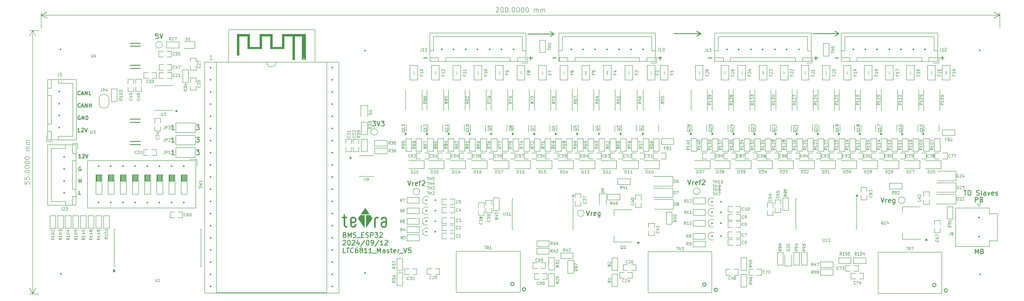
<source format=gbr>
%TF.GenerationSoftware,KiCad,Pcbnew,8.0.4*%
%TF.CreationDate,2024-09-13T16:29:25+09:00*%
%TF.ProjectId,LTC6811_ESP32_Master_V5,4c544336-3831-4315-9f45-535033325f4d,rev?*%
%TF.SameCoordinates,Original*%
%TF.FileFunction,Legend,Top*%
%TF.FilePolarity,Positive*%
%FSLAX46Y46*%
G04 Gerber Fmt 4.6, Leading zero omitted, Abs format (unit mm)*
G04 Created by KiCad (PCBNEW 8.0.4) date 2024-09-13 16:29:25*
%MOMM*%
%LPD*%
G01*
G04 APERTURE LIST*
%ADD10C,0.150000*%
%ADD11C,0.100000*%
%ADD12C,0.120000*%
%ADD13C,0.000000*%
%ADD14C,0.152400*%
%ADD15C,0.010000*%
%ADD16C,0.350000*%
G04 APERTURE END LIST*
D10*
X172700000Y-115700000D02*
X171800000Y-116200000D01*
X201550000Y-115700000D02*
X200650000Y-116200000D01*
X141200000Y-115250000D02*
X142100000Y-115750000D01*
X200650000Y-115200000D02*
X201550000Y-115700000D01*
X142100000Y-115750000D02*
X141200000Y-116250000D01*
X171800000Y-115200000D02*
X172700000Y-115700000D01*
X167050000Y-115700000D02*
X172550000Y-115700000D01*
X136600000Y-115750000D02*
X142100000Y-115750000D01*
X196050000Y-115700000D02*
X201550000Y-115700000D01*
X43308207Y-143532390D02*
X43232017Y-143494295D01*
X43232017Y-143494295D02*
X43117731Y-143494295D01*
X43117731Y-143494295D02*
X43003445Y-143532390D01*
X43003445Y-143532390D02*
X42927255Y-143608580D01*
X42927255Y-143608580D02*
X42889160Y-143684771D01*
X42889160Y-143684771D02*
X42851064Y-143837152D01*
X42851064Y-143837152D02*
X42851064Y-143951438D01*
X42851064Y-143951438D02*
X42889160Y-144103819D01*
X42889160Y-144103819D02*
X42927255Y-144180009D01*
X42927255Y-144180009D02*
X43003445Y-144256200D01*
X43003445Y-144256200D02*
X43117731Y-144294295D01*
X43117731Y-144294295D02*
X43193922Y-144294295D01*
X43193922Y-144294295D02*
X43308207Y-144256200D01*
X43308207Y-144256200D02*
X43346303Y-144218104D01*
X43346303Y-144218104D02*
X43346303Y-143951438D01*
X43346303Y-143951438D02*
X43193922Y-143951438D01*
X141736779Y-120788866D02*
X142498684Y-120788866D01*
X43270112Y-149294295D02*
X42889160Y-149294295D01*
X42889160Y-149294295D02*
X42889160Y-148494295D01*
X174286779Y-120788866D02*
X175048684Y-120788866D01*
X136786779Y-120788866D02*
X137548684Y-120788866D01*
X137167731Y-121169819D02*
X137167731Y-120407914D01*
X163786779Y-120788866D02*
X164548684Y-120788866D01*
X164167731Y-121169819D02*
X164167731Y-120407914D01*
X229936779Y-150869819D02*
X229936779Y-149869819D01*
X229936779Y-149869819D02*
X230317731Y-149869819D01*
X230317731Y-149869819D02*
X230412969Y-149917438D01*
X230412969Y-149917438D02*
X230460588Y-149965057D01*
X230460588Y-149965057D02*
X230508207Y-150060295D01*
X230508207Y-150060295D02*
X230508207Y-150203152D01*
X230508207Y-150203152D02*
X230460588Y-150298390D01*
X230460588Y-150298390D02*
X230412969Y-150346009D01*
X230412969Y-150346009D02*
X230317731Y-150393628D01*
X230317731Y-150393628D02*
X229936779Y-150393628D01*
X231270112Y-150346009D02*
X231412969Y-150393628D01*
X231412969Y-150393628D02*
X231460588Y-150441247D01*
X231460588Y-150441247D02*
X231508207Y-150536485D01*
X231508207Y-150536485D02*
X231508207Y-150679342D01*
X231508207Y-150679342D02*
X231460588Y-150774580D01*
X231460588Y-150774580D02*
X231412969Y-150822200D01*
X231412969Y-150822200D02*
X231317731Y-150869819D01*
X231317731Y-150869819D02*
X230936779Y-150869819D01*
X230936779Y-150869819D02*
X230936779Y-149869819D01*
X230936779Y-149869819D02*
X231270112Y-149869819D01*
X231270112Y-149869819D02*
X231365350Y-149917438D01*
X231365350Y-149917438D02*
X231412969Y-149965057D01*
X231412969Y-149965057D02*
X231460588Y-150060295D01*
X231460588Y-150060295D02*
X231460588Y-150155533D01*
X231460588Y-150155533D02*
X231412969Y-150250771D01*
X231412969Y-150250771D02*
X231365350Y-150298390D01*
X231365350Y-150298390D02*
X231270112Y-150346009D01*
X231270112Y-150346009D02*
X230936779Y-150346009D01*
X43146303Y-128402419D02*
X43108207Y-128440515D01*
X43108207Y-128440515D02*
X42993922Y-128478610D01*
X42993922Y-128478610D02*
X42917731Y-128478610D01*
X42917731Y-128478610D02*
X42803445Y-128440515D01*
X42803445Y-128440515D02*
X42727255Y-128364324D01*
X42727255Y-128364324D02*
X42689160Y-128288134D01*
X42689160Y-128288134D02*
X42651064Y-128135753D01*
X42651064Y-128135753D02*
X42651064Y-128021467D01*
X42651064Y-128021467D02*
X42689160Y-127869086D01*
X42689160Y-127869086D02*
X42727255Y-127792895D01*
X42727255Y-127792895D02*
X42803445Y-127716705D01*
X42803445Y-127716705D02*
X42917731Y-127678610D01*
X42917731Y-127678610D02*
X42993922Y-127678610D01*
X42993922Y-127678610D02*
X43108207Y-127716705D01*
X43108207Y-127716705D02*
X43146303Y-127754800D01*
X43451064Y-128250038D02*
X43832017Y-128250038D01*
X43374874Y-128478610D02*
X43641541Y-127678610D01*
X43641541Y-127678610D02*
X43908207Y-128478610D01*
X44174874Y-128478610D02*
X44174874Y-127678610D01*
X44174874Y-127678610D02*
X44632017Y-128478610D01*
X44632017Y-128478610D02*
X44632017Y-127678610D01*
X45393921Y-128478610D02*
X45012969Y-128478610D01*
X45012969Y-128478610D02*
X45012969Y-127678610D01*
X43146303Y-130978329D02*
X43108207Y-131016425D01*
X43108207Y-131016425D02*
X42993922Y-131054520D01*
X42993922Y-131054520D02*
X42917731Y-131054520D01*
X42917731Y-131054520D02*
X42803445Y-131016425D01*
X42803445Y-131016425D02*
X42727255Y-130940234D01*
X42727255Y-130940234D02*
X42689160Y-130864044D01*
X42689160Y-130864044D02*
X42651064Y-130711663D01*
X42651064Y-130711663D02*
X42651064Y-130597377D01*
X42651064Y-130597377D02*
X42689160Y-130444996D01*
X42689160Y-130444996D02*
X42727255Y-130368805D01*
X42727255Y-130368805D02*
X42803445Y-130292615D01*
X42803445Y-130292615D02*
X42917731Y-130254520D01*
X42917731Y-130254520D02*
X42993922Y-130254520D01*
X42993922Y-130254520D02*
X43108207Y-130292615D01*
X43108207Y-130292615D02*
X43146303Y-130330710D01*
X43451064Y-130825948D02*
X43832017Y-130825948D01*
X43374874Y-131054520D02*
X43641541Y-130254520D01*
X43641541Y-130254520D02*
X43908207Y-131054520D01*
X44174874Y-131054520D02*
X44174874Y-130254520D01*
X44174874Y-130254520D02*
X44632017Y-131054520D01*
X44632017Y-131054520D02*
X44632017Y-130254520D01*
X45012969Y-131054520D02*
X45012969Y-130254520D01*
X45012969Y-130635472D02*
X45470112Y-130635472D01*
X45470112Y-131054520D02*
X45470112Y-130254520D01*
X43108207Y-132868525D02*
X43032017Y-132830430D01*
X43032017Y-132830430D02*
X42917731Y-132830430D01*
X42917731Y-132830430D02*
X42803445Y-132868525D01*
X42803445Y-132868525D02*
X42727255Y-132944715D01*
X42727255Y-132944715D02*
X42689160Y-133020906D01*
X42689160Y-133020906D02*
X42651064Y-133173287D01*
X42651064Y-133173287D02*
X42651064Y-133287573D01*
X42651064Y-133287573D02*
X42689160Y-133439954D01*
X42689160Y-133439954D02*
X42727255Y-133516144D01*
X42727255Y-133516144D02*
X42803445Y-133592335D01*
X42803445Y-133592335D02*
X42917731Y-133630430D01*
X42917731Y-133630430D02*
X42993922Y-133630430D01*
X42993922Y-133630430D02*
X43108207Y-133592335D01*
X43108207Y-133592335D02*
X43146303Y-133554239D01*
X43146303Y-133554239D02*
X43146303Y-133287573D01*
X43146303Y-133287573D02*
X42993922Y-133287573D01*
X43489160Y-133630430D02*
X43489160Y-132830430D01*
X43489160Y-132830430D02*
X43946303Y-133630430D01*
X43946303Y-133630430D02*
X43946303Y-132830430D01*
X44327255Y-133630430D02*
X44327255Y-132830430D01*
X44327255Y-132830430D02*
X44517731Y-132830430D01*
X44517731Y-132830430D02*
X44632017Y-132868525D01*
X44632017Y-132868525D02*
X44708207Y-132944715D01*
X44708207Y-132944715D02*
X44746302Y-133020906D01*
X44746302Y-133020906D02*
X44784398Y-133173287D01*
X44784398Y-133173287D02*
X44784398Y-133287573D01*
X44784398Y-133287573D02*
X44746302Y-133439954D01*
X44746302Y-133439954D02*
X44708207Y-133516144D01*
X44708207Y-133516144D02*
X44632017Y-133592335D01*
X44632017Y-133592335D02*
X44517731Y-133630430D01*
X44517731Y-133630430D02*
X44327255Y-133630430D01*
X43108207Y-136206340D02*
X42651064Y-136206340D01*
X42879636Y-136206340D02*
X42879636Y-135406340D01*
X42879636Y-135406340D02*
X42803445Y-135520625D01*
X42803445Y-135520625D02*
X42727255Y-135596816D01*
X42727255Y-135596816D02*
X42651064Y-135634911D01*
X43412969Y-135482530D02*
X43451065Y-135444435D01*
X43451065Y-135444435D02*
X43527255Y-135406340D01*
X43527255Y-135406340D02*
X43717731Y-135406340D01*
X43717731Y-135406340D02*
X43793922Y-135444435D01*
X43793922Y-135444435D02*
X43832017Y-135482530D01*
X43832017Y-135482530D02*
X43870112Y-135558721D01*
X43870112Y-135558721D02*
X43870112Y-135634911D01*
X43870112Y-135634911D02*
X43832017Y-135749197D01*
X43832017Y-135749197D02*
X43374874Y-136206340D01*
X43374874Y-136206340D02*
X43870112Y-136206340D01*
X44098684Y-135406340D02*
X44365351Y-136206340D01*
X44365351Y-136206340D02*
X44632017Y-135406340D01*
X229936779Y-161669819D02*
X229936779Y-160669819D01*
X229936779Y-160669819D02*
X230270112Y-161384104D01*
X230270112Y-161384104D02*
X230603445Y-160669819D01*
X230603445Y-160669819D02*
X230603445Y-161669819D01*
X231412969Y-161146009D02*
X231555826Y-161193628D01*
X231555826Y-161193628D02*
X231603445Y-161241247D01*
X231603445Y-161241247D02*
X231651064Y-161336485D01*
X231651064Y-161336485D02*
X231651064Y-161479342D01*
X231651064Y-161479342D02*
X231603445Y-161574580D01*
X231603445Y-161574580D02*
X231555826Y-161622200D01*
X231555826Y-161622200D02*
X231460588Y-161669819D01*
X231460588Y-161669819D02*
X231079636Y-161669819D01*
X231079636Y-161669819D02*
X231079636Y-160669819D01*
X231079636Y-160669819D02*
X231412969Y-160669819D01*
X231412969Y-160669819D02*
X231508207Y-160717438D01*
X231508207Y-160717438D02*
X231555826Y-160765057D01*
X231555826Y-160765057D02*
X231603445Y-160860295D01*
X231603445Y-160860295D02*
X231603445Y-160955533D01*
X231603445Y-160955533D02*
X231555826Y-161050771D01*
X231555826Y-161050771D02*
X231508207Y-161098390D01*
X231508207Y-161098390D02*
X231412969Y-161146009D01*
X231412969Y-161146009D02*
X231079636Y-161146009D01*
X196336779Y-120788866D02*
X197098684Y-120788866D01*
X196717731Y-121169819D02*
X196717731Y-120407914D01*
X222686779Y-120788866D02*
X223448684Y-120788866D01*
X223067731Y-121169819D02*
X223067731Y-120407914D01*
X42889160Y-146794295D02*
X42889160Y-145994295D01*
X42889160Y-146375247D02*
X43346303Y-146375247D01*
X43346303Y-146794295D02*
X43346303Y-145994295D01*
X98370112Y-157726121D02*
X98512969Y-157773740D01*
X98512969Y-157773740D02*
X98560588Y-157821359D01*
X98560588Y-157821359D02*
X98608207Y-157916597D01*
X98608207Y-157916597D02*
X98608207Y-158059454D01*
X98608207Y-158059454D02*
X98560588Y-158154692D01*
X98560588Y-158154692D02*
X98512969Y-158202312D01*
X98512969Y-158202312D02*
X98417731Y-158249931D01*
X98417731Y-158249931D02*
X98036779Y-158249931D01*
X98036779Y-158249931D02*
X98036779Y-157249931D01*
X98036779Y-157249931D02*
X98370112Y-157249931D01*
X98370112Y-157249931D02*
X98465350Y-157297550D01*
X98465350Y-157297550D02*
X98512969Y-157345169D01*
X98512969Y-157345169D02*
X98560588Y-157440407D01*
X98560588Y-157440407D02*
X98560588Y-157535645D01*
X98560588Y-157535645D02*
X98512969Y-157630883D01*
X98512969Y-157630883D02*
X98465350Y-157678502D01*
X98465350Y-157678502D02*
X98370112Y-157726121D01*
X98370112Y-157726121D02*
X98036779Y-157726121D01*
X99036779Y-158249931D02*
X99036779Y-157249931D01*
X99036779Y-157249931D02*
X99370112Y-157964216D01*
X99370112Y-157964216D02*
X99703445Y-157249931D01*
X99703445Y-157249931D02*
X99703445Y-158249931D01*
X100132017Y-158202312D02*
X100274874Y-158249931D01*
X100274874Y-158249931D02*
X100512969Y-158249931D01*
X100512969Y-158249931D02*
X100608207Y-158202312D01*
X100608207Y-158202312D02*
X100655826Y-158154692D01*
X100655826Y-158154692D02*
X100703445Y-158059454D01*
X100703445Y-158059454D02*
X100703445Y-157964216D01*
X100703445Y-157964216D02*
X100655826Y-157868978D01*
X100655826Y-157868978D02*
X100608207Y-157821359D01*
X100608207Y-157821359D02*
X100512969Y-157773740D01*
X100512969Y-157773740D02*
X100322493Y-157726121D01*
X100322493Y-157726121D02*
X100227255Y-157678502D01*
X100227255Y-157678502D02*
X100179636Y-157630883D01*
X100179636Y-157630883D02*
X100132017Y-157535645D01*
X100132017Y-157535645D02*
X100132017Y-157440407D01*
X100132017Y-157440407D02*
X100179636Y-157345169D01*
X100179636Y-157345169D02*
X100227255Y-157297550D01*
X100227255Y-157297550D02*
X100322493Y-157249931D01*
X100322493Y-157249931D02*
X100560588Y-157249931D01*
X100560588Y-157249931D02*
X100703445Y-157297550D01*
X100893922Y-158345169D02*
X101655826Y-158345169D01*
X101893922Y-157726121D02*
X102227255Y-157726121D01*
X102370112Y-158249931D02*
X101893922Y-158249931D01*
X101893922Y-158249931D02*
X101893922Y-157249931D01*
X101893922Y-157249931D02*
X102370112Y-157249931D01*
X102751065Y-158202312D02*
X102893922Y-158249931D01*
X102893922Y-158249931D02*
X103132017Y-158249931D01*
X103132017Y-158249931D02*
X103227255Y-158202312D01*
X103227255Y-158202312D02*
X103274874Y-158154692D01*
X103274874Y-158154692D02*
X103322493Y-158059454D01*
X103322493Y-158059454D02*
X103322493Y-157964216D01*
X103322493Y-157964216D02*
X103274874Y-157868978D01*
X103274874Y-157868978D02*
X103227255Y-157821359D01*
X103227255Y-157821359D02*
X103132017Y-157773740D01*
X103132017Y-157773740D02*
X102941541Y-157726121D01*
X102941541Y-157726121D02*
X102846303Y-157678502D01*
X102846303Y-157678502D02*
X102798684Y-157630883D01*
X102798684Y-157630883D02*
X102751065Y-157535645D01*
X102751065Y-157535645D02*
X102751065Y-157440407D01*
X102751065Y-157440407D02*
X102798684Y-157345169D01*
X102798684Y-157345169D02*
X102846303Y-157297550D01*
X102846303Y-157297550D02*
X102941541Y-157249931D01*
X102941541Y-157249931D02*
X103179636Y-157249931D01*
X103179636Y-157249931D02*
X103322493Y-157297550D01*
X103751065Y-158249931D02*
X103751065Y-157249931D01*
X103751065Y-157249931D02*
X104132017Y-157249931D01*
X104132017Y-157249931D02*
X104227255Y-157297550D01*
X104227255Y-157297550D02*
X104274874Y-157345169D01*
X104274874Y-157345169D02*
X104322493Y-157440407D01*
X104322493Y-157440407D02*
X104322493Y-157583264D01*
X104322493Y-157583264D02*
X104274874Y-157678502D01*
X104274874Y-157678502D02*
X104227255Y-157726121D01*
X104227255Y-157726121D02*
X104132017Y-157773740D01*
X104132017Y-157773740D02*
X103751065Y-157773740D01*
X104655827Y-157249931D02*
X105274874Y-157249931D01*
X105274874Y-157249931D02*
X104941541Y-157630883D01*
X104941541Y-157630883D02*
X105084398Y-157630883D01*
X105084398Y-157630883D02*
X105179636Y-157678502D01*
X105179636Y-157678502D02*
X105227255Y-157726121D01*
X105227255Y-157726121D02*
X105274874Y-157821359D01*
X105274874Y-157821359D02*
X105274874Y-158059454D01*
X105274874Y-158059454D02*
X105227255Y-158154692D01*
X105227255Y-158154692D02*
X105179636Y-158202312D01*
X105179636Y-158202312D02*
X105084398Y-158249931D01*
X105084398Y-158249931D02*
X104798684Y-158249931D01*
X104798684Y-158249931D02*
X104703446Y-158202312D01*
X104703446Y-158202312D02*
X104655827Y-158154692D01*
X105655827Y-157345169D02*
X105703446Y-157297550D01*
X105703446Y-157297550D02*
X105798684Y-157249931D01*
X105798684Y-157249931D02*
X106036779Y-157249931D01*
X106036779Y-157249931D02*
X106132017Y-157297550D01*
X106132017Y-157297550D02*
X106179636Y-157345169D01*
X106179636Y-157345169D02*
X106227255Y-157440407D01*
X106227255Y-157440407D02*
X106227255Y-157535645D01*
X106227255Y-157535645D02*
X106179636Y-157678502D01*
X106179636Y-157678502D02*
X105608208Y-158249931D01*
X105608208Y-158249931D02*
X106227255Y-158249931D01*
X97989160Y-158955113D02*
X98036779Y-158907494D01*
X98036779Y-158907494D02*
X98132017Y-158859875D01*
X98132017Y-158859875D02*
X98370112Y-158859875D01*
X98370112Y-158859875D02*
X98465350Y-158907494D01*
X98465350Y-158907494D02*
X98512969Y-158955113D01*
X98512969Y-158955113D02*
X98560588Y-159050351D01*
X98560588Y-159050351D02*
X98560588Y-159145589D01*
X98560588Y-159145589D02*
X98512969Y-159288446D01*
X98512969Y-159288446D02*
X97941541Y-159859875D01*
X97941541Y-159859875D02*
X98560588Y-159859875D01*
X99179636Y-158859875D02*
X99274874Y-158859875D01*
X99274874Y-158859875D02*
X99370112Y-158907494D01*
X99370112Y-158907494D02*
X99417731Y-158955113D01*
X99417731Y-158955113D02*
X99465350Y-159050351D01*
X99465350Y-159050351D02*
X99512969Y-159240827D01*
X99512969Y-159240827D02*
X99512969Y-159478922D01*
X99512969Y-159478922D02*
X99465350Y-159669398D01*
X99465350Y-159669398D02*
X99417731Y-159764636D01*
X99417731Y-159764636D02*
X99370112Y-159812256D01*
X99370112Y-159812256D02*
X99274874Y-159859875D01*
X99274874Y-159859875D02*
X99179636Y-159859875D01*
X99179636Y-159859875D02*
X99084398Y-159812256D01*
X99084398Y-159812256D02*
X99036779Y-159764636D01*
X99036779Y-159764636D02*
X98989160Y-159669398D01*
X98989160Y-159669398D02*
X98941541Y-159478922D01*
X98941541Y-159478922D02*
X98941541Y-159240827D01*
X98941541Y-159240827D02*
X98989160Y-159050351D01*
X98989160Y-159050351D02*
X99036779Y-158955113D01*
X99036779Y-158955113D02*
X99084398Y-158907494D01*
X99084398Y-158907494D02*
X99179636Y-158859875D01*
X99893922Y-158955113D02*
X99941541Y-158907494D01*
X99941541Y-158907494D02*
X100036779Y-158859875D01*
X100036779Y-158859875D02*
X100274874Y-158859875D01*
X100274874Y-158859875D02*
X100370112Y-158907494D01*
X100370112Y-158907494D02*
X100417731Y-158955113D01*
X100417731Y-158955113D02*
X100465350Y-159050351D01*
X100465350Y-159050351D02*
X100465350Y-159145589D01*
X100465350Y-159145589D02*
X100417731Y-159288446D01*
X100417731Y-159288446D02*
X99846303Y-159859875D01*
X99846303Y-159859875D02*
X100465350Y-159859875D01*
X101322493Y-159193208D02*
X101322493Y-159859875D01*
X101084398Y-158812256D02*
X100846303Y-159526541D01*
X100846303Y-159526541D02*
X101465350Y-159526541D01*
X102560588Y-158812256D02*
X101703446Y-160097970D01*
X103084398Y-158859875D02*
X103179636Y-158859875D01*
X103179636Y-158859875D02*
X103274874Y-158907494D01*
X103274874Y-158907494D02*
X103322493Y-158955113D01*
X103322493Y-158955113D02*
X103370112Y-159050351D01*
X103370112Y-159050351D02*
X103417731Y-159240827D01*
X103417731Y-159240827D02*
X103417731Y-159478922D01*
X103417731Y-159478922D02*
X103370112Y-159669398D01*
X103370112Y-159669398D02*
X103322493Y-159764636D01*
X103322493Y-159764636D02*
X103274874Y-159812256D01*
X103274874Y-159812256D02*
X103179636Y-159859875D01*
X103179636Y-159859875D02*
X103084398Y-159859875D01*
X103084398Y-159859875D02*
X102989160Y-159812256D01*
X102989160Y-159812256D02*
X102941541Y-159764636D01*
X102941541Y-159764636D02*
X102893922Y-159669398D01*
X102893922Y-159669398D02*
X102846303Y-159478922D01*
X102846303Y-159478922D02*
X102846303Y-159240827D01*
X102846303Y-159240827D02*
X102893922Y-159050351D01*
X102893922Y-159050351D02*
X102941541Y-158955113D01*
X102941541Y-158955113D02*
X102989160Y-158907494D01*
X102989160Y-158907494D02*
X103084398Y-158859875D01*
X103893922Y-159859875D02*
X104084398Y-159859875D01*
X104084398Y-159859875D02*
X104179636Y-159812256D01*
X104179636Y-159812256D02*
X104227255Y-159764636D01*
X104227255Y-159764636D02*
X104322493Y-159621779D01*
X104322493Y-159621779D02*
X104370112Y-159431303D01*
X104370112Y-159431303D02*
X104370112Y-159050351D01*
X104370112Y-159050351D02*
X104322493Y-158955113D01*
X104322493Y-158955113D02*
X104274874Y-158907494D01*
X104274874Y-158907494D02*
X104179636Y-158859875D01*
X104179636Y-158859875D02*
X103989160Y-158859875D01*
X103989160Y-158859875D02*
X103893922Y-158907494D01*
X103893922Y-158907494D02*
X103846303Y-158955113D01*
X103846303Y-158955113D02*
X103798684Y-159050351D01*
X103798684Y-159050351D02*
X103798684Y-159288446D01*
X103798684Y-159288446D02*
X103846303Y-159383684D01*
X103846303Y-159383684D02*
X103893922Y-159431303D01*
X103893922Y-159431303D02*
X103989160Y-159478922D01*
X103989160Y-159478922D02*
X104179636Y-159478922D01*
X104179636Y-159478922D02*
X104274874Y-159431303D01*
X104274874Y-159431303D02*
X104322493Y-159383684D01*
X104322493Y-159383684D02*
X104370112Y-159288446D01*
X105512969Y-158812256D02*
X104655827Y-160097970D01*
X106370112Y-159859875D02*
X105798684Y-159859875D01*
X106084398Y-159859875D02*
X106084398Y-158859875D01*
X106084398Y-158859875D02*
X105989160Y-159002732D01*
X105989160Y-159002732D02*
X105893922Y-159097970D01*
X105893922Y-159097970D02*
X105798684Y-159145589D01*
X106751065Y-158955113D02*
X106798684Y-158907494D01*
X106798684Y-158907494D02*
X106893922Y-158859875D01*
X106893922Y-158859875D02*
X107132017Y-158859875D01*
X107132017Y-158859875D02*
X107227255Y-158907494D01*
X107227255Y-158907494D02*
X107274874Y-158955113D01*
X107274874Y-158955113D02*
X107322493Y-159050351D01*
X107322493Y-159050351D02*
X107322493Y-159145589D01*
X107322493Y-159145589D02*
X107274874Y-159288446D01*
X107274874Y-159288446D02*
X106703446Y-159859875D01*
X106703446Y-159859875D02*
X107322493Y-159859875D01*
X98512969Y-161469819D02*
X98036779Y-161469819D01*
X98036779Y-161469819D02*
X98036779Y-160469819D01*
X98703446Y-160469819D02*
X99274874Y-160469819D01*
X98989160Y-161469819D02*
X98989160Y-160469819D01*
X100179636Y-161374580D02*
X100132017Y-161422200D01*
X100132017Y-161422200D02*
X99989160Y-161469819D01*
X99989160Y-161469819D02*
X99893922Y-161469819D01*
X99893922Y-161469819D02*
X99751065Y-161422200D01*
X99751065Y-161422200D02*
X99655827Y-161326961D01*
X99655827Y-161326961D02*
X99608208Y-161231723D01*
X99608208Y-161231723D02*
X99560589Y-161041247D01*
X99560589Y-161041247D02*
X99560589Y-160898390D01*
X99560589Y-160898390D02*
X99608208Y-160707914D01*
X99608208Y-160707914D02*
X99655827Y-160612676D01*
X99655827Y-160612676D02*
X99751065Y-160517438D01*
X99751065Y-160517438D02*
X99893922Y-160469819D01*
X99893922Y-160469819D02*
X99989160Y-160469819D01*
X99989160Y-160469819D02*
X100132017Y-160517438D01*
X100132017Y-160517438D02*
X100179636Y-160565057D01*
X101036779Y-160469819D02*
X100846303Y-160469819D01*
X100846303Y-160469819D02*
X100751065Y-160517438D01*
X100751065Y-160517438D02*
X100703446Y-160565057D01*
X100703446Y-160565057D02*
X100608208Y-160707914D01*
X100608208Y-160707914D02*
X100560589Y-160898390D01*
X100560589Y-160898390D02*
X100560589Y-161279342D01*
X100560589Y-161279342D02*
X100608208Y-161374580D01*
X100608208Y-161374580D02*
X100655827Y-161422200D01*
X100655827Y-161422200D02*
X100751065Y-161469819D01*
X100751065Y-161469819D02*
X100941541Y-161469819D01*
X100941541Y-161469819D02*
X101036779Y-161422200D01*
X101036779Y-161422200D02*
X101084398Y-161374580D01*
X101084398Y-161374580D02*
X101132017Y-161279342D01*
X101132017Y-161279342D02*
X101132017Y-161041247D01*
X101132017Y-161041247D02*
X101084398Y-160946009D01*
X101084398Y-160946009D02*
X101036779Y-160898390D01*
X101036779Y-160898390D02*
X100941541Y-160850771D01*
X100941541Y-160850771D02*
X100751065Y-160850771D01*
X100751065Y-160850771D02*
X100655827Y-160898390D01*
X100655827Y-160898390D02*
X100608208Y-160946009D01*
X100608208Y-160946009D02*
X100560589Y-161041247D01*
X101703446Y-160898390D02*
X101608208Y-160850771D01*
X101608208Y-160850771D02*
X101560589Y-160803152D01*
X101560589Y-160803152D02*
X101512970Y-160707914D01*
X101512970Y-160707914D02*
X101512970Y-160660295D01*
X101512970Y-160660295D02*
X101560589Y-160565057D01*
X101560589Y-160565057D02*
X101608208Y-160517438D01*
X101608208Y-160517438D02*
X101703446Y-160469819D01*
X101703446Y-160469819D02*
X101893922Y-160469819D01*
X101893922Y-160469819D02*
X101989160Y-160517438D01*
X101989160Y-160517438D02*
X102036779Y-160565057D01*
X102036779Y-160565057D02*
X102084398Y-160660295D01*
X102084398Y-160660295D02*
X102084398Y-160707914D01*
X102084398Y-160707914D02*
X102036779Y-160803152D01*
X102036779Y-160803152D02*
X101989160Y-160850771D01*
X101989160Y-160850771D02*
X101893922Y-160898390D01*
X101893922Y-160898390D02*
X101703446Y-160898390D01*
X101703446Y-160898390D02*
X101608208Y-160946009D01*
X101608208Y-160946009D02*
X101560589Y-160993628D01*
X101560589Y-160993628D02*
X101512970Y-161088866D01*
X101512970Y-161088866D02*
X101512970Y-161279342D01*
X101512970Y-161279342D02*
X101560589Y-161374580D01*
X101560589Y-161374580D02*
X101608208Y-161422200D01*
X101608208Y-161422200D02*
X101703446Y-161469819D01*
X101703446Y-161469819D02*
X101893922Y-161469819D01*
X101893922Y-161469819D02*
X101989160Y-161422200D01*
X101989160Y-161422200D02*
X102036779Y-161374580D01*
X102036779Y-161374580D02*
X102084398Y-161279342D01*
X102084398Y-161279342D02*
X102084398Y-161088866D01*
X102084398Y-161088866D02*
X102036779Y-160993628D01*
X102036779Y-160993628D02*
X101989160Y-160946009D01*
X101989160Y-160946009D02*
X101893922Y-160898390D01*
X103036779Y-161469819D02*
X102465351Y-161469819D01*
X102751065Y-161469819D02*
X102751065Y-160469819D01*
X102751065Y-160469819D02*
X102655827Y-160612676D01*
X102655827Y-160612676D02*
X102560589Y-160707914D01*
X102560589Y-160707914D02*
X102465351Y-160755533D01*
X103989160Y-161469819D02*
X103417732Y-161469819D01*
X103703446Y-161469819D02*
X103703446Y-160469819D01*
X103703446Y-160469819D02*
X103608208Y-160612676D01*
X103608208Y-160612676D02*
X103512970Y-160707914D01*
X103512970Y-160707914D02*
X103417732Y-160755533D01*
X104179637Y-161565057D02*
X104941541Y-161565057D01*
X105179637Y-161469819D02*
X105179637Y-160469819D01*
X105179637Y-160469819D02*
X105512970Y-161184104D01*
X105512970Y-161184104D02*
X105846303Y-160469819D01*
X105846303Y-160469819D02*
X105846303Y-161469819D01*
X106751065Y-161469819D02*
X106751065Y-160946009D01*
X106751065Y-160946009D02*
X106703446Y-160850771D01*
X106703446Y-160850771D02*
X106608208Y-160803152D01*
X106608208Y-160803152D02*
X106417732Y-160803152D01*
X106417732Y-160803152D02*
X106322494Y-160850771D01*
X106751065Y-161422200D02*
X106655827Y-161469819D01*
X106655827Y-161469819D02*
X106417732Y-161469819D01*
X106417732Y-161469819D02*
X106322494Y-161422200D01*
X106322494Y-161422200D02*
X106274875Y-161326961D01*
X106274875Y-161326961D02*
X106274875Y-161231723D01*
X106274875Y-161231723D02*
X106322494Y-161136485D01*
X106322494Y-161136485D02*
X106417732Y-161088866D01*
X106417732Y-161088866D02*
X106655827Y-161088866D01*
X106655827Y-161088866D02*
X106751065Y-161041247D01*
X107179637Y-161422200D02*
X107274875Y-161469819D01*
X107274875Y-161469819D02*
X107465351Y-161469819D01*
X107465351Y-161469819D02*
X107560589Y-161422200D01*
X107560589Y-161422200D02*
X107608208Y-161326961D01*
X107608208Y-161326961D02*
X107608208Y-161279342D01*
X107608208Y-161279342D02*
X107560589Y-161184104D01*
X107560589Y-161184104D02*
X107465351Y-161136485D01*
X107465351Y-161136485D02*
X107322494Y-161136485D01*
X107322494Y-161136485D02*
X107227256Y-161088866D01*
X107227256Y-161088866D02*
X107179637Y-160993628D01*
X107179637Y-160993628D02*
X107179637Y-160946009D01*
X107179637Y-160946009D02*
X107227256Y-160850771D01*
X107227256Y-160850771D02*
X107322494Y-160803152D01*
X107322494Y-160803152D02*
X107465351Y-160803152D01*
X107465351Y-160803152D02*
X107560589Y-160850771D01*
X107893923Y-160803152D02*
X108274875Y-160803152D01*
X108036780Y-160469819D02*
X108036780Y-161326961D01*
X108036780Y-161326961D02*
X108084399Y-161422200D01*
X108084399Y-161422200D02*
X108179637Y-161469819D01*
X108179637Y-161469819D02*
X108274875Y-161469819D01*
X108989161Y-161422200D02*
X108893923Y-161469819D01*
X108893923Y-161469819D02*
X108703447Y-161469819D01*
X108703447Y-161469819D02*
X108608209Y-161422200D01*
X108608209Y-161422200D02*
X108560590Y-161326961D01*
X108560590Y-161326961D02*
X108560590Y-160946009D01*
X108560590Y-160946009D02*
X108608209Y-160850771D01*
X108608209Y-160850771D02*
X108703447Y-160803152D01*
X108703447Y-160803152D02*
X108893923Y-160803152D01*
X108893923Y-160803152D02*
X108989161Y-160850771D01*
X108989161Y-160850771D02*
X109036780Y-160946009D01*
X109036780Y-160946009D02*
X109036780Y-161041247D01*
X109036780Y-161041247D02*
X108560590Y-161136485D01*
X109465352Y-161469819D02*
X109465352Y-160803152D01*
X109465352Y-160993628D02*
X109512971Y-160898390D01*
X109512971Y-160898390D02*
X109560590Y-160850771D01*
X109560590Y-160850771D02*
X109655828Y-160803152D01*
X109655828Y-160803152D02*
X109751066Y-160803152D01*
X109846305Y-161565057D02*
X110608209Y-161565057D01*
X110703448Y-160469819D02*
X111036781Y-161469819D01*
X111036781Y-161469819D02*
X111370114Y-160469819D01*
X112179638Y-160469819D02*
X111703448Y-160469819D01*
X111703448Y-160469819D02*
X111655829Y-160946009D01*
X111655829Y-160946009D02*
X111703448Y-160898390D01*
X111703448Y-160898390D02*
X111798686Y-160850771D01*
X111798686Y-160850771D02*
X112036781Y-160850771D01*
X112036781Y-160850771D02*
X112132019Y-160898390D01*
X112132019Y-160898390D02*
X112179638Y-160946009D01*
X112179638Y-160946009D02*
X112227257Y-161041247D01*
X112227257Y-161041247D02*
X112227257Y-161279342D01*
X112227257Y-161279342D02*
X112179638Y-161374580D01*
X112179638Y-161374580D02*
X112132019Y-161422200D01*
X112132019Y-161422200D02*
X112036781Y-161469819D01*
X112036781Y-161469819D02*
X111798686Y-161469819D01*
X111798686Y-161469819D02*
X111703448Y-161422200D01*
X111703448Y-161422200D02*
X111655829Y-161374580D01*
X200636779Y-120788866D02*
X201398684Y-120788866D01*
X43308207Y-141694295D02*
X42851064Y-141694295D01*
X43079636Y-141694295D02*
X43079636Y-140894295D01*
X43079636Y-140894295D02*
X43003445Y-141008580D01*
X43003445Y-141008580D02*
X42927255Y-141084771D01*
X42927255Y-141084771D02*
X42851064Y-141122866D01*
X43612969Y-140970485D02*
X43651065Y-140932390D01*
X43651065Y-140932390D02*
X43727255Y-140894295D01*
X43727255Y-140894295D02*
X43917731Y-140894295D01*
X43917731Y-140894295D02*
X43993922Y-140932390D01*
X43993922Y-140932390D02*
X44032017Y-140970485D01*
X44032017Y-140970485D02*
X44070112Y-141046676D01*
X44070112Y-141046676D02*
X44070112Y-141122866D01*
X44070112Y-141122866D02*
X44032017Y-141237152D01*
X44032017Y-141237152D02*
X43574874Y-141694295D01*
X43574874Y-141694295D02*
X44070112Y-141694295D01*
X44298684Y-140894295D02*
X44565351Y-141694295D01*
X44565351Y-141694295D02*
X44832017Y-140894295D01*
X114836779Y-120788866D02*
X115598684Y-120788866D01*
X227543922Y-148419819D02*
X228115350Y-148419819D01*
X227829636Y-149419819D02*
X227829636Y-148419819D01*
X228639160Y-148419819D02*
X228829636Y-148419819D01*
X228829636Y-148419819D02*
X228924874Y-148467438D01*
X228924874Y-148467438D02*
X229020112Y-148562676D01*
X229020112Y-148562676D02*
X229067731Y-148753152D01*
X229067731Y-148753152D02*
X229067731Y-149086485D01*
X229067731Y-149086485D02*
X229020112Y-149276961D01*
X229020112Y-149276961D02*
X228924874Y-149372200D01*
X228924874Y-149372200D02*
X228829636Y-149419819D01*
X228829636Y-149419819D02*
X228639160Y-149419819D01*
X228639160Y-149419819D02*
X228543922Y-149372200D01*
X228543922Y-149372200D02*
X228448684Y-149276961D01*
X228448684Y-149276961D02*
X228401065Y-149086485D01*
X228401065Y-149086485D02*
X228401065Y-148753152D01*
X228401065Y-148753152D02*
X228448684Y-148562676D01*
X228448684Y-148562676D02*
X228543922Y-148467438D01*
X228543922Y-148467438D02*
X228639160Y-148419819D01*
X230210589Y-149372200D02*
X230353446Y-149419819D01*
X230353446Y-149419819D02*
X230591541Y-149419819D01*
X230591541Y-149419819D02*
X230686779Y-149372200D01*
X230686779Y-149372200D02*
X230734398Y-149324580D01*
X230734398Y-149324580D02*
X230782017Y-149229342D01*
X230782017Y-149229342D02*
X230782017Y-149134104D01*
X230782017Y-149134104D02*
X230734398Y-149038866D01*
X230734398Y-149038866D02*
X230686779Y-148991247D01*
X230686779Y-148991247D02*
X230591541Y-148943628D01*
X230591541Y-148943628D02*
X230401065Y-148896009D01*
X230401065Y-148896009D02*
X230305827Y-148848390D01*
X230305827Y-148848390D02*
X230258208Y-148800771D01*
X230258208Y-148800771D02*
X230210589Y-148705533D01*
X230210589Y-148705533D02*
X230210589Y-148610295D01*
X230210589Y-148610295D02*
X230258208Y-148515057D01*
X230258208Y-148515057D02*
X230305827Y-148467438D01*
X230305827Y-148467438D02*
X230401065Y-148419819D01*
X230401065Y-148419819D02*
X230639160Y-148419819D01*
X230639160Y-148419819D02*
X230782017Y-148467438D01*
X231353446Y-149419819D02*
X231258208Y-149372200D01*
X231258208Y-149372200D02*
X231210589Y-149276961D01*
X231210589Y-149276961D02*
X231210589Y-148419819D01*
X232162970Y-149419819D02*
X232162970Y-148896009D01*
X232162970Y-148896009D02*
X232115351Y-148800771D01*
X232115351Y-148800771D02*
X232020113Y-148753152D01*
X232020113Y-148753152D02*
X231829637Y-148753152D01*
X231829637Y-148753152D02*
X231734399Y-148800771D01*
X232162970Y-149372200D02*
X232067732Y-149419819D01*
X232067732Y-149419819D02*
X231829637Y-149419819D01*
X231829637Y-149419819D02*
X231734399Y-149372200D01*
X231734399Y-149372200D02*
X231686780Y-149276961D01*
X231686780Y-149276961D02*
X231686780Y-149181723D01*
X231686780Y-149181723D02*
X231734399Y-149086485D01*
X231734399Y-149086485D02*
X231829637Y-149038866D01*
X231829637Y-149038866D02*
X232067732Y-149038866D01*
X232067732Y-149038866D02*
X232162970Y-148991247D01*
X232543923Y-148753152D02*
X232782018Y-149419819D01*
X232782018Y-149419819D02*
X233020113Y-148753152D01*
X233782018Y-149372200D02*
X233686780Y-149419819D01*
X233686780Y-149419819D02*
X233496304Y-149419819D01*
X233496304Y-149419819D02*
X233401066Y-149372200D01*
X233401066Y-149372200D02*
X233353447Y-149276961D01*
X233353447Y-149276961D02*
X233353447Y-148896009D01*
X233353447Y-148896009D02*
X233401066Y-148800771D01*
X233401066Y-148800771D02*
X233496304Y-148753152D01*
X233496304Y-148753152D02*
X233686780Y-148753152D01*
X233686780Y-148753152D02*
X233782018Y-148800771D01*
X233782018Y-148800771D02*
X233829637Y-148896009D01*
X233829637Y-148896009D02*
X233829637Y-148991247D01*
X233829637Y-148991247D02*
X233353447Y-149086485D01*
X234210590Y-149372200D02*
X234305828Y-149419819D01*
X234305828Y-149419819D02*
X234496304Y-149419819D01*
X234496304Y-149419819D02*
X234591542Y-149372200D01*
X234591542Y-149372200D02*
X234639161Y-149276961D01*
X234639161Y-149276961D02*
X234639161Y-149229342D01*
X234639161Y-149229342D02*
X234591542Y-149134104D01*
X234591542Y-149134104D02*
X234496304Y-149086485D01*
X234496304Y-149086485D02*
X234353447Y-149086485D01*
X234353447Y-149086485D02*
X234258209Y-149038866D01*
X234258209Y-149038866D02*
X234210590Y-148943628D01*
X234210590Y-148943628D02*
X234210590Y-148896009D01*
X234210590Y-148896009D02*
X234258209Y-148800771D01*
X234258209Y-148800771D02*
X234353447Y-148753152D01*
X234353447Y-148753152D02*
X234496304Y-148753152D01*
X234496304Y-148753152D02*
X234591542Y-148800771D01*
D11*
X129904762Y-110252657D02*
X129952381Y-110205038D01*
X129952381Y-110205038D02*
X130047619Y-110157419D01*
X130047619Y-110157419D02*
X130285714Y-110157419D01*
X130285714Y-110157419D02*
X130380952Y-110205038D01*
X130380952Y-110205038D02*
X130428571Y-110252657D01*
X130428571Y-110252657D02*
X130476190Y-110347895D01*
X130476190Y-110347895D02*
X130476190Y-110443133D01*
X130476190Y-110443133D02*
X130428571Y-110585990D01*
X130428571Y-110585990D02*
X129857143Y-111157419D01*
X129857143Y-111157419D02*
X130476190Y-111157419D01*
X131095238Y-110157419D02*
X131190476Y-110157419D01*
X131190476Y-110157419D02*
X131285714Y-110205038D01*
X131285714Y-110205038D02*
X131333333Y-110252657D01*
X131333333Y-110252657D02*
X131380952Y-110347895D01*
X131380952Y-110347895D02*
X131428571Y-110538371D01*
X131428571Y-110538371D02*
X131428571Y-110776466D01*
X131428571Y-110776466D02*
X131380952Y-110966942D01*
X131380952Y-110966942D02*
X131333333Y-111062180D01*
X131333333Y-111062180D02*
X131285714Y-111109800D01*
X131285714Y-111109800D02*
X131190476Y-111157419D01*
X131190476Y-111157419D02*
X131095238Y-111157419D01*
X131095238Y-111157419D02*
X131000000Y-111109800D01*
X131000000Y-111109800D02*
X130952381Y-111062180D01*
X130952381Y-111062180D02*
X130904762Y-110966942D01*
X130904762Y-110966942D02*
X130857143Y-110776466D01*
X130857143Y-110776466D02*
X130857143Y-110538371D01*
X130857143Y-110538371D02*
X130904762Y-110347895D01*
X130904762Y-110347895D02*
X130952381Y-110252657D01*
X130952381Y-110252657D02*
X131000000Y-110205038D01*
X131000000Y-110205038D02*
X131095238Y-110157419D01*
X132047619Y-110157419D02*
X132142857Y-110157419D01*
X132142857Y-110157419D02*
X132238095Y-110205038D01*
X132238095Y-110205038D02*
X132285714Y-110252657D01*
X132285714Y-110252657D02*
X132333333Y-110347895D01*
X132333333Y-110347895D02*
X132380952Y-110538371D01*
X132380952Y-110538371D02*
X132380952Y-110776466D01*
X132380952Y-110776466D02*
X132333333Y-110966942D01*
X132333333Y-110966942D02*
X132285714Y-111062180D01*
X132285714Y-111062180D02*
X132238095Y-111109800D01*
X132238095Y-111109800D02*
X132142857Y-111157419D01*
X132142857Y-111157419D02*
X132047619Y-111157419D01*
X132047619Y-111157419D02*
X131952381Y-111109800D01*
X131952381Y-111109800D02*
X131904762Y-111062180D01*
X131904762Y-111062180D02*
X131857143Y-110966942D01*
X131857143Y-110966942D02*
X131809524Y-110776466D01*
X131809524Y-110776466D02*
X131809524Y-110538371D01*
X131809524Y-110538371D02*
X131857143Y-110347895D01*
X131857143Y-110347895D02*
X131904762Y-110252657D01*
X131904762Y-110252657D02*
X131952381Y-110205038D01*
X131952381Y-110205038D02*
X132047619Y-110157419D01*
X132809524Y-111062180D02*
X132857143Y-111109800D01*
X132857143Y-111109800D02*
X132809524Y-111157419D01*
X132809524Y-111157419D02*
X132761905Y-111109800D01*
X132761905Y-111109800D02*
X132809524Y-111062180D01*
X132809524Y-111062180D02*
X132809524Y-111157419D01*
X133476190Y-110157419D02*
X133571428Y-110157419D01*
X133571428Y-110157419D02*
X133666666Y-110205038D01*
X133666666Y-110205038D02*
X133714285Y-110252657D01*
X133714285Y-110252657D02*
X133761904Y-110347895D01*
X133761904Y-110347895D02*
X133809523Y-110538371D01*
X133809523Y-110538371D02*
X133809523Y-110776466D01*
X133809523Y-110776466D02*
X133761904Y-110966942D01*
X133761904Y-110966942D02*
X133714285Y-111062180D01*
X133714285Y-111062180D02*
X133666666Y-111109800D01*
X133666666Y-111109800D02*
X133571428Y-111157419D01*
X133571428Y-111157419D02*
X133476190Y-111157419D01*
X133476190Y-111157419D02*
X133380952Y-111109800D01*
X133380952Y-111109800D02*
X133333333Y-111062180D01*
X133333333Y-111062180D02*
X133285714Y-110966942D01*
X133285714Y-110966942D02*
X133238095Y-110776466D01*
X133238095Y-110776466D02*
X133238095Y-110538371D01*
X133238095Y-110538371D02*
X133285714Y-110347895D01*
X133285714Y-110347895D02*
X133333333Y-110252657D01*
X133333333Y-110252657D02*
X133380952Y-110205038D01*
X133380952Y-110205038D02*
X133476190Y-110157419D01*
X134428571Y-110157419D02*
X134523809Y-110157419D01*
X134523809Y-110157419D02*
X134619047Y-110205038D01*
X134619047Y-110205038D02*
X134666666Y-110252657D01*
X134666666Y-110252657D02*
X134714285Y-110347895D01*
X134714285Y-110347895D02*
X134761904Y-110538371D01*
X134761904Y-110538371D02*
X134761904Y-110776466D01*
X134761904Y-110776466D02*
X134714285Y-110966942D01*
X134714285Y-110966942D02*
X134666666Y-111062180D01*
X134666666Y-111062180D02*
X134619047Y-111109800D01*
X134619047Y-111109800D02*
X134523809Y-111157419D01*
X134523809Y-111157419D02*
X134428571Y-111157419D01*
X134428571Y-111157419D02*
X134333333Y-111109800D01*
X134333333Y-111109800D02*
X134285714Y-111062180D01*
X134285714Y-111062180D02*
X134238095Y-110966942D01*
X134238095Y-110966942D02*
X134190476Y-110776466D01*
X134190476Y-110776466D02*
X134190476Y-110538371D01*
X134190476Y-110538371D02*
X134238095Y-110347895D01*
X134238095Y-110347895D02*
X134285714Y-110252657D01*
X134285714Y-110252657D02*
X134333333Y-110205038D01*
X134333333Y-110205038D02*
X134428571Y-110157419D01*
X135380952Y-110157419D02*
X135476190Y-110157419D01*
X135476190Y-110157419D02*
X135571428Y-110205038D01*
X135571428Y-110205038D02*
X135619047Y-110252657D01*
X135619047Y-110252657D02*
X135666666Y-110347895D01*
X135666666Y-110347895D02*
X135714285Y-110538371D01*
X135714285Y-110538371D02*
X135714285Y-110776466D01*
X135714285Y-110776466D02*
X135666666Y-110966942D01*
X135666666Y-110966942D02*
X135619047Y-111062180D01*
X135619047Y-111062180D02*
X135571428Y-111109800D01*
X135571428Y-111109800D02*
X135476190Y-111157419D01*
X135476190Y-111157419D02*
X135380952Y-111157419D01*
X135380952Y-111157419D02*
X135285714Y-111109800D01*
X135285714Y-111109800D02*
X135238095Y-111062180D01*
X135238095Y-111062180D02*
X135190476Y-110966942D01*
X135190476Y-110966942D02*
X135142857Y-110776466D01*
X135142857Y-110776466D02*
X135142857Y-110538371D01*
X135142857Y-110538371D02*
X135190476Y-110347895D01*
X135190476Y-110347895D02*
X135238095Y-110252657D01*
X135238095Y-110252657D02*
X135285714Y-110205038D01*
X135285714Y-110205038D02*
X135380952Y-110157419D01*
X136333333Y-110157419D02*
X136428571Y-110157419D01*
X136428571Y-110157419D02*
X136523809Y-110205038D01*
X136523809Y-110205038D02*
X136571428Y-110252657D01*
X136571428Y-110252657D02*
X136619047Y-110347895D01*
X136619047Y-110347895D02*
X136666666Y-110538371D01*
X136666666Y-110538371D02*
X136666666Y-110776466D01*
X136666666Y-110776466D02*
X136619047Y-110966942D01*
X136619047Y-110966942D02*
X136571428Y-111062180D01*
X136571428Y-111062180D02*
X136523809Y-111109800D01*
X136523809Y-111109800D02*
X136428571Y-111157419D01*
X136428571Y-111157419D02*
X136333333Y-111157419D01*
X136333333Y-111157419D02*
X136238095Y-111109800D01*
X136238095Y-111109800D02*
X136190476Y-111062180D01*
X136190476Y-111062180D02*
X136142857Y-110966942D01*
X136142857Y-110966942D02*
X136095238Y-110776466D01*
X136095238Y-110776466D02*
X136095238Y-110538371D01*
X136095238Y-110538371D02*
X136142857Y-110347895D01*
X136142857Y-110347895D02*
X136190476Y-110252657D01*
X136190476Y-110252657D02*
X136238095Y-110205038D01*
X136238095Y-110205038D02*
X136333333Y-110157419D01*
X137857143Y-111157419D02*
X137857143Y-110490752D01*
X137857143Y-110585990D02*
X137904762Y-110538371D01*
X137904762Y-110538371D02*
X138000000Y-110490752D01*
X138000000Y-110490752D02*
X138142857Y-110490752D01*
X138142857Y-110490752D02*
X138238095Y-110538371D01*
X138238095Y-110538371D02*
X138285714Y-110633609D01*
X138285714Y-110633609D02*
X138285714Y-111157419D01*
X138285714Y-110633609D02*
X138333333Y-110538371D01*
X138333333Y-110538371D02*
X138428571Y-110490752D01*
X138428571Y-110490752D02*
X138571428Y-110490752D01*
X138571428Y-110490752D02*
X138666667Y-110538371D01*
X138666667Y-110538371D02*
X138714286Y-110633609D01*
X138714286Y-110633609D02*
X138714286Y-111157419D01*
X139190476Y-111157419D02*
X139190476Y-110490752D01*
X139190476Y-110585990D02*
X139238095Y-110538371D01*
X139238095Y-110538371D02*
X139333333Y-110490752D01*
X139333333Y-110490752D02*
X139476190Y-110490752D01*
X139476190Y-110490752D02*
X139571428Y-110538371D01*
X139571428Y-110538371D02*
X139619047Y-110633609D01*
X139619047Y-110633609D02*
X139619047Y-111157419D01*
X139619047Y-110633609D02*
X139666666Y-110538371D01*
X139666666Y-110538371D02*
X139761904Y-110490752D01*
X139761904Y-110490752D02*
X139904761Y-110490752D01*
X139904761Y-110490752D02*
X140000000Y-110538371D01*
X140000000Y-110538371D02*
X140047619Y-110633609D01*
X140047619Y-110633609D02*
X140047619Y-111157419D01*
X235000000Y-114500000D02*
X235000000Y-111213580D01*
X35000000Y-114500000D02*
X35000000Y-111213580D01*
X235000000Y-111800000D02*
X35000000Y-111800000D01*
X235000000Y-111800000D02*
X35000000Y-111800000D01*
X235000000Y-111800000D02*
X233873496Y-112386421D01*
X235000000Y-111800000D02*
X233873496Y-111213579D01*
X35000000Y-111800000D02*
X36126504Y-111213579D01*
X35000000Y-111800000D02*
X36126504Y-112386421D01*
X31557419Y-146595237D02*
X31557419Y-147071427D01*
X31557419Y-147071427D02*
X32033609Y-147119046D01*
X32033609Y-147119046D02*
X31985990Y-147071427D01*
X31985990Y-147071427D02*
X31938371Y-146976189D01*
X31938371Y-146976189D02*
X31938371Y-146738094D01*
X31938371Y-146738094D02*
X31985990Y-146642856D01*
X31985990Y-146642856D02*
X32033609Y-146595237D01*
X32033609Y-146595237D02*
X32128847Y-146547618D01*
X32128847Y-146547618D02*
X32366942Y-146547618D01*
X32366942Y-146547618D02*
X32462180Y-146595237D01*
X32462180Y-146595237D02*
X32509800Y-146642856D01*
X32509800Y-146642856D02*
X32557419Y-146738094D01*
X32557419Y-146738094D02*
X32557419Y-146976189D01*
X32557419Y-146976189D02*
X32509800Y-147071427D01*
X32509800Y-147071427D02*
X32462180Y-147119046D01*
X31557419Y-145642856D02*
X31557419Y-146119046D01*
X31557419Y-146119046D02*
X32033609Y-146166665D01*
X32033609Y-146166665D02*
X31985990Y-146119046D01*
X31985990Y-146119046D02*
X31938371Y-146023808D01*
X31938371Y-146023808D02*
X31938371Y-145785713D01*
X31938371Y-145785713D02*
X31985990Y-145690475D01*
X31985990Y-145690475D02*
X32033609Y-145642856D01*
X32033609Y-145642856D02*
X32128847Y-145595237D01*
X32128847Y-145595237D02*
X32366942Y-145595237D01*
X32366942Y-145595237D02*
X32462180Y-145642856D01*
X32462180Y-145642856D02*
X32509800Y-145690475D01*
X32509800Y-145690475D02*
X32557419Y-145785713D01*
X32557419Y-145785713D02*
X32557419Y-146023808D01*
X32557419Y-146023808D02*
X32509800Y-146119046D01*
X32509800Y-146119046D02*
X32462180Y-146166665D01*
X32462180Y-145166665D02*
X32509800Y-145119046D01*
X32509800Y-145119046D02*
X32557419Y-145166665D01*
X32557419Y-145166665D02*
X32509800Y-145214284D01*
X32509800Y-145214284D02*
X32462180Y-145166665D01*
X32462180Y-145166665D02*
X32557419Y-145166665D01*
X31557419Y-144499999D02*
X31557419Y-144404761D01*
X31557419Y-144404761D02*
X31605038Y-144309523D01*
X31605038Y-144309523D02*
X31652657Y-144261904D01*
X31652657Y-144261904D02*
X31747895Y-144214285D01*
X31747895Y-144214285D02*
X31938371Y-144166666D01*
X31938371Y-144166666D02*
X32176466Y-144166666D01*
X32176466Y-144166666D02*
X32366942Y-144214285D01*
X32366942Y-144214285D02*
X32462180Y-144261904D01*
X32462180Y-144261904D02*
X32509800Y-144309523D01*
X32509800Y-144309523D02*
X32557419Y-144404761D01*
X32557419Y-144404761D02*
X32557419Y-144499999D01*
X32557419Y-144499999D02*
X32509800Y-144595237D01*
X32509800Y-144595237D02*
X32462180Y-144642856D01*
X32462180Y-144642856D02*
X32366942Y-144690475D01*
X32366942Y-144690475D02*
X32176466Y-144738094D01*
X32176466Y-144738094D02*
X31938371Y-144738094D01*
X31938371Y-144738094D02*
X31747895Y-144690475D01*
X31747895Y-144690475D02*
X31652657Y-144642856D01*
X31652657Y-144642856D02*
X31605038Y-144595237D01*
X31605038Y-144595237D02*
X31557419Y-144499999D01*
X31557419Y-143547618D02*
X31557419Y-143452380D01*
X31557419Y-143452380D02*
X31605038Y-143357142D01*
X31605038Y-143357142D02*
X31652657Y-143309523D01*
X31652657Y-143309523D02*
X31747895Y-143261904D01*
X31747895Y-143261904D02*
X31938371Y-143214285D01*
X31938371Y-143214285D02*
X32176466Y-143214285D01*
X32176466Y-143214285D02*
X32366942Y-143261904D01*
X32366942Y-143261904D02*
X32462180Y-143309523D01*
X32462180Y-143309523D02*
X32509800Y-143357142D01*
X32509800Y-143357142D02*
X32557419Y-143452380D01*
X32557419Y-143452380D02*
X32557419Y-143547618D01*
X32557419Y-143547618D02*
X32509800Y-143642856D01*
X32509800Y-143642856D02*
X32462180Y-143690475D01*
X32462180Y-143690475D02*
X32366942Y-143738094D01*
X32366942Y-143738094D02*
X32176466Y-143785713D01*
X32176466Y-143785713D02*
X31938371Y-143785713D01*
X31938371Y-143785713D02*
X31747895Y-143738094D01*
X31747895Y-143738094D02*
X31652657Y-143690475D01*
X31652657Y-143690475D02*
X31605038Y-143642856D01*
X31605038Y-143642856D02*
X31557419Y-143547618D01*
X31557419Y-142595237D02*
X31557419Y-142499999D01*
X31557419Y-142499999D02*
X31605038Y-142404761D01*
X31605038Y-142404761D02*
X31652657Y-142357142D01*
X31652657Y-142357142D02*
X31747895Y-142309523D01*
X31747895Y-142309523D02*
X31938371Y-142261904D01*
X31938371Y-142261904D02*
X32176466Y-142261904D01*
X32176466Y-142261904D02*
X32366942Y-142309523D01*
X32366942Y-142309523D02*
X32462180Y-142357142D01*
X32462180Y-142357142D02*
X32509800Y-142404761D01*
X32509800Y-142404761D02*
X32557419Y-142499999D01*
X32557419Y-142499999D02*
X32557419Y-142595237D01*
X32557419Y-142595237D02*
X32509800Y-142690475D01*
X32509800Y-142690475D02*
X32462180Y-142738094D01*
X32462180Y-142738094D02*
X32366942Y-142785713D01*
X32366942Y-142785713D02*
X32176466Y-142833332D01*
X32176466Y-142833332D02*
X31938371Y-142833332D01*
X31938371Y-142833332D02*
X31747895Y-142785713D01*
X31747895Y-142785713D02*
X31652657Y-142738094D01*
X31652657Y-142738094D02*
X31605038Y-142690475D01*
X31605038Y-142690475D02*
X31557419Y-142595237D01*
X31557419Y-141642856D02*
X31557419Y-141547618D01*
X31557419Y-141547618D02*
X31605038Y-141452380D01*
X31605038Y-141452380D02*
X31652657Y-141404761D01*
X31652657Y-141404761D02*
X31747895Y-141357142D01*
X31747895Y-141357142D02*
X31938371Y-141309523D01*
X31938371Y-141309523D02*
X32176466Y-141309523D01*
X32176466Y-141309523D02*
X32366942Y-141357142D01*
X32366942Y-141357142D02*
X32462180Y-141404761D01*
X32462180Y-141404761D02*
X32509800Y-141452380D01*
X32509800Y-141452380D02*
X32557419Y-141547618D01*
X32557419Y-141547618D02*
X32557419Y-141642856D01*
X32557419Y-141642856D02*
X32509800Y-141738094D01*
X32509800Y-141738094D02*
X32462180Y-141785713D01*
X32462180Y-141785713D02*
X32366942Y-141833332D01*
X32366942Y-141833332D02*
X32176466Y-141880951D01*
X32176466Y-141880951D02*
X31938371Y-141880951D01*
X31938371Y-141880951D02*
X31747895Y-141833332D01*
X31747895Y-141833332D02*
X31652657Y-141785713D01*
X31652657Y-141785713D02*
X31605038Y-141738094D01*
X31605038Y-141738094D02*
X31557419Y-141642856D01*
X32557419Y-140119046D02*
X31890752Y-140119046D01*
X31985990Y-140119046D02*
X31938371Y-140071427D01*
X31938371Y-140071427D02*
X31890752Y-139976189D01*
X31890752Y-139976189D02*
X31890752Y-139833332D01*
X31890752Y-139833332D02*
X31938371Y-139738094D01*
X31938371Y-139738094D02*
X32033609Y-139690475D01*
X32033609Y-139690475D02*
X32557419Y-139690475D01*
X32033609Y-139690475D02*
X31938371Y-139642856D01*
X31938371Y-139642856D02*
X31890752Y-139547618D01*
X31890752Y-139547618D02*
X31890752Y-139404761D01*
X31890752Y-139404761D02*
X31938371Y-139309522D01*
X31938371Y-139309522D02*
X32033609Y-139261903D01*
X32033609Y-139261903D02*
X32557419Y-139261903D01*
X32557419Y-138785713D02*
X31890752Y-138785713D01*
X31985990Y-138785713D02*
X31938371Y-138738094D01*
X31938371Y-138738094D02*
X31890752Y-138642856D01*
X31890752Y-138642856D02*
X31890752Y-138499999D01*
X31890752Y-138499999D02*
X31938371Y-138404761D01*
X31938371Y-138404761D02*
X32033609Y-138357142D01*
X32033609Y-138357142D02*
X32557419Y-138357142D01*
X32033609Y-138357142D02*
X31938371Y-138309523D01*
X31938371Y-138309523D02*
X31890752Y-138214285D01*
X31890752Y-138214285D02*
X31890752Y-138071428D01*
X31890752Y-138071428D02*
X31938371Y-137976189D01*
X31938371Y-137976189D02*
X32033609Y-137928570D01*
X32033609Y-137928570D02*
X32557419Y-137928570D01*
X34500000Y-115000000D02*
X32613580Y-115000000D01*
X34500000Y-170000000D02*
X32613580Y-170000000D01*
X33200000Y-115000000D02*
X33200000Y-170000000D01*
X33200000Y-115000000D02*
X33200000Y-170000000D01*
X33200000Y-115000000D02*
X33786421Y-116126504D01*
X33200000Y-115000000D02*
X32613579Y-116126504D01*
X33200000Y-170000000D02*
X32613579Y-168873496D01*
X33200000Y-170000000D02*
X33786421Y-168873496D01*
X70727693Y-121122419D02*
X70156265Y-121122419D01*
X70441979Y-121122419D02*
X70441979Y-120122419D01*
X70441979Y-120122419D02*
X70346741Y-120265276D01*
X70346741Y-120265276D02*
X70251503Y-120360514D01*
X70251503Y-120360514D02*
X70156265Y-120408133D01*
D12*
X191171331Y-161066071D02*
X190571331Y-161066071D01*
X190571331Y-161066071D02*
X190571331Y-160923214D01*
X190571331Y-160923214D02*
X190599902Y-160837500D01*
X190599902Y-160837500D02*
X190657045Y-160780357D01*
X190657045Y-160780357D02*
X190714188Y-160751786D01*
X190714188Y-160751786D02*
X190828474Y-160723214D01*
X190828474Y-160723214D02*
X190914188Y-160723214D01*
X190914188Y-160723214D02*
X191028474Y-160751786D01*
X191028474Y-160751786D02*
X191085617Y-160780357D01*
X191085617Y-160780357D02*
X191142760Y-160837500D01*
X191142760Y-160837500D02*
X191171331Y-160923214D01*
X191171331Y-160923214D02*
X191171331Y-161066071D01*
X190628474Y-160494643D02*
X190599902Y-160466071D01*
X190599902Y-160466071D02*
X190571331Y-160408929D01*
X190571331Y-160408929D02*
X190571331Y-160266071D01*
X190571331Y-160266071D02*
X190599902Y-160208929D01*
X190599902Y-160208929D02*
X190628474Y-160180357D01*
X190628474Y-160180357D02*
X190685617Y-160151786D01*
X190685617Y-160151786D02*
X190742760Y-160151786D01*
X190742760Y-160151786D02*
X190828474Y-160180357D01*
X190828474Y-160180357D02*
X191171331Y-160523214D01*
X191171331Y-160523214D02*
X191171331Y-160151786D01*
X190571331Y-159608928D02*
X190571331Y-159894642D01*
X190571331Y-159894642D02*
X190857045Y-159923214D01*
X190857045Y-159923214D02*
X190828474Y-159894642D01*
X190828474Y-159894642D02*
X190799902Y-159837500D01*
X190799902Y-159837500D02*
X190799902Y-159694642D01*
X190799902Y-159694642D02*
X190828474Y-159637500D01*
X190828474Y-159637500D02*
X190857045Y-159608928D01*
X190857045Y-159608928D02*
X190914188Y-159580357D01*
X190914188Y-159580357D02*
X191057045Y-159580357D01*
X191057045Y-159580357D02*
X191114188Y-159608928D01*
X191114188Y-159608928D02*
X191142760Y-159637500D01*
X191142760Y-159637500D02*
X191171331Y-159694642D01*
X191171331Y-159694642D02*
X191171331Y-159837500D01*
X191171331Y-159837500D02*
X191142760Y-159894642D01*
X191142760Y-159894642D02*
X191114188Y-159923214D01*
X174771331Y-139571428D02*
X174485617Y-139771428D01*
X174771331Y-139914285D02*
X174171331Y-139914285D01*
X174171331Y-139914285D02*
X174171331Y-139685714D01*
X174171331Y-139685714D02*
X174199902Y-139628571D01*
X174199902Y-139628571D02*
X174228474Y-139600000D01*
X174228474Y-139600000D02*
X174285617Y-139571428D01*
X174285617Y-139571428D02*
X174371331Y-139571428D01*
X174371331Y-139571428D02*
X174428474Y-139600000D01*
X174428474Y-139600000D02*
X174457045Y-139628571D01*
X174457045Y-139628571D02*
X174485617Y-139685714D01*
X174485617Y-139685714D02*
X174485617Y-139914285D01*
X174771331Y-139000000D02*
X174771331Y-139342857D01*
X174771331Y-139171428D02*
X174171331Y-139171428D01*
X174171331Y-139171428D02*
X174257045Y-139228571D01*
X174257045Y-139228571D02*
X174314188Y-139285714D01*
X174314188Y-139285714D02*
X174342760Y-139342857D01*
X174171331Y-138799999D02*
X174171331Y-138428571D01*
X174171331Y-138428571D02*
X174399902Y-138628571D01*
X174399902Y-138628571D02*
X174399902Y-138542856D01*
X174399902Y-138542856D02*
X174428474Y-138485714D01*
X174428474Y-138485714D02*
X174457045Y-138457142D01*
X174457045Y-138457142D02*
X174514188Y-138428571D01*
X174514188Y-138428571D02*
X174657045Y-138428571D01*
X174657045Y-138428571D02*
X174714188Y-138457142D01*
X174714188Y-138457142D02*
X174742760Y-138485714D01*
X174742760Y-138485714D02*
X174771331Y-138542856D01*
X174771331Y-138542856D02*
X174771331Y-138714285D01*
X174771331Y-138714285D02*
X174742760Y-138771428D01*
X174742760Y-138771428D02*
X174714188Y-138799999D01*
X174428474Y-138085713D02*
X174399902Y-138142856D01*
X174399902Y-138142856D02*
X174371331Y-138171427D01*
X174371331Y-138171427D02*
X174314188Y-138199999D01*
X174314188Y-138199999D02*
X174285617Y-138199999D01*
X174285617Y-138199999D02*
X174228474Y-138171427D01*
X174228474Y-138171427D02*
X174199902Y-138142856D01*
X174199902Y-138142856D02*
X174171331Y-138085713D01*
X174171331Y-138085713D02*
X174171331Y-137971427D01*
X174171331Y-137971427D02*
X174199902Y-137914285D01*
X174199902Y-137914285D02*
X174228474Y-137885713D01*
X174228474Y-137885713D02*
X174285617Y-137857142D01*
X174285617Y-137857142D02*
X174314188Y-137857142D01*
X174314188Y-137857142D02*
X174371331Y-137885713D01*
X174371331Y-137885713D02*
X174399902Y-137914285D01*
X174399902Y-137914285D02*
X174428474Y-137971427D01*
X174428474Y-137971427D02*
X174428474Y-138085713D01*
X174428474Y-138085713D02*
X174457045Y-138142856D01*
X174457045Y-138142856D02*
X174485617Y-138171427D01*
X174485617Y-138171427D02*
X174542760Y-138199999D01*
X174542760Y-138199999D02*
X174657045Y-138199999D01*
X174657045Y-138199999D02*
X174714188Y-138171427D01*
X174714188Y-138171427D02*
X174742760Y-138142856D01*
X174742760Y-138142856D02*
X174771331Y-138085713D01*
X174771331Y-138085713D02*
X174771331Y-137971427D01*
X174771331Y-137971427D02*
X174742760Y-137914285D01*
X174742760Y-137914285D02*
X174714188Y-137885713D01*
X174714188Y-137885713D02*
X174657045Y-137857142D01*
X174657045Y-137857142D02*
X174542760Y-137857142D01*
X174542760Y-137857142D02*
X174485617Y-137885713D01*
X174485617Y-137885713D02*
X174457045Y-137914285D01*
X174457045Y-137914285D02*
X174428474Y-137971427D01*
X224871331Y-155735714D02*
X224585617Y-155935714D01*
X224871331Y-156078571D02*
X224271331Y-156078571D01*
X224271331Y-156078571D02*
X224271331Y-155850000D01*
X224271331Y-155850000D02*
X224299902Y-155792857D01*
X224299902Y-155792857D02*
X224328474Y-155764286D01*
X224328474Y-155764286D02*
X224385617Y-155735714D01*
X224385617Y-155735714D02*
X224471331Y-155735714D01*
X224471331Y-155735714D02*
X224528474Y-155764286D01*
X224528474Y-155764286D02*
X224557045Y-155792857D01*
X224557045Y-155792857D02*
X224585617Y-155850000D01*
X224585617Y-155850000D02*
X224585617Y-156078571D01*
X224871331Y-155450000D02*
X224871331Y-155335714D01*
X224871331Y-155335714D02*
X224842760Y-155278571D01*
X224842760Y-155278571D02*
X224814188Y-155250000D01*
X224814188Y-155250000D02*
X224728474Y-155192857D01*
X224728474Y-155192857D02*
X224614188Y-155164286D01*
X224614188Y-155164286D02*
X224385617Y-155164286D01*
X224385617Y-155164286D02*
X224328474Y-155192857D01*
X224328474Y-155192857D02*
X224299902Y-155221429D01*
X224299902Y-155221429D02*
X224271331Y-155278571D01*
X224271331Y-155278571D02*
X224271331Y-155392857D01*
X224271331Y-155392857D02*
X224299902Y-155450000D01*
X224299902Y-155450000D02*
X224328474Y-155478571D01*
X224328474Y-155478571D02*
X224385617Y-155507143D01*
X224385617Y-155507143D02*
X224528474Y-155507143D01*
X224528474Y-155507143D02*
X224585617Y-155478571D01*
X224585617Y-155478571D02*
X224614188Y-155450000D01*
X224614188Y-155450000D02*
X224642760Y-155392857D01*
X224642760Y-155392857D02*
X224642760Y-155278571D01*
X224642760Y-155278571D02*
X224614188Y-155221429D01*
X224614188Y-155221429D02*
X224585617Y-155192857D01*
X224585617Y-155192857D02*
X224528474Y-155164286D01*
X224871331Y-154592857D02*
X224871331Y-154935714D01*
X224871331Y-154764285D02*
X224271331Y-154764285D01*
X224271331Y-154764285D02*
X224357045Y-154821428D01*
X224357045Y-154821428D02*
X224414188Y-154878571D01*
X224414188Y-154878571D02*
X224442760Y-154935714D01*
X110300000Y-156871331D02*
X110100000Y-156585617D01*
X109957143Y-156871331D02*
X109957143Y-156271331D01*
X109957143Y-156271331D02*
X110185714Y-156271331D01*
X110185714Y-156271331D02*
X110242857Y-156299902D01*
X110242857Y-156299902D02*
X110271428Y-156328474D01*
X110271428Y-156328474D02*
X110300000Y-156385617D01*
X110300000Y-156385617D02*
X110300000Y-156471331D01*
X110300000Y-156471331D02*
X110271428Y-156528474D01*
X110271428Y-156528474D02*
X110242857Y-156557045D01*
X110242857Y-156557045D02*
X110185714Y-156585617D01*
X110185714Y-156585617D02*
X109957143Y-156585617D01*
X110814286Y-156471331D02*
X110814286Y-156871331D01*
X110671428Y-156242760D02*
X110528571Y-156671331D01*
X110528571Y-156671331D02*
X110900000Y-156671331D01*
X181600000Y-154214188D02*
X181571428Y-154242760D01*
X181571428Y-154242760D02*
X181485714Y-154271331D01*
X181485714Y-154271331D02*
X181428571Y-154271331D01*
X181428571Y-154271331D02*
X181342857Y-154242760D01*
X181342857Y-154242760D02*
X181285714Y-154185617D01*
X181285714Y-154185617D02*
X181257143Y-154128474D01*
X181257143Y-154128474D02*
X181228571Y-154014188D01*
X181228571Y-154014188D02*
X181228571Y-153928474D01*
X181228571Y-153928474D02*
X181257143Y-153814188D01*
X181257143Y-153814188D02*
X181285714Y-153757045D01*
X181285714Y-153757045D02*
X181342857Y-153699902D01*
X181342857Y-153699902D02*
X181428571Y-153671331D01*
X181428571Y-153671331D02*
X181485714Y-153671331D01*
X181485714Y-153671331D02*
X181571428Y-153699902D01*
X181571428Y-153699902D02*
X181600000Y-153728474D01*
X181885714Y-154271331D02*
X182000000Y-154271331D01*
X182000000Y-154271331D02*
X182057143Y-154242760D01*
X182057143Y-154242760D02*
X182085714Y-154214188D01*
X182085714Y-154214188D02*
X182142857Y-154128474D01*
X182142857Y-154128474D02*
X182171428Y-154014188D01*
X182171428Y-154014188D02*
X182171428Y-153785617D01*
X182171428Y-153785617D02*
X182142857Y-153728474D01*
X182142857Y-153728474D02*
X182114286Y-153699902D01*
X182114286Y-153699902D02*
X182057143Y-153671331D01*
X182057143Y-153671331D02*
X181942857Y-153671331D01*
X181942857Y-153671331D02*
X181885714Y-153699902D01*
X181885714Y-153699902D02*
X181857143Y-153728474D01*
X181857143Y-153728474D02*
X181828571Y-153785617D01*
X181828571Y-153785617D02*
X181828571Y-153928474D01*
X181828571Y-153928474D02*
X181857143Y-153985617D01*
X181857143Y-153985617D02*
X181885714Y-154014188D01*
X181885714Y-154014188D02*
X181942857Y-154042760D01*
X181942857Y-154042760D02*
X182057143Y-154042760D01*
X182057143Y-154042760D02*
X182114286Y-154014188D01*
X182114286Y-154014188D02*
X182142857Y-153985617D01*
X182142857Y-153985617D02*
X182171428Y-153928474D01*
X127707045Y-124285714D02*
X127707045Y-124485714D01*
X128021331Y-124485714D02*
X127421331Y-124485714D01*
X127421331Y-124485714D02*
X127421331Y-124200000D01*
X128021331Y-123657143D02*
X128021331Y-124000000D01*
X128021331Y-123828571D02*
X127421331Y-123828571D01*
X127421331Y-123828571D02*
X127507045Y-123885714D01*
X127507045Y-123885714D02*
X127564188Y-123942857D01*
X127564188Y-123942857D02*
X127592760Y-124000000D01*
X127421331Y-123285714D02*
X127421331Y-123228571D01*
X127421331Y-123228571D02*
X127449902Y-123171428D01*
X127449902Y-123171428D02*
X127478474Y-123142857D01*
X127478474Y-123142857D02*
X127535617Y-123114285D01*
X127535617Y-123114285D02*
X127649902Y-123085714D01*
X127649902Y-123085714D02*
X127792760Y-123085714D01*
X127792760Y-123085714D02*
X127907045Y-123114285D01*
X127907045Y-123114285D02*
X127964188Y-123142857D01*
X127964188Y-123142857D02*
X127992760Y-123171428D01*
X127992760Y-123171428D02*
X128021331Y-123228571D01*
X128021331Y-123228571D02*
X128021331Y-123285714D01*
X128021331Y-123285714D02*
X127992760Y-123342857D01*
X127992760Y-123342857D02*
X127964188Y-123371428D01*
X127964188Y-123371428D02*
X127907045Y-123399999D01*
X127907045Y-123399999D02*
X127792760Y-123428571D01*
X127792760Y-123428571D02*
X127649902Y-123428571D01*
X127649902Y-123428571D02*
X127535617Y-123399999D01*
X127535617Y-123399999D02*
X127478474Y-123371428D01*
X127478474Y-123371428D02*
X127449902Y-123342857D01*
X127449902Y-123342857D02*
X127421331Y-123285714D01*
X60699999Y-134971331D02*
X60699999Y-135399902D01*
X60699999Y-135399902D02*
X60671428Y-135485617D01*
X60671428Y-135485617D02*
X60614285Y-135542760D01*
X60614285Y-135542760D02*
X60528571Y-135571331D01*
X60528571Y-135571331D02*
X60471428Y-135571331D01*
X60985714Y-135571331D02*
X60985714Y-134971331D01*
X60985714Y-134971331D02*
X61214285Y-134971331D01*
X61214285Y-134971331D02*
X61271428Y-134999902D01*
X61271428Y-134999902D02*
X61299999Y-135028474D01*
X61299999Y-135028474D02*
X61328571Y-135085617D01*
X61328571Y-135085617D02*
X61328571Y-135171331D01*
X61328571Y-135171331D02*
X61299999Y-135228474D01*
X61299999Y-135228474D02*
X61271428Y-135257045D01*
X61271428Y-135257045D02*
X61214285Y-135285617D01*
X61214285Y-135285617D02*
X60985714Y-135285617D01*
X61528571Y-134971331D02*
X61899999Y-134971331D01*
X61899999Y-134971331D02*
X61699999Y-135199902D01*
X61699999Y-135199902D02*
X61785714Y-135199902D01*
X61785714Y-135199902D02*
X61842857Y-135228474D01*
X61842857Y-135228474D02*
X61871428Y-135257045D01*
X61871428Y-135257045D02*
X61899999Y-135314188D01*
X61899999Y-135314188D02*
X61899999Y-135457045D01*
X61899999Y-135457045D02*
X61871428Y-135514188D01*
X61871428Y-135514188D02*
X61842857Y-135542760D01*
X61842857Y-135542760D02*
X61785714Y-135571331D01*
X61785714Y-135571331D02*
X61614285Y-135571331D01*
X61614285Y-135571331D02*
X61557142Y-135542760D01*
X61557142Y-135542760D02*
X61528571Y-135514188D01*
D10*
X67366667Y-134754819D02*
X67985714Y-134754819D01*
X67985714Y-134754819D02*
X67652381Y-135135771D01*
X67652381Y-135135771D02*
X67795238Y-135135771D01*
X67795238Y-135135771D02*
X67890476Y-135183390D01*
X67890476Y-135183390D02*
X67938095Y-135231009D01*
X67938095Y-135231009D02*
X67985714Y-135326247D01*
X67985714Y-135326247D02*
X67985714Y-135564342D01*
X67985714Y-135564342D02*
X67938095Y-135659580D01*
X67938095Y-135659580D02*
X67890476Y-135707200D01*
X67890476Y-135707200D02*
X67795238Y-135754819D01*
X67795238Y-135754819D02*
X67509524Y-135754819D01*
X67509524Y-135754819D02*
X67414286Y-135707200D01*
X67414286Y-135707200D02*
X67366667Y-135659580D01*
X62785714Y-135754819D02*
X62214286Y-135754819D01*
X62500000Y-135754819D02*
X62500000Y-134754819D01*
X62500000Y-134754819D02*
X62404762Y-134897676D01*
X62404762Y-134897676D02*
X62309524Y-134992914D01*
X62309524Y-134992914D02*
X62214286Y-135040533D01*
D12*
X193774285Y-141414188D02*
X193745713Y-141442760D01*
X193745713Y-141442760D02*
X193659999Y-141471331D01*
X193659999Y-141471331D02*
X193602856Y-141471331D01*
X193602856Y-141471331D02*
X193517142Y-141442760D01*
X193517142Y-141442760D02*
X193459999Y-141385617D01*
X193459999Y-141385617D02*
X193431428Y-141328474D01*
X193431428Y-141328474D02*
X193402856Y-141214188D01*
X193402856Y-141214188D02*
X193402856Y-141128474D01*
X193402856Y-141128474D02*
X193431428Y-141014188D01*
X193431428Y-141014188D02*
X193459999Y-140957045D01*
X193459999Y-140957045D02*
X193517142Y-140899902D01*
X193517142Y-140899902D02*
X193602856Y-140871331D01*
X193602856Y-140871331D02*
X193659999Y-140871331D01*
X193659999Y-140871331D02*
X193745713Y-140899902D01*
X193745713Y-140899902D02*
X193774285Y-140928474D01*
X194117142Y-141128474D02*
X194059999Y-141099902D01*
X194059999Y-141099902D02*
X194031428Y-141071331D01*
X194031428Y-141071331D02*
X194002856Y-141014188D01*
X194002856Y-141014188D02*
X194002856Y-140985617D01*
X194002856Y-140985617D02*
X194031428Y-140928474D01*
X194031428Y-140928474D02*
X194059999Y-140899902D01*
X194059999Y-140899902D02*
X194117142Y-140871331D01*
X194117142Y-140871331D02*
X194231428Y-140871331D01*
X194231428Y-140871331D02*
X194288571Y-140899902D01*
X194288571Y-140899902D02*
X194317142Y-140928474D01*
X194317142Y-140928474D02*
X194345713Y-140985617D01*
X194345713Y-140985617D02*
X194345713Y-141014188D01*
X194345713Y-141014188D02*
X194317142Y-141071331D01*
X194317142Y-141071331D02*
X194288571Y-141099902D01*
X194288571Y-141099902D02*
X194231428Y-141128474D01*
X194231428Y-141128474D02*
X194117142Y-141128474D01*
X194117142Y-141128474D02*
X194059999Y-141157045D01*
X194059999Y-141157045D02*
X194031428Y-141185617D01*
X194031428Y-141185617D02*
X194002856Y-141242760D01*
X194002856Y-141242760D02*
X194002856Y-141357045D01*
X194002856Y-141357045D02*
X194031428Y-141414188D01*
X194031428Y-141414188D02*
X194059999Y-141442760D01*
X194059999Y-141442760D02*
X194117142Y-141471331D01*
X194117142Y-141471331D02*
X194231428Y-141471331D01*
X194231428Y-141471331D02*
X194288571Y-141442760D01*
X194288571Y-141442760D02*
X194317142Y-141414188D01*
X194317142Y-141414188D02*
X194345713Y-141357045D01*
X194345713Y-141357045D02*
X194345713Y-141242760D01*
X194345713Y-141242760D02*
X194317142Y-141185617D01*
X194317142Y-141185617D02*
X194288571Y-141157045D01*
X194288571Y-141157045D02*
X194231428Y-141128474D01*
X194860000Y-141071331D02*
X194860000Y-141471331D01*
X194717142Y-140842760D02*
X194574285Y-141271331D01*
X194574285Y-141271331D02*
X194945714Y-141271331D01*
X153821331Y-163924999D02*
X153535617Y-164124999D01*
X153821331Y-164267856D02*
X153221331Y-164267856D01*
X153221331Y-164267856D02*
X153221331Y-164039285D01*
X153221331Y-164039285D02*
X153249902Y-163982142D01*
X153249902Y-163982142D02*
X153278474Y-163953571D01*
X153278474Y-163953571D02*
X153335617Y-163924999D01*
X153335617Y-163924999D02*
X153421331Y-163924999D01*
X153421331Y-163924999D02*
X153478474Y-163953571D01*
X153478474Y-163953571D02*
X153507045Y-163982142D01*
X153507045Y-163982142D02*
X153535617Y-164039285D01*
X153535617Y-164039285D02*
X153535617Y-164267856D01*
X153278474Y-163696428D02*
X153249902Y-163667856D01*
X153249902Y-163667856D02*
X153221331Y-163610714D01*
X153221331Y-163610714D02*
X153221331Y-163467856D01*
X153221331Y-163467856D02*
X153249902Y-163410714D01*
X153249902Y-163410714D02*
X153278474Y-163382142D01*
X153278474Y-163382142D02*
X153335617Y-163353571D01*
X153335617Y-163353571D02*
X153392760Y-163353571D01*
X153392760Y-163353571D02*
X153478474Y-163382142D01*
X153478474Y-163382142D02*
X153821331Y-163724999D01*
X153821331Y-163724999D02*
X153821331Y-163353571D01*
X143321428Y-144821331D02*
X143321428Y-144221331D01*
X143321428Y-144221331D02*
X143464285Y-144221331D01*
X143464285Y-144221331D02*
X143549999Y-144249902D01*
X143549999Y-144249902D02*
X143607142Y-144307045D01*
X143607142Y-144307045D02*
X143635713Y-144364188D01*
X143635713Y-144364188D02*
X143664285Y-144478474D01*
X143664285Y-144478474D02*
X143664285Y-144564188D01*
X143664285Y-144564188D02*
X143635713Y-144678474D01*
X143635713Y-144678474D02*
X143607142Y-144735617D01*
X143607142Y-144735617D02*
X143549999Y-144792760D01*
X143549999Y-144792760D02*
X143464285Y-144821331D01*
X143464285Y-144821331D02*
X143321428Y-144821331D01*
X144235713Y-144821331D02*
X143892856Y-144821331D01*
X144064285Y-144821331D02*
X144064285Y-144221331D01*
X144064285Y-144221331D02*
X144007142Y-144307045D01*
X144007142Y-144307045D02*
X143949999Y-144364188D01*
X143949999Y-144364188D02*
X143892856Y-144392760D01*
X144750000Y-144421331D02*
X144750000Y-144821331D01*
X144607142Y-144192760D02*
X144464285Y-144621331D01*
X144464285Y-144621331D02*
X144835714Y-144621331D01*
X150207045Y-123999999D02*
X150207045Y-124199999D01*
X150521331Y-124199999D02*
X149921331Y-124199999D01*
X149921331Y-124199999D02*
X149921331Y-123914285D01*
X149921331Y-123399999D02*
X149921331Y-123685713D01*
X149921331Y-123685713D02*
X150207045Y-123714285D01*
X150207045Y-123714285D02*
X150178474Y-123685713D01*
X150178474Y-123685713D02*
X150149902Y-123628571D01*
X150149902Y-123628571D02*
X150149902Y-123485713D01*
X150149902Y-123485713D02*
X150178474Y-123428571D01*
X150178474Y-123428571D02*
X150207045Y-123399999D01*
X150207045Y-123399999D02*
X150264188Y-123371428D01*
X150264188Y-123371428D02*
X150407045Y-123371428D01*
X150407045Y-123371428D02*
X150464188Y-123399999D01*
X150464188Y-123399999D02*
X150492760Y-123428571D01*
X150492760Y-123428571D02*
X150521331Y-123485713D01*
X150521331Y-123485713D02*
X150521331Y-123628571D01*
X150521331Y-123628571D02*
X150492760Y-123685713D01*
X150492760Y-123685713D02*
X150464188Y-123714285D01*
X59514188Y-137385714D02*
X59542760Y-137414286D01*
X59542760Y-137414286D02*
X59571331Y-137500000D01*
X59571331Y-137500000D02*
X59571331Y-137557143D01*
X59571331Y-137557143D02*
X59542760Y-137642857D01*
X59542760Y-137642857D02*
X59485617Y-137700000D01*
X59485617Y-137700000D02*
X59428474Y-137728571D01*
X59428474Y-137728571D02*
X59314188Y-137757143D01*
X59314188Y-137757143D02*
X59228474Y-137757143D01*
X59228474Y-137757143D02*
X59114188Y-137728571D01*
X59114188Y-137728571D02*
X59057045Y-137700000D01*
X59057045Y-137700000D02*
X58999902Y-137642857D01*
X58999902Y-137642857D02*
X58971331Y-137557143D01*
X58971331Y-137557143D02*
X58971331Y-137500000D01*
X58971331Y-137500000D02*
X58999902Y-137414286D01*
X58999902Y-137414286D02*
X59028474Y-137385714D01*
X58971331Y-137185714D02*
X58971331Y-136814286D01*
X58971331Y-136814286D02*
X59199902Y-137014286D01*
X59199902Y-137014286D02*
X59199902Y-136928571D01*
X59199902Y-136928571D02*
X59228474Y-136871429D01*
X59228474Y-136871429D02*
X59257045Y-136842857D01*
X59257045Y-136842857D02*
X59314188Y-136814286D01*
X59314188Y-136814286D02*
X59457045Y-136814286D01*
X59457045Y-136814286D02*
X59514188Y-136842857D01*
X59514188Y-136842857D02*
X59542760Y-136871429D01*
X59542760Y-136871429D02*
X59571331Y-136928571D01*
X59571331Y-136928571D02*
X59571331Y-137100000D01*
X59571331Y-137100000D02*
X59542760Y-137157143D01*
X59542760Y-137157143D02*
X59514188Y-137185714D01*
X59171331Y-136300000D02*
X59571331Y-136300000D01*
X58942760Y-136442857D02*
X59371331Y-136585714D01*
X59371331Y-136585714D02*
X59371331Y-136214285D01*
X204807045Y-124285714D02*
X204807045Y-124485714D01*
X205121331Y-124485714D02*
X204521331Y-124485714D01*
X204521331Y-124485714D02*
X204521331Y-124200000D01*
X205121331Y-123657143D02*
X205121331Y-124000000D01*
X205121331Y-123828571D02*
X204521331Y-123828571D01*
X204521331Y-123828571D02*
X204607045Y-123885714D01*
X204607045Y-123885714D02*
X204664188Y-123942857D01*
X204664188Y-123942857D02*
X204692760Y-124000000D01*
X205121331Y-123371428D02*
X205121331Y-123257142D01*
X205121331Y-123257142D02*
X205092760Y-123199999D01*
X205092760Y-123199999D02*
X205064188Y-123171428D01*
X205064188Y-123171428D02*
X204978474Y-123114285D01*
X204978474Y-123114285D02*
X204864188Y-123085714D01*
X204864188Y-123085714D02*
X204635617Y-123085714D01*
X204635617Y-123085714D02*
X204578474Y-123114285D01*
X204578474Y-123114285D02*
X204549902Y-123142857D01*
X204549902Y-123142857D02*
X204521331Y-123199999D01*
X204521331Y-123199999D02*
X204521331Y-123314285D01*
X204521331Y-123314285D02*
X204549902Y-123371428D01*
X204549902Y-123371428D02*
X204578474Y-123399999D01*
X204578474Y-123399999D02*
X204635617Y-123428571D01*
X204635617Y-123428571D02*
X204778474Y-123428571D01*
X204778474Y-123428571D02*
X204835617Y-123399999D01*
X204835617Y-123399999D02*
X204864188Y-123371428D01*
X204864188Y-123371428D02*
X204892760Y-123314285D01*
X204892760Y-123314285D02*
X204892760Y-123199999D01*
X204892760Y-123199999D02*
X204864188Y-123142857D01*
X204864188Y-123142857D02*
X204835617Y-123114285D01*
X204835617Y-123114285D02*
X204778474Y-123085714D01*
X111989285Y-141414188D02*
X111960713Y-141442760D01*
X111960713Y-141442760D02*
X111874999Y-141471331D01*
X111874999Y-141471331D02*
X111817856Y-141471331D01*
X111817856Y-141471331D02*
X111732142Y-141442760D01*
X111732142Y-141442760D02*
X111674999Y-141385617D01*
X111674999Y-141385617D02*
X111646428Y-141328474D01*
X111646428Y-141328474D02*
X111617856Y-141214188D01*
X111617856Y-141214188D02*
X111617856Y-141128474D01*
X111617856Y-141128474D02*
X111646428Y-141014188D01*
X111646428Y-141014188D02*
X111674999Y-140957045D01*
X111674999Y-140957045D02*
X111732142Y-140899902D01*
X111732142Y-140899902D02*
X111817856Y-140871331D01*
X111817856Y-140871331D02*
X111874999Y-140871331D01*
X111874999Y-140871331D02*
X111960713Y-140899902D01*
X111960713Y-140899902D02*
X111989285Y-140928474D01*
X112503571Y-140871331D02*
X112389285Y-140871331D01*
X112389285Y-140871331D02*
X112332142Y-140899902D01*
X112332142Y-140899902D02*
X112303571Y-140928474D01*
X112303571Y-140928474D02*
X112246428Y-141014188D01*
X112246428Y-141014188D02*
X112217856Y-141128474D01*
X112217856Y-141128474D02*
X112217856Y-141357045D01*
X112217856Y-141357045D02*
X112246428Y-141414188D01*
X112246428Y-141414188D02*
X112274999Y-141442760D01*
X112274999Y-141442760D02*
X112332142Y-141471331D01*
X112332142Y-141471331D02*
X112446428Y-141471331D01*
X112446428Y-141471331D02*
X112503571Y-141442760D01*
X112503571Y-141442760D02*
X112532142Y-141414188D01*
X112532142Y-141414188D02*
X112560713Y-141357045D01*
X112560713Y-141357045D02*
X112560713Y-141214188D01*
X112560713Y-141214188D02*
X112532142Y-141157045D01*
X112532142Y-141157045D02*
X112503571Y-141128474D01*
X112503571Y-141128474D02*
X112446428Y-141099902D01*
X112446428Y-141099902D02*
X112332142Y-141099902D01*
X112332142Y-141099902D02*
X112274999Y-141128474D01*
X112274999Y-141128474D02*
X112246428Y-141157045D01*
X112246428Y-141157045D02*
X112217856Y-141214188D01*
X112789285Y-140928474D02*
X112817857Y-140899902D01*
X112817857Y-140899902D02*
X112875000Y-140871331D01*
X112875000Y-140871331D02*
X113017857Y-140871331D01*
X113017857Y-140871331D02*
X113075000Y-140899902D01*
X113075000Y-140899902D02*
X113103571Y-140928474D01*
X113103571Y-140928474D02*
X113132142Y-140985617D01*
X113132142Y-140985617D02*
X113132142Y-141042760D01*
X113132142Y-141042760D02*
X113103571Y-141128474D01*
X113103571Y-141128474D02*
X112760714Y-141471331D01*
X112760714Y-141471331D02*
X113132142Y-141471331D01*
X62814285Y-120114188D02*
X62785713Y-120142760D01*
X62785713Y-120142760D02*
X62699999Y-120171331D01*
X62699999Y-120171331D02*
X62642856Y-120171331D01*
X62642856Y-120171331D02*
X62557142Y-120142760D01*
X62557142Y-120142760D02*
X62499999Y-120085617D01*
X62499999Y-120085617D02*
X62471428Y-120028474D01*
X62471428Y-120028474D02*
X62442856Y-119914188D01*
X62442856Y-119914188D02*
X62442856Y-119828474D01*
X62442856Y-119828474D02*
X62471428Y-119714188D01*
X62471428Y-119714188D02*
X62499999Y-119657045D01*
X62499999Y-119657045D02*
X62557142Y-119599902D01*
X62557142Y-119599902D02*
X62642856Y-119571331D01*
X62642856Y-119571331D02*
X62699999Y-119571331D01*
X62699999Y-119571331D02*
X62785713Y-119599902D01*
X62785713Y-119599902D02*
X62814285Y-119628474D01*
X63014285Y-119571331D02*
X63385713Y-119571331D01*
X63385713Y-119571331D02*
X63185713Y-119799902D01*
X63185713Y-119799902D02*
X63271428Y-119799902D01*
X63271428Y-119799902D02*
X63328571Y-119828474D01*
X63328571Y-119828474D02*
X63357142Y-119857045D01*
X63357142Y-119857045D02*
X63385713Y-119914188D01*
X63385713Y-119914188D02*
X63385713Y-120057045D01*
X63385713Y-120057045D02*
X63357142Y-120114188D01*
X63357142Y-120114188D02*
X63328571Y-120142760D01*
X63328571Y-120142760D02*
X63271428Y-120171331D01*
X63271428Y-120171331D02*
X63099999Y-120171331D01*
X63099999Y-120171331D02*
X63042856Y-120142760D01*
X63042856Y-120142760D02*
X63014285Y-120114188D01*
X63928571Y-119571331D02*
X63642857Y-119571331D01*
X63642857Y-119571331D02*
X63614285Y-119857045D01*
X63614285Y-119857045D02*
X63642857Y-119828474D01*
X63642857Y-119828474D02*
X63700000Y-119799902D01*
X63700000Y-119799902D02*
X63842857Y-119799902D01*
X63842857Y-119799902D02*
X63900000Y-119828474D01*
X63900000Y-119828474D02*
X63928571Y-119857045D01*
X63928571Y-119857045D02*
X63957142Y-119914188D01*
X63957142Y-119914188D02*
X63957142Y-120057045D01*
X63957142Y-120057045D02*
X63928571Y-120114188D01*
X63928571Y-120114188D02*
X63900000Y-120142760D01*
X63900000Y-120142760D02*
X63842857Y-120171331D01*
X63842857Y-120171331D02*
X63700000Y-120171331D01*
X63700000Y-120171331D02*
X63642857Y-120142760D01*
X63642857Y-120142760D02*
X63614285Y-120114188D01*
X154114285Y-151371331D02*
X153914285Y-151085617D01*
X153771428Y-151371331D02*
X153771428Y-150771331D01*
X153771428Y-150771331D02*
X153999999Y-150771331D01*
X153999999Y-150771331D02*
X154057142Y-150799902D01*
X154057142Y-150799902D02*
X154085713Y-150828474D01*
X154085713Y-150828474D02*
X154114285Y-150885617D01*
X154114285Y-150885617D02*
X154114285Y-150971331D01*
X154114285Y-150971331D02*
X154085713Y-151028474D01*
X154085713Y-151028474D02*
X154057142Y-151057045D01*
X154057142Y-151057045D02*
X153999999Y-151085617D01*
X153999999Y-151085617D02*
X153771428Y-151085617D01*
X154628571Y-150971331D02*
X154628571Y-151371331D01*
X154485713Y-150742760D02*
X154342856Y-151171331D01*
X154342856Y-151171331D02*
X154714285Y-151171331D01*
X155028571Y-151028474D02*
X154971428Y-150999902D01*
X154971428Y-150999902D02*
X154942857Y-150971331D01*
X154942857Y-150971331D02*
X154914285Y-150914188D01*
X154914285Y-150914188D02*
X154914285Y-150885617D01*
X154914285Y-150885617D02*
X154942857Y-150828474D01*
X154942857Y-150828474D02*
X154971428Y-150799902D01*
X154971428Y-150799902D02*
X155028571Y-150771331D01*
X155028571Y-150771331D02*
X155142857Y-150771331D01*
X155142857Y-150771331D02*
X155200000Y-150799902D01*
X155200000Y-150799902D02*
X155228571Y-150828474D01*
X155228571Y-150828474D02*
X155257142Y-150885617D01*
X155257142Y-150885617D02*
X155257142Y-150914188D01*
X155257142Y-150914188D02*
X155228571Y-150971331D01*
X155228571Y-150971331D02*
X155200000Y-150999902D01*
X155200000Y-150999902D02*
X155142857Y-151028474D01*
X155142857Y-151028474D02*
X155028571Y-151028474D01*
X155028571Y-151028474D02*
X154971428Y-151057045D01*
X154971428Y-151057045D02*
X154942857Y-151085617D01*
X154942857Y-151085617D02*
X154914285Y-151142760D01*
X154914285Y-151142760D02*
X154914285Y-151257045D01*
X154914285Y-151257045D02*
X154942857Y-151314188D01*
X154942857Y-151314188D02*
X154971428Y-151342760D01*
X154971428Y-151342760D02*
X155028571Y-151371331D01*
X155028571Y-151371331D02*
X155142857Y-151371331D01*
X155142857Y-151371331D02*
X155200000Y-151342760D01*
X155200000Y-151342760D02*
X155228571Y-151314188D01*
X155228571Y-151314188D02*
X155257142Y-151257045D01*
X155257142Y-151257045D02*
X155257142Y-151142760D01*
X155257142Y-151142760D02*
X155228571Y-151085617D01*
X155228571Y-151085617D02*
X155200000Y-151057045D01*
X155200000Y-151057045D02*
X155142857Y-151028474D01*
X201271331Y-130171428D02*
X200985617Y-130371428D01*
X201271331Y-130514285D02*
X200671331Y-130514285D01*
X200671331Y-130514285D02*
X200671331Y-130285714D01*
X200671331Y-130285714D02*
X200699902Y-130228571D01*
X200699902Y-130228571D02*
X200728474Y-130200000D01*
X200728474Y-130200000D02*
X200785617Y-130171428D01*
X200785617Y-130171428D02*
X200871331Y-130171428D01*
X200871331Y-130171428D02*
X200928474Y-130200000D01*
X200928474Y-130200000D02*
X200957045Y-130228571D01*
X200957045Y-130228571D02*
X200985617Y-130285714D01*
X200985617Y-130285714D02*
X200985617Y-130514285D01*
X201271331Y-129600000D02*
X201271331Y-129942857D01*
X201271331Y-129771428D02*
X200671331Y-129771428D01*
X200671331Y-129771428D02*
X200757045Y-129828571D01*
X200757045Y-129828571D02*
X200814188Y-129885714D01*
X200814188Y-129885714D02*
X200842760Y-129942857D01*
X200728474Y-129371428D02*
X200699902Y-129342856D01*
X200699902Y-129342856D02*
X200671331Y-129285714D01*
X200671331Y-129285714D02*
X200671331Y-129142856D01*
X200671331Y-129142856D02*
X200699902Y-129085714D01*
X200699902Y-129085714D02*
X200728474Y-129057142D01*
X200728474Y-129057142D02*
X200785617Y-129028571D01*
X200785617Y-129028571D02*
X200842760Y-129028571D01*
X200842760Y-129028571D02*
X200928474Y-129057142D01*
X200928474Y-129057142D02*
X201271331Y-129399999D01*
X201271331Y-129399999D02*
X201271331Y-129028571D01*
X201271331Y-128457142D02*
X201271331Y-128799999D01*
X201271331Y-128628570D02*
X200671331Y-128628570D01*
X200671331Y-128628570D02*
X200757045Y-128685713D01*
X200757045Y-128685713D02*
X200814188Y-128742856D01*
X200814188Y-128742856D02*
X200842760Y-128799999D01*
X115346331Y-129885714D02*
X115060617Y-130085714D01*
X115346331Y-130228571D02*
X114746331Y-130228571D01*
X114746331Y-130228571D02*
X114746331Y-130000000D01*
X114746331Y-130000000D02*
X114774902Y-129942857D01*
X114774902Y-129942857D02*
X114803474Y-129914286D01*
X114803474Y-129914286D02*
X114860617Y-129885714D01*
X114860617Y-129885714D02*
X114946331Y-129885714D01*
X114946331Y-129885714D02*
X115003474Y-129914286D01*
X115003474Y-129914286D02*
X115032045Y-129942857D01*
X115032045Y-129942857D02*
X115060617Y-130000000D01*
X115060617Y-130000000D02*
X115060617Y-130228571D01*
X115003474Y-129542857D02*
X114974902Y-129600000D01*
X114974902Y-129600000D02*
X114946331Y-129628571D01*
X114946331Y-129628571D02*
X114889188Y-129657143D01*
X114889188Y-129657143D02*
X114860617Y-129657143D01*
X114860617Y-129657143D02*
X114803474Y-129628571D01*
X114803474Y-129628571D02*
X114774902Y-129600000D01*
X114774902Y-129600000D02*
X114746331Y-129542857D01*
X114746331Y-129542857D02*
X114746331Y-129428571D01*
X114746331Y-129428571D02*
X114774902Y-129371429D01*
X114774902Y-129371429D02*
X114803474Y-129342857D01*
X114803474Y-129342857D02*
X114860617Y-129314286D01*
X114860617Y-129314286D02*
X114889188Y-129314286D01*
X114889188Y-129314286D02*
X114946331Y-129342857D01*
X114946331Y-129342857D02*
X114974902Y-129371429D01*
X114974902Y-129371429D02*
X115003474Y-129428571D01*
X115003474Y-129428571D02*
X115003474Y-129542857D01*
X115003474Y-129542857D02*
X115032045Y-129600000D01*
X115032045Y-129600000D02*
X115060617Y-129628571D01*
X115060617Y-129628571D02*
X115117760Y-129657143D01*
X115117760Y-129657143D02*
X115232045Y-129657143D01*
X115232045Y-129657143D02*
X115289188Y-129628571D01*
X115289188Y-129628571D02*
X115317760Y-129600000D01*
X115317760Y-129600000D02*
X115346331Y-129542857D01*
X115346331Y-129542857D02*
X115346331Y-129428571D01*
X115346331Y-129428571D02*
X115317760Y-129371429D01*
X115317760Y-129371429D02*
X115289188Y-129342857D01*
X115289188Y-129342857D02*
X115232045Y-129314286D01*
X115232045Y-129314286D02*
X115117760Y-129314286D01*
X115117760Y-129314286D02*
X115060617Y-129342857D01*
X115060617Y-129342857D02*
X115032045Y-129371429D01*
X115032045Y-129371429D02*
X115003474Y-129428571D01*
X115003474Y-128971428D02*
X114974902Y-129028571D01*
X114974902Y-129028571D02*
X114946331Y-129057142D01*
X114946331Y-129057142D02*
X114889188Y-129085714D01*
X114889188Y-129085714D02*
X114860617Y-129085714D01*
X114860617Y-129085714D02*
X114803474Y-129057142D01*
X114803474Y-129057142D02*
X114774902Y-129028571D01*
X114774902Y-129028571D02*
X114746331Y-128971428D01*
X114746331Y-128971428D02*
X114746331Y-128857142D01*
X114746331Y-128857142D02*
X114774902Y-128800000D01*
X114774902Y-128800000D02*
X114803474Y-128771428D01*
X114803474Y-128771428D02*
X114860617Y-128742857D01*
X114860617Y-128742857D02*
X114889188Y-128742857D01*
X114889188Y-128742857D02*
X114946331Y-128771428D01*
X114946331Y-128771428D02*
X114974902Y-128800000D01*
X114974902Y-128800000D02*
X115003474Y-128857142D01*
X115003474Y-128857142D02*
X115003474Y-128971428D01*
X115003474Y-128971428D02*
X115032045Y-129028571D01*
X115032045Y-129028571D02*
X115060617Y-129057142D01*
X115060617Y-129057142D02*
X115117760Y-129085714D01*
X115117760Y-129085714D02*
X115232045Y-129085714D01*
X115232045Y-129085714D02*
X115289188Y-129057142D01*
X115289188Y-129057142D02*
X115317760Y-129028571D01*
X115317760Y-129028571D02*
X115346331Y-128971428D01*
X115346331Y-128971428D02*
X115346331Y-128857142D01*
X115346331Y-128857142D02*
X115317760Y-128800000D01*
X115317760Y-128800000D02*
X115289188Y-128771428D01*
X115289188Y-128771428D02*
X115232045Y-128742857D01*
X115232045Y-128742857D02*
X115117760Y-128742857D01*
X115117760Y-128742857D02*
X115060617Y-128771428D01*
X115060617Y-128771428D02*
X115032045Y-128800000D01*
X115032045Y-128800000D02*
X115003474Y-128857142D01*
X45442857Y-119971330D02*
X45442857Y-120457044D01*
X45442857Y-120457044D02*
X45471428Y-120514187D01*
X45471428Y-120514187D02*
X45500000Y-120542759D01*
X45500000Y-120542759D02*
X45557142Y-120571330D01*
X45557142Y-120571330D02*
X45671428Y-120571330D01*
X45671428Y-120571330D02*
X45728571Y-120542759D01*
X45728571Y-120542759D02*
X45757142Y-120514187D01*
X45757142Y-120514187D02*
X45785714Y-120457044D01*
X45785714Y-120457044D02*
X45785714Y-119971330D01*
X46328571Y-120171330D02*
X46328571Y-120571330D01*
X46185713Y-119942759D02*
X46042856Y-120371330D01*
X46042856Y-120371330D02*
X46414285Y-120371330D01*
X121950000Y-151026688D02*
X121921428Y-151055260D01*
X121921428Y-151055260D02*
X121835714Y-151083831D01*
X121835714Y-151083831D02*
X121778571Y-151083831D01*
X121778571Y-151083831D02*
X121692857Y-151055260D01*
X121692857Y-151055260D02*
X121635714Y-150998117D01*
X121635714Y-150998117D02*
X121607143Y-150940974D01*
X121607143Y-150940974D02*
X121578571Y-150826688D01*
X121578571Y-150826688D02*
X121578571Y-150740974D01*
X121578571Y-150740974D02*
X121607143Y-150626688D01*
X121607143Y-150626688D02*
X121635714Y-150569545D01*
X121635714Y-150569545D02*
X121692857Y-150512402D01*
X121692857Y-150512402D02*
X121778571Y-150483831D01*
X121778571Y-150483831D02*
X121835714Y-150483831D01*
X121835714Y-150483831D02*
X121921428Y-150512402D01*
X121921428Y-150512402D02*
X121950000Y-150540974D01*
X122492857Y-150483831D02*
X122207143Y-150483831D01*
X122207143Y-150483831D02*
X122178571Y-150769545D01*
X122178571Y-150769545D02*
X122207143Y-150740974D01*
X122207143Y-150740974D02*
X122264286Y-150712402D01*
X122264286Y-150712402D02*
X122407143Y-150712402D01*
X122407143Y-150712402D02*
X122464286Y-150740974D01*
X122464286Y-150740974D02*
X122492857Y-150769545D01*
X122492857Y-150769545D02*
X122521428Y-150826688D01*
X122521428Y-150826688D02*
X122521428Y-150969545D01*
X122521428Y-150969545D02*
X122492857Y-151026688D01*
X122492857Y-151026688D02*
X122464286Y-151055260D01*
X122464286Y-151055260D02*
X122407143Y-151083831D01*
X122407143Y-151083831D02*
X122264286Y-151083831D01*
X122264286Y-151083831D02*
X122207143Y-151055260D01*
X122207143Y-151055260D02*
X122178571Y-151026688D01*
D10*
X148776190Y-152654819D02*
X149109523Y-153654819D01*
X149109523Y-153654819D02*
X149442856Y-152654819D01*
X149776190Y-153654819D02*
X149776190Y-152988152D01*
X149776190Y-153178628D02*
X149823809Y-153083390D01*
X149823809Y-153083390D02*
X149871428Y-153035771D01*
X149871428Y-153035771D02*
X149966666Y-152988152D01*
X149966666Y-152988152D02*
X150061904Y-152988152D01*
X150776190Y-153607200D02*
X150680952Y-153654819D01*
X150680952Y-153654819D02*
X150490476Y-153654819D01*
X150490476Y-153654819D02*
X150395238Y-153607200D01*
X150395238Y-153607200D02*
X150347619Y-153511961D01*
X150347619Y-153511961D02*
X150347619Y-153131009D01*
X150347619Y-153131009D02*
X150395238Y-153035771D01*
X150395238Y-153035771D02*
X150490476Y-152988152D01*
X150490476Y-152988152D02*
X150680952Y-152988152D01*
X150680952Y-152988152D02*
X150776190Y-153035771D01*
X150776190Y-153035771D02*
X150823809Y-153131009D01*
X150823809Y-153131009D02*
X150823809Y-153226247D01*
X150823809Y-153226247D02*
X150347619Y-153321485D01*
X151680952Y-152988152D02*
X151680952Y-153797676D01*
X151680952Y-153797676D02*
X151633333Y-153892914D01*
X151633333Y-153892914D02*
X151585714Y-153940533D01*
X151585714Y-153940533D02*
X151490476Y-153988152D01*
X151490476Y-153988152D02*
X151347619Y-153988152D01*
X151347619Y-153988152D02*
X151252381Y-153940533D01*
X151680952Y-153607200D02*
X151585714Y-153654819D01*
X151585714Y-153654819D02*
X151395238Y-153654819D01*
X151395238Y-153654819D02*
X151300000Y-153607200D01*
X151300000Y-153607200D02*
X151252381Y-153559580D01*
X151252381Y-153559580D02*
X151204762Y-153464342D01*
X151204762Y-153464342D02*
X151204762Y-153178628D01*
X151204762Y-153178628D02*
X151252381Y-153083390D01*
X151252381Y-153083390D02*
X151300000Y-153035771D01*
X151300000Y-153035771D02*
X151395238Y-152988152D01*
X151395238Y-152988152D02*
X151585714Y-152988152D01*
X151585714Y-152988152D02*
X151680952Y-153035771D01*
D12*
X175178571Y-148021331D02*
X175521429Y-148021331D01*
X175350000Y-148621331D02*
X175350000Y-148021331D01*
X175721429Y-148621331D02*
X175721429Y-148021331D01*
X175721429Y-148307045D02*
X176064286Y-148307045D01*
X176064286Y-148621331D02*
X176064286Y-148021331D01*
X176435714Y-148278474D02*
X176378571Y-148249902D01*
X176378571Y-148249902D02*
X176350000Y-148221331D01*
X176350000Y-148221331D02*
X176321428Y-148164188D01*
X176321428Y-148164188D02*
X176321428Y-148135617D01*
X176321428Y-148135617D02*
X176350000Y-148078474D01*
X176350000Y-148078474D02*
X176378571Y-148049902D01*
X176378571Y-148049902D02*
X176435714Y-148021331D01*
X176435714Y-148021331D02*
X176550000Y-148021331D01*
X176550000Y-148021331D02*
X176607143Y-148049902D01*
X176607143Y-148049902D02*
X176635714Y-148078474D01*
X176635714Y-148078474D02*
X176664285Y-148135617D01*
X176664285Y-148135617D02*
X176664285Y-148164188D01*
X176664285Y-148164188D02*
X176635714Y-148221331D01*
X176635714Y-148221331D02*
X176607143Y-148249902D01*
X176607143Y-148249902D02*
X176550000Y-148278474D01*
X176550000Y-148278474D02*
X176435714Y-148278474D01*
X176435714Y-148278474D02*
X176378571Y-148307045D01*
X176378571Y-148307045D02*
X176350000Y-148335617D01*
X176350000Y-148335617D02*
X176321428Y-148392760D01*
X176321428Y-148392760D02*
X176321428Y-148507045D01*
X176321428Y-148507045D02*
X176350000Y-148564188D01*
X176350000Y-148564188D02*
X176378571Y-148592760D01*
X176378571Y-148592760D02*
X176435714Y-148621331D01*
X176435714Y-148621331D02*
X176550000Y-148621331D01*
X176550000Y-148621331D02*
X176607143Y-148592760D01*
X176607143Y-148592760D02*
X176635714Y-148564188D01*
X176635714Y-148564188D02*
X176664285Y-148507045D01*
X176664285Y-148507045D02*
X176664285Y-148392760D01*
X176664285Y-148392760D02*
X176635714Y-148335617D01*
X176635714Y-148335617D02*
X176607143Y-148307045D01*
X176607143Y-148307045D02*
X176550000Y-148278474D01*
X183271331Y-164135714D02*
X182985617Y-164335714D01*
X183271331Y-164478571D02*
X182671331Y-164478571D01*
X182671331Y-164478571D02*
X182671331Y-164250000D01*
X182671331Y-164250000D02*
X182699902Y-164192857D01*
X182699902Y-164192857D02*
X182728474Y-164164286D01*
X182728474Y-164164286D02*
X182785617Y-164135714D01*
X182785617Y-164135714D02*
X182871331Y-164135714D01*
X182871331Y-164135714D02*
X182928474Y-164164286D01*
X182928474Y-164164286D02*
X182957045Y-164192857D01*
X182957045Y-164192857D02*
X182985617Y-164250000D01*
X182985617Y-164250000D02*
X182985617Y-164478571D01*
X182871331Y-163621429D02*
X183271331Y-163621429D01*
X182642760Y-163764286D02*
X183071331Y-163907143D01*
X183071331Y-163907143D02*
X183071331Y-163535714D01*
X183271331Y-163278571D02*
X183271331Y-163164285D01*
X183271331Y-163164285D02*
X183242760Y-163107142D01*
X183242760Y-163107142D02*
X183214188Y-163078571D01*
X183214188Y-163078571D02*
X183128474Y-163021428D01*
X183128474Y-163021428D02*
X183014188Y-162992857D01*
X183014188Y-162992857D02*
X182785617Y-162992857D01*
X182785617Y-162992857D02*
X182728474Y-163021428D01*
X182728474Y-163021428D02*
X182699902Y-163050000D01*
X182699902Y-163050000D02*
X182671331Y-163107142D01*
X182671331Y-163107142D02*
X182671331Y-163221428D01*
X182671331Y-163221428D02*
X182699902Y-163278571D01*
X182699902Y-163278571D02*
X182728474Y-163307142D01*
X182728474Y-163307142D02*
X182785617Y-163335714D01*
X182785617Y-163335714D02*
X182928474Y-163335714D01*
X182928474Y-163335714D02*
X182985617Y-163307142D01*
X182985617Y-163307142D02*
X183014188Y-163278571D01*
X183014188Y-163278571D02*
X183042760Y-163221428D01*
X183042760Y-163221428D02*
X183042760Y-163107142D01*
X183042760Y-163107142D02*
X183014188Y-163050000D01*
X183014188Y-163050000D02*
X182985617Y-163021428D01*
X182985617Y-163021428D02*
X182928474Y-162992857D01*
X196871331Y-139571428D02*
X196585617Y-139771428D01*
X196871331Y-139914285D02*
X196271331Y-139914285D01*
X196271331Y-139914285D02*
X196271331Y-139685714D01*
X196271331Y-139685714D02*
X196299902Y-139628571D01*
X196299902Y-139628571D02*
X196328474Y-139600000D01*
X196328474Y-139600000D02*
X196385617Y-139571428D01*
X196385617Y-139571428D02*
X196471331Y-139571428D01*
X196471331Y-139571428D02*
X196528474Y-139600000D01*
X196528474Y-139600000D02*
X196557045Y-139628571D01*
X196557045Y-139628571D02*
X196585617Y-139685714D01*
X196585617Y-139685714D02*
X196585617Y-139914285D01*
X196871331Y-139000000D02*
X196871331Y-139342857D01*
X196871331Y-139171428D02*
X196271331Y-139171428D01*
X196271331Y-139171428D02*
X196357045Y-139228571D01*
X196357045Y-139228571D02*
X196414188Y-139285714D01*
X196414188Y-139285714D02*
X196442760Y-139342857D01*
X196328474Y-138771428D02*
X196299902Y-138742856D01*
X196299902Y-138742856D02*
X196271331Y-138685714D01*
X196271331Y-138685714D02*
X196271331Y-138542856D01*
X196271331Y-138542856D02*
X196299902Y-138485714D01*
X196299902Y-138485714D02*
X196328474Y-138457142D01*
X196328474Y-138457142D02*
X196385617Y-138428571D01*
X196385617Y-138428571D02*
X196442760Y-138428571D01*
X196442760Y-138428571D02*
X196528474Y-138457142D01*
X196528474Y-138457142D02*
X196871331Y-138799999D01*
X196871331Y-138799999D02*
X196871331Y-138428571D01*
X196271331Y-138228570D02*
X196271331Y-137857142D01*
X196271331Y-137857142D02*
X196499902Y-138057142D01*
X196499902Y-138057142D02*
X196499902Y-137971427D01*
X196499902Y-137971427D02*
X196528474Y-137914285D01*
X196528474Y-137914285D02*
X196557045Y-137885713D01*
X196557045Y-137885713D02*
X196614188Y-137857142D01*
X196614188Y-137857142D02*
X196757045Y-137857142D01*
X196757045Y-137857142D02*
X196814188Y-137885713D01*
X196814188Y-137885713D02*
X196842760Y-137914285D01*
X196842760Y-137914285D02*
X196871331Y-137971427D01*
X196871331Y-137971427D02*
X196871331Y-138142856D01*
X196871331Y-138142856D02*
X196842760Y-138199999D01*
X196842760Y-138199999D02*
X196814188Y-138228570D01*
X214471331Y-130171428D02*
X214185617Y-130371428D01*
X214471331Y-130514285D02*
X213871331Y-130514285D01*
X213871331Y-130514285D02*
X213871331Y-130285714D01*
X213871331Y-130285714D02*
X213899902Y-130228571D01*
X213899902Y-130228571D02*
X213928474Y-130200000D01*
X213928474Y-130200000D02*
X213985617Y-130171428D01*
X213985617Y-130171428D02*
X214071331Y-130171428D01*
X214071331Y-130171428D02*
X214128474Y-130200000D01*
X214128474Y-130200000D02*
X214157045Y-130228571D01*
X214157045Y-130228571D02*
X214185617Y-130285714D01*
X214185617Y-130285714D02*
X214185617Y-130514285D01*
X214471331Y-129600000D02*
X214471331Y-129942857D01*
X214471331Y-129771428D02*
X213871331Y-129771428D01*
X213871331Y-129771428D02*
X213957045Y-129828571D01*
X213957045Y-129828571D02*
X214014188Y-129885714D01*
X214014188Y-129885714D02*
X214042760Y-129942857D01*
X214471331Y-129028571D02*
X214471331Y-129371428D01*
X214471331Y-129199999D02*
X213871331Y-129199999D01*
X213871331Y-129199999D02*
X213957045Y-129257142D01*
X213957045Y-129257142D02*
X214014188Y-129314285D01*
X214014188Y-129314285D02*
X214042760Y-129371428D01*
X213928474Y-128799999D02*
X213899902Y-128771427D01*
X213899902Y-128771427D02*
X213871331Y-128714285D01*
X213871331Y-128714285D02*
X213871331Y-128571427D01*
X213871331Y-128571427D02*
X213899902Y-128514285D01*
X213899902Y-128514285D02*
X213928474Y-128485713D01*
X213928474Y-128485713D02*
X213985617Y-128457142D01*
X213985617Y-128457142D02*
X214042760Y-128457142D01*
X214042760Y-128457142D02*
X214128474Y-128485713D01*
X214128474Y-128485713D02*
X214471331Y-128828570D01*
X214471331Y-128828570D02*
X214471331Y-128457142D01*
D10*
X111516666Y-146404819D02*
X111849999Y-147404819D01*
X111849999Y-147404819D02*
X112183332Y-146404819D01*
X112516666Y-147404819D02*
X112516666Y-146738152D01*
X112516666Y-146928628D02*
X112564285Y-146833390D01*
X112564285Y-146833390D02*
X112611904Y-146785771D01*
X112611904Y-146785771D02*
X112707142Y-146738152D01*
X112707142Y-146738152D02*
X112802380Y-146738152D01*
X113516666Y-147357200D02*
X113421428Y-147404819D01*
X113421428Y-147404819D02*
X113230952Y-147404819D01*
X113230952Y-147404819D02*
X113135714Y-147357200D01*
X113135714Y-147357200D02*
X113088095Y-147261961D01*
X113088095Y-147261961D02*
X113088095Y-146881009D01*
X113088095Y-146881009D02*
X113135714Y-146785771D01*
X113135714Y-146785771D02*
X113230952Y-146738152D01*
X113230952Y-146738152D02*
X113421428Y-146738152D01*
X113421428Y-146738152D02*
X113516666Y-146785771D01*
X113516666Y-146785771D02*
X113564285Y-146881009D01*
X113564285Y-146881009D02*
X113564285Y-146976247D01*
X113564285Y-146976247D02*
X113088095Y-147071485D01*
X113850000Y-146738152D02*
X114230952Y-146738152D01*
X113992857Y-147404819D02*
X113992857Y-146547676D01*
X113992857Y-146547676D02*
X114040476Y-146452438D01*
X114040476Y-146452438D02*
X114135714Y-146404819D01*
X114135714Y-146404819D02*
X114230952Y-146404819D01*
X114516667Y-146500057D02*
X114564286Y-146452438D01*
X114564286Y-146452438D02*
X114659524Y-146404819D01*
X114659524Y-146404819D02*
X114897619Y-146404819D01*
X114897619Y-146404819D02*
X114992857Y-146452438D01*
X114992857Y-146452438D02*
X115040476Y-146500057D01*
X115040476Y-146500057D02*
X115088095Y-146595295D01*
X115088095Y-146595295D02*
X115088095Y-146690533D01*
X115088095Y-146690533D02*
X115040476Y-146833390D01*
X115040476Y-146833390D02*
X114469048Y-147404819D01*
X114469048Y-147404819D02*
X115088095Y-147404819D01*
D12*
X65164285Y-153714188D02*
X65135713Y-153742760D01*
X65135713Y-153742760D02*
X65049999Y-153771331D01*
X65049999Y-153771331D02*
X64992856Y-153771331D01*
X64992856Y-153771331D02*
X64907142Y-153742760D01*
X64907142Y-153742760D02*
X64849999Y-153685617D01*
X64849999Y-153685617D02*
X64821428Y-153628474D01*
X64821428Y-153628474D02*
X64792856Y-153514188D01*
X64792856Y-153514188D02*
X64792856Y-153428474D01*
X64792856Y-153428474D02*
X64821428Y-153314188D01*
X64821428Y-153314188D02*
X64849999Y-153257045D01*
X64849999Y-153257045D02*
X64907142Y-153199902D01*
X64907142Y-153199902D02*
X64992856Y-153171331D01*
X64992856Y-153171331D02*
X65049999Y-153171331D01*
X65049999Y-153171331D02*
X65135713Y-153199902D01*
X65135713Y-153199902D02*
X65164285Y-153228474D01*
X65678571Y-153171331D02*
X65564285Y-153171331D01*
X65564285Y-153171331D02*
X65507142Y-153199902D01*
X65507142Y-153199902D02*
X65478571Y-153228474D01*
X65478571Y-153228474D02*
X65421428Y-153314188D01*
X65421428Y-153314188D02*
X65392856Y-153428474D01*
X65392856Y-153428474D02*
X65392856Y-153657045D01*
X65392856Y-153657045D02*
X65421428Y-153714188D01*
X65421428Y-153714188D02*
X65449999Y-153742760D01*
X65449999Y-153742760D02*
X65507142Y-153771331D01*
X65507142Y-153771331D02*
X65621428Y-153771331D01*
X65621428Y-153771331D02*
X65678571Y-153742760D01*
X65678571Y-153742760D02*
X65707142Y-153714188D01*
X65707142Y-153714188D02*
X65735713Y-153657045D01*
X65735713Y-153657045D02*
X65735713Y-153514188D01*
X65735713Y-153514188D02*
X65707142Y-153457045D01*
X65707142Y-153457045D02*
X65678571Y-153428474D01*
X65678571Y-153428474D02*
X65621428Y-153399902D01*
X65621428Y-153399902D02*
X65507142Y-153399902D01*
X65507142Y-153399902D02*
X65449999Y-153428474D01*
X65449999Y-153428474D02*
X65421428Y-153457045D01*
X65421428Y-153457045D02*
X65392856Y-153514188D01*
X66078571Y-153428474D02*
X66021428Y-153399902D01*
X66021428Y-153399902D02*
X65992857Y-153371331D01*
X65992857Y-153371331D02*
X65964285Y-153314188D01*
X65964285Y-153314188D02*
X65964285Y-153285617D01*
X65964285Y-153285617D02*
X65992857Y-153228474D01*
X65992857Y-153228474D02*
X66021428Y-153199902D01*
X66021428Y-153199902D02*
X66078571Y-153171331D01*
X66078571Y-153171331D02*
X66192857Y-153171331D01*
X66192857Y-153171331D02*
X66250000Y-153199902D01*
X66250000Y-153199902D02*
X66278571Y-153228474D01*
X66278571Y-153228474D02*
X66307142Y-153285617D01*
X66307142Y-153285617D02*
X66307142Y-153314188D01*
X66307142Y-153314188D02*
X66278571Y-153371331D01*
X66278571Y-153371331D02*
X66250000Y-153399902D01*
X66250000Y-153399902D02*
X66192857Y-153428474D01*
X66192857Y-153428474D02*
X66078571Y-153428474D01*
X66078571Y-153428474D02*
X66021428Y-153457045D01*
X66021428Y-153457045D02*
X65992857Y-153485617D01*
X65992857Y-153485617D02*
X65964285Y-153542760D01*
X65964285Y-153542760D02*
X65964285Y-153657045D01*
X65964285Y-153657045D02*
X65992857Y-153714188D01*
X65992857Y-153714188D02*
X66021428Y-153742760D01*
X66021428Y-153742760D02*
X66078571Y-153771331D01*
X66078571Y-153771331D02*
X66192857Y-153771331D01*
X66192857Y-153771331D02*
X66250000Y-153742760D01*
X66250000Y-153742760D02*
X66278571Y-153714188D01*
X66278571Y-153714188D02*
X66307142Y-153657045D01*
X66307142Y-153657045D02*
X66307142Y-153542760D01*
X66307142Y-153542760D02*
X66278571Y-153485617D01*
X66278571Y-153485617D02*
X66250000Y-153457045D01*
X66250000Y-153457045D02*
X66192857Y-153428474D01*
X148644188Y-150760714D02*
X148672760Y-150789286D01*
X148672760Y-150789286D02*
X148701331Y-150875000D01*
X148701331Y-150875000D02*
X148701331Y-150932143D01*
X148701331Y-150932143D02*
X148672760Y-151017857D01*
X148672760Y-151017857D02*
X148615617Y-151075000D01*
X148615617Y-151075000D02*
X148558474Y-151103571D01*
X148558474Y-151103571D02*
X148444188Y-151132143D01*
X148444188Y-151132143D02*
X148358474Y-151132143D01*
X148358474Y-151132143D02*
X148244188Y-151103571D01*
X148244188Y-151103571D02*
X148187045Y-151075000D01*
X148187045Y-151075000D02*
X148129902Y-151017857D01*
X148129902Y-151017857D02*
X148101331Y-150932143D01*
X148101331Y-150932143D02*
X148101331Y-150875000D01*
X148101331Y-150875000D02*
X148129902Y-150789286D01*
X148129902Y-150789286D02*
X148158474Y-150760714D01*
X148101331Y-150560714D02*
X148101331Y-150189286D01*
X148101331Y-150189286D02*
X148329902Y-150389286D01*
X148329902Y-150389286D02*
X148329902Y-150303571D01*
X148329902Y-150303571D02*
X148358474Y-150246429D01*
X148358474Y-150246429D02*
X148387045Y-150217857D01*
X148387045Y-150217857D02*
X148444188Y-150189286D01*
X148444188Y-150189286D02*
X148587045Y-150189286D01*
X148587045Y-150189286D02*
X148644188Y-150217857D01*
X148644188Y-150217857D02*
X148672760Y-150246429D01*
X148672760Y-150246429D02*
X148701331Y-150303571D01*
X148701331Y-150303571D02*
X148701331Y-150475000D01*
X148701331Y-150475000D02*
X148672760Y-150532143D01*
X148672760Y-150532143D02*
X148644188Y-150560714D01*
X148101331Y-149989285D02*
X148101331Y-149589285D01*
X148101331Y-149589285D02*
X148701331Y-149846428D01*
X171821428Y-144771331D02*
X171821428Y-144171331D01*
X171821428Y-144171331D02*
X171964285Y-144171331D01*
X171964285Y-144171331D02*
X172049999Y-144199902D01*
X172049999Y-144199902D02*
X172107142Y-144257045D01*
X172107142Y-144257045D02*
X172135713Y-144314188D01*
X172135713Y-144314188D02*
X172164285Y-144428474D01*
X172164285Y-144428474D02*
X172164285Y-144514188D01*
X172164285Y-144514188D02*
X172135713Y-144628474D01*
X172135713Y-144628474D02*
X172107142Y-144685617D01*
X172107142Y-144685617D02*
X172049999Y-144742760D01*
X172049999Y-144742760D02*
X171964285Y-144771331D01*
X171964285Y-144771331D02*
X171821428Y-144771331D01*
X172364285Y-144171331D02*
X172735713Y-144171331D01*
X172735713Y-144171331D02*
X172535713Y-144399902D01*
X172535713Y-144399902D02*
X172621428Y-144399902D01*
X172621428Y-144399902D02*
X172678571Y-144428474D01*
X172678571Y-144428474D02*
X172707142Y-144457045D01*
X172707142Y-144457045D02*
X172735713Y-144514188D01*
X172735713Y-144514188D02*
X172735713Y-144657045D01*
X172735713Y-144657045D02*
X172707142Y-144714188D01*
X172707142Y-144714188D02*
X172678571Y-144742760D01*
X172678571Y-144742760D02*
X172621428Y-144771331D01*
X172621428Y-144771331D02*
X172449999Y-144771331D01*
X172449999Y-144771331D02*
X172392856Y-144742760D01*
X172392856Y-144742760D02*
X172364285Y-144714188D01*
X172935714Y-144171331D02*
X173335714Y-144171331D01*
X173335714Y-144171331D02*
X173078571Y-144771331D01*
X110821331Y-139285714D02*
X110535617Y-139485714D01*
X110821331Y-139628571D02*
X110221331Y-139628571D01*
X110221331Y-139628571D02*
X110221331Y-139400000D01*
X110221331Y-139400000D02*
X110249902Y-139342857D01*
X110249902Y-139342857D02*
X110278474Y-139314286D01*
X110278474Y-139314286D02*
X110335617Y-139285714D01*
X110335617Y-139285714D02*
X110421331Y-139285714D01*
X110421331Y-139285714D02*
X110478474Y-139314286D01*
X110478474Y-139314286D02*
X110507045Y-139342857D01*
X110507045Y-139342857D02*
X110535617Y-139400000D01*
X110535617Y-139400000D02*
X110535617Y-139628571D01*
X110821331Y-139000000D02*
X110821331Y-138885714D01*
X110821331Y-138885714D02*
X110792760Y-138828571D01*
X110792760Y-138828571D02*
X110764188Y-138800000D01*
X110764188Y-138800000D02*
X110678474Y-138742857D01*
X110678474Y-138742857D02*
X110564188Y-138714286D01*
X110564188Y-138714286D02*
X110335617Y-138714286D01*
X110335617Y-138714286D02*
X110278474Y-138742857D01*
X110278474Y-138742857D02*
X110249902Y-138771429D01*
X110249902Y-138771429D02*
X110221331Y-138828571D01*
X110221331Y-138828571D02*
X110221331Y-138942857D01*
X110221331Y-138942857D02*
X110249902Y-139000000D01*
X110249902Y-139000000D02*
X110278474Y-139028571D01*
X110278474Y-139028571D02*
X110335617Y-139057143D01*
X110335617Y-139057143D02*
X110478474Y-139057143D01*
X110478474Y-139057143D02*
X110535617Y-139028571D01*
X110535617Y-139028571D02*
X110564188Y-139000000D01*
X110564188Y-139000000D02*
X110592760Y-138942857D01*
X110592760Y-138942857D02*
X110592760Y-138828571D01*
X110592760Y-138828571D02*
X110564188Y-138771429D01*
X110564188Y-138771429D02*
X110535617Y-138742857D01*
X110535617Y-138742857D02*
X110478474Y-138714286D01*
X110221331Y-138342857D02*
X110221331Y-138285714D01*
X110221331Y-138285714D02*
X110249902Y-138228571D01*
X110249902Y-138228571D02*
X110278474Y-138200000D01*
X110278474Y-138200000D02*
X110335617Y-138171428D01*
X110335617Y-138171428D02*
X110449902Y-138142857D01*
X110449902Y-138142857D02*
X110592760Y-138142857D01*
X110592760Y-138142857D02*
X110707045Y-138171428D01*
X110707045Y-138171428D02*
X110764188Y-138200000D01*
X110764188Y-138200000D02*
X110792760Y-138228571D01*
X110792760Y-138228571D02*
X110821331Y-138285714D01*
X110821331Y-138285714D02*
X110821331Y-138342857D01*
X110821331Y-138342857D02*
X110792760Y-138400000D01*
X110792760Y-138400000D02*
X110764188Y-138428571D01*
X110764188Y-138428571D02*
X110707045Y-138457142D01*
X110707045Y-138457142D02*
X110592760Y-138485714D01*
X110592760Y-138485714D02*
X110449902Y-138485714D01*
X110449902Y-138485714D02*
X110335617Y-138457142D01*
X110335617Y-138457142D02*
X110278474Y-138428571D01*
X110278474Y-138428571D02*
X110249902Y-138400000D01*
X110249902Y-138400000D02*
X110221331Y-138342857D01*
X156821428Y-144821331D02*
X156821428Y-144221331D01*
X156821428Y-144221331D02*
X156964285Y-144221331D01*
X156964285Y-144221331D02*
X157049999Y-144249902D01*
X157049999Y-144249902D02*
X157107142Y-144307045D01*
X157107142Y-144307045D02*
X157135713Y-144364188D01*
X157135713Y-144364188D02*
X157164285Y-144478474D01*
X157164285Y-144478474D02*
X157164285Y-144564188D01*
X157164285Y-144564188D02*
X157135713Y-144678474D01*
X157135713Y-144678474D02*
X157107142Y-144735617D01*
X157107142Y-144735617D02*
X157049999Y-144792760D01*
X157049999Y-144792760D02*
X156964285Y-144821331D01*
X156964285Y-144821331D02*
X156821428Y-144821331D01*
X157735713Y-144821331D02*
X157392856Y-144821331D01*
X157564285Y-144821331D02*
X157564285Y-144221331D01*
X157564285Y-144221331D02*
X157507142Y-144307045D01*
X157507142Y-144307045D02*
X157449999Y-144364188D01*
X157449999Y-144364188D02*
X157392856Y-144392760D01*
X158307142Y-144821331D02*
X157964285Y-144821331D01*
X158135714Y-144821331D02*
X158135714Y-144221331D01*
X158135714Y-144221331D02*
X158078571Y-144307045D01*
X158078571Y-144307045D02*
X158021428Y-144364188D01*
X158021428Y-144364188D02*
X157964285Y-144392760D01*
X151171331Y-139285714D02*
X150885617Y-139485714D01*
X151171331Y-139628571D02*
X150571331Y-139628571D01*
X150571331Y-139628571D02*
X150571331Y-139400000D01*
X150571331Y-139400000D02*
X150599902Y-139342857D01*
X150599902Y-139342857D02*
X150628474Y-139314286D01*
X150628474Y-139314286D02*
X150685617Y-139285714D01*
X150685617Y-139285714D02*
X150771331Y-139285714D01*
X150771331Y-139285714D02*
X150828474Y-139314286D01*
X150828474Y-139314286D02*
X150857045Y-139342857D01*
X150857045Y-139342857D02*
X150885617Y-139400000D01*
X150885617Y-139400000D02*
X150885617Y-139628571D01*
X150571331Y-138771429D02*
X150571331Y-138885714D01*
X150571331Y-138885714D02*
X150599902Y-138942857D01*
X150599902Y-138942857D02*
X150628474Y-138971429D01*
X150628474Y-138971429D02*
X150714188Y-139028571D01*
X150714188Y-139028571D02*
X150828474Y-139057143D01*
X150828474Y-139057143D02*
X151057045Y-139057143D01*
X151057045Y-139057143D02*
X151114188Y-139028571D01*
X151114188Y-139028571D02*
X151142760Y-139000000D01*
X151142760Y-139000000D02*
X151171331Y-138942857D01*
X151171331Y-138942857D02*
X151171331Y-138828571D01*
X151171331Y-138828571D02*
X151142760Y-138771429D01*
X151142760Y-138771429D02*
X151114188Y-138742857D01*
X151114188Y-138742857D02*
X151057045Y-138714286D01*
X151057045Y-138714286D02*
X150914188Y-138714286D01*
X150914188Y-138714286D02*
X150857045Y-138742857D01*
X150857045Y-138742857D02*
X150828474Y-138771429D01*
X150828474Y-138771429D02*
X150799902Y-138828571D01*
X150799902Y-138828571D02*
X150799902Y-138942857D01*
X150799902Y-138942857D02*
X150828474Y-139000000D01*
X150828474Y-139000000D02*
X150857045Y-139028571D01*
X150857045Y-139028571D02*
X150914188Y-139057143D01*
X150571331Y-138514285D02*
X150571331Y-138142857D01*
X150571331Y-138142857D02*
X150799902Y-138342857D01*
X150799902Y-138342857D02*
X150799902Y-138257142D01*
X150799902Y-138257142D02*
X150828474Y-138200000D01*
X150828474Y-138200000D02*
X150857045Y-138171428D01*
X150857045Y-138171428D02*
X150914188Y-138142857D01*
X150914188Y-138142857D02*
X151057045Y-138142857D01*
X151057045Y-138142857D02*
X151114188Y-138171428D01*
X151114188Y-138171428D02*
X151142760Y-138200000D01*
X151142760Y-138200000D02*
X151171331Y-138257142D01*
X151171331Y-138257142D02*
X151171331Y-138428571D01*
X151171331Y-138428571D02*
X151142760Y-138485714D01*
X151142760Y-138485714D02*
X151114188Y-138514285D01*
X116489285Y-141414188D02*
X116460713Y-141442760D01*
X116460713Y-141442760D02*
X116374999Y-141471331D01*
X116374999Y-141471331D02*
X116317856Y-141471331D01*
X116317856Y-141471331D02*
X116232142Y-141442760D01*
X116232142Y-141442760D02*
X116174999Y-141385617D01*
X116174999Y-141385617D02*
X116146428Y-141328474D01*
X116146428Y-141328474D02*
X116117856Y-141214188D01*
X116117856Y-141214188D02*
X116117856Y-141128474D01*
X116117856Y-141128474D02*
X116146428Y-141014188D01*
X116146428Y-141014188D02*
X116174999Y-140957045D01*
X116174999Y-140957045D02*
X116232142Y-140899902D01*
X116232142Y-140899902D02*
X116317856Y-140871331D01*
X116317856Y-140871331D02*
X116374999Y-140871331D01*
X116374999Y-140871331D02*
X116460713Y-140899902D01*
X116460713Y-140899902D02*
X116489285Y-140928474D01*
X117003571Y-140871331D02*
X116889285Y-140871331D01*
X116889285Y-140871331D02*
X116832142Y-140899902D01*
X116832142Y-140899902D02*
X116803571Y-140928474D01*
X116803571Y-140928474D02*
X116746428Y-141014188D01*
X116746428Y-141014188D02*
X116717856Y-141128474D01*
X116717856Y-141128474D02*
X116717856Y-141357045D01*
X116717856Y-141357045D02*
X116746428Y-141414188D01*
X116746428Y-141414188D02*
X116774999Y-141442760D01*
X116774999Y-141442760D02*
X116832142Y-141471331D01*
X116832142Y-141471331D02*
X116946428Y-141471331D01*
X116946428Y-141471331D02*
X117003571Y-141442760D01*
X117003571Y-141442760D02*
X117032142Y-141414188D01*
X117032142Y-141414188D02*
X117060713Y-141357045D01*
X117060713Y-141357045D02*
X117060713Y-141214188D01*
X117060713Y-141214188D02*
X117032142Y-141157045D01*
X117032142Y-141157045D02*
X117003571Y-141128474D01*
X117003571Y-141128474D02*
X116946428Y-141099902D01*
X116946428Y-141099902D02*
X116832142Y-141099902D01*
X116832142Y-141099902D02*
X116774999Y-141128474D01*
X116774999Y-141128474D02*
X116746428Y-141157045D01*
X116746428Y-141157045D02*
X116717856Y-141214188D01*
X117632142Y-141471331D02*
X117289285Y-141471331D01*
X117460714Y-141471331D02*
X117460714Y-140871331D01*
X117460714Y-140871331D02*
X117403571Y-140957045D01*
X117403571Y-140957045D02*
X117346428Y-141014188D01*
X117346428Y-141014188D02*
X117289285Y-141042760D01*
X183621331Y-130171428D02*
X183335617Y-130371428D01*
X183621331Y-130514285D02*
X183021331Y-130514285D01*
X183021331Y-130514285D02*
X183021331Y-130285714D01*
X183021331Y-130285714D02*
X183049902Y-130228571D01*
X183049902Y-130228571D02*
X183078474Y-130200000D01*
X183078474Y-130200000D02*
X183135617Y-130171428D01*
X183135617Y-130171428D02*
X183221331Y-130171428D01*
X183221331Y-130171428D02*
X183278474Y-130200000D01*
X183278474Y-130200000D02*
X183307045Y-130228571D01*
X183307045Y-130228571D02*
X183335617Y-130285714D01*
X183335617Y-130285714D02*
X183335617Y-130514285D01*
X183621331Y-129600000D02*
X183621331Y-129942857D01*
X183621331Y-129771428D02*
X183021331Y-129771428D01*
X183021331Y-129771428D02*
X183107045Y-129828571D01*
X183107045Y-129828571D02*
X183164188Y-129885714D01*
X183164188Y-129885714D02*
X183192760Y-129942857D01*
X183021331Y-129399999D02*
X183021331Y-129028571D01*
X183021331Y-129028571D02*
X183249902Y-129228571D01*
X183249902Y-129228571D02*
X183249902Y-129142856D01*
X183249902Y-129142856D02*
X183278474Y-129085714D01*
X183278474Y-129085714D02*
X183307045Y-129057142D01*
X183307045Y-129057142D02*
X183364188Y-129028571D01*
X183364188Y-129028571D02*
X183507045Y-129028571D01*
X183507045Y-129028571D02*
X183564188Y-129057142D01*
X183564188Y-129057142D02*
X183592760Y-129085714D01*
X183592760Y-129085714D02*
X183621331Y-129142856D01*
X183621331Y-129142856D02*
X183621331Y-129314285D01*
X183621331Y-129314285D02*
X183592760Y-129371428D01*
X183592760Y-129371428D02*
X183564188Y-129399999D01*
X183021331Y-128828570D02*
X183021331Y-128457142D01*
X183021331Y-128457142D02*
X183249902Y-128657142D01*
X183249902Y-128657142D02*
X183249902Y-128571427D01*
X183249902Y-128571427D02*
X183278474Y-128514285D01*
X183278474Y-128514285D02*
X183307045Y-128485713D01*
X183307045Y-128485713D02*
X183364188Y-128457142D01*
X183364188Y-128457142D02*
X183507045Y-128457142D01*
X183507045Y-128457142D02*
X183564188Y-128485713D01*
X183564188Y-128485713D02*
X183592760Y-128514285D01*
X183592760Y-128514285D02*
X183621331Y-128571427D01*
X183621331Y-128571427D02*
X183621331Y-128742856D01*
X183621331Y-128742856D02*
X183592760Y-128799999D01*
X183592760Y-128799999D02*
X183564188Y-128828570D01*
X205671331Y-139571428D02*
X205385617Y-139771428D01*
X205671331Y-139914285D02*
X205071331Y-139914285D01*
X205071331Y-139914285D02*
X205071331Y-139685714D01*
X205071331Y-139685714D02*
X205099902Y-139628571D01*
X205099902Y-139628571D02*
X205128474Y-139600000D01*
X205128474Y-139600000D02*
X205185617Y-139571428D01*
X205185617Y-139571428D02*
X205271331Y-139571428D01*
X205271331Y-139571428D02*
X205328474Y-139600000D01*
X205328474Y-139600000D02*
X205357045Y-139628571D01*
X205357045Y-139628571D02*
X205385617Y-139685714D01*
X205385617Y-139685714D02*
X205385617Y-139914285D01*
X205671331Y-139000000D02*
X205671331Y-139342857D01*
X205671331Y-139171428D02*
X205071331Y-139171428D01*
X205071331Y-139171428D02*
X205157045Y-139228571D01*
X205157045Y-139228571D02*
X205214188Y-139285714D01*
X205214188Y-139285714D02*
X205242760Y-139342857D01*
X205671331Y-138428571D02*
X205671331Y-138771428D01*
X205671331Y-138599999D02*
X205071331Y-138599999D01*
X205071331Y-138599999D02*
X205157045Y-138657142D01*
X205157045Y-138657142D02*
X205214188Y-138714285D01*
X205214188Y-138714285D02*
X205242760Y-138771428D01*
X205071331Y-138228570D02*
X205071331Y-137828570D01*
X205071331Y-137828570D02*
X205671331Y-138085713D01*
X140701331Y-119071428D02*
X140701331Y-118728571D01*
X141301331Y-118899999D02*
X140701331Y-118899999D01*
X141301331Y-118528570D02*
X140701331Y-118528570D01*
X140987045Y-118528570D02*
X140987045Y-118185713D01*
X141301331Y-118185713D02*
X140701331Y-118185713D01*
X141301331Y-117585714D02*
X141301331Y-117928571D01*
X141301331Y-117757142D02*
X140701331Y-117757142D01*
X140701331Y-117757142D02*
X140787045Y-117814285D01*
X140787045Y-117814285D02*
X140844188Y-117871428D01*
X140844188Y-117871428D02*
X140872760Y-117928571D01*
X181600000Y-152514188D02*
X181571428Y-152542760D01*
X181571428Y-152542760D02*
X181485714Y-152571331D01*
X181485714Y-152571331D02*
X181428571Y-152571331D01*
X181428571Y-152571331D02*
X181342857Y-152542760D01*
X181342857Y-152542760D02*
X181285714Y-152485617D01*
X181285714Y-152485617D02*
X181257143Y-152428474D01*
X181257143Y-152428474D02*
X181228571Y-152314188D01*
X181228571Y-152314188D02*
X181228571Y-152228474D01*
X181228571Y-152228474D02*
X181257143Y-152114188D01*
X181257143Y-152114188D02*
X181285714Y-152057045D01*
X181285714Y-152057045D02*
X181342857Y-151999902D01*
X181342857Y-151999902D02*
X181428571Y-151971331D01*
X181428571Y-151971331D02*
X181485714Y-151971331D01*
X181485714Y-151971331D02*
X181571428Y-151999902D01*
X181571428Y-151999902D02*
X181600000Y-152028474D01*
X182171428Y-152571331D02*
X181828571Y-152571331D01*
X182000000Y-152571331D02*
X182000000Y-151971331D01*
X182000000Y-151971331D02*
X181942857Y-152057045D01*
X181942857Y-152057045D02*
X181885714Y-152114188D01*
X181885714Y-152114188D02*
X181828571Y-152142760D01*
X182542857Y-151971331D02*
X182600000Y-151971331D01*
X182600000Y-151971331D02*
X182657143Y-151999902D01*
X182657143Y-151999902D02*
X182685715Y-152028474D01*
X182685715Y-152028474D02*
X182714286Y-152085617D01*
X182714286Y-152085617D02*
X182742857Y-152199902D01*
X182742857Y-152199902D02*
X182742857Y-152342760D01*
X182742857Y-152342760D02*
X182714286Y-152457045D01*
X182714286Y-152457045D02*
X182685715Y-152514188D01*
X182685715Y-152514188D02*
X182657143Y-152542760D01*
X182657143Y-152542760D02*
X182600000Y-152571331D01*
X182600000Y-152571331D02*
X182542857Y-152571331D01*
X182542857Y-152571331D02*
X182485715Y-152542760D01*
X182485715Y-152542760D02*
X182457143Y-152514188D01*
X182457143Y-152514188D02*
X182428572Y-152457045D01*
X182428572Y-152457045D02*
X182400000Y-152342760D01*
X182400000Y-152342760D02*
X182400000Y-152199902D01*
X182400000Y-152199902D02*
X182428572Y-152085617D01*
X182428572Y-152085617D02*
X182457143Y-152028474D01*
X182457143Y-152028474D02*
X182485715Y-151999902D01*
X182485715Y-151999902D02*
X182542857Y-151971331D01*
X181600000Y-157914188D02*
X181571428Y-157942760D01*
X181571428Y-157942760D02*
X181485714Y-157971331D01*
X181485714Y-157971331D02*
X181428571Y-157971331D01*
X181428571Y-157971331D02*
X181342857Y-157942760D01*
X181342857Y-157942760D02*
X181285714Y-157885617D01*
X181285714Y-157885617D02*
X181257143Y-157828474D01*
X181257143Y-157828474D02*
X181228571Y-157714188D01*
X181228571Y-157714188D02*
X181228571Y-157628474D01*
X181228571Y-157628474D02*
X181257143Y-157514188D01*
X181257143Y-157514188D02*
X181285714Y-157457045D01*
X181285714Y-157457045D02*
X181342857Y-157399902D01*
X181342857Y-157399902D02*
X181428571Y-157371331D01*
X181428571Y-157371331D02*
X181485714Y-157371331D01*
X181485714Y-157371331D02*
X181571428Y-157399902D01*
X181571428Y-157399902D02*
X181600000Y-157428474D01*
X181800000Y-157371331D02*
X182200000Y-157371331D01*
X182200000Y-157371331D02*
X181942857Y-157971331D01*
X167542856Y-160321331D02*
X167885714Y-160321331D01*
X167714285Y-160921331D02*
X167714285Y-160321331D01*
X168428571Y-160921331D02*
X168228571Y-160635617D01*
X168085714Y-160921331D02*
X168085714Y-160321331D01*
X168085714Y-160321331D02*
X168314285Y-160321331D01*
X168314285Y-160321331D02*
X168371428Y-160349902D01*
X168371428Y-160349902D02*
X168399999Y-160378474D01*
X168399999Y-160378474D02*
X168428571Y-160435617D01*
X168428571Y-160435617D02*
X168428571Y-160521331D01*
X168428571Y-160521331D02*
X168399999Y-160578474D01*
X168399999Y-160578474D02*
X168371428Y-160607045D01*
X168371428Y-160607045D02*
X168314285Y-160635617D01*
X168314285Y-160635617D02*
X168085714Y-160635617D01*
X168628571Y-160321331D02*
X168999999Y-160321331D01*
X168999999Y-160321331D02*
X168799999Y-160549902D01*
X168799999Y-160549902D02*
X168885714Y-160549902D01*
X168885714Y-160549902D02*
X168942857Y-160578474D01*
X168942857Y-160578474D02*
X168971428Y-160607045D01*
X168971428Y-160607045D02*
X168999999Y-160664188D01*
X168999999Y-160664188D02*
X168999999Y-160807045D01*
X168999999Y-160807045D02*
X168971428Y-160864188D01*
X168971428Y-160864188D02*
X168942857Y-160892760D01*
X168942857Y-160892760D02*
X168885714Y-160921331D01*
X168885714Y-160921331D02*
X168714285Y-160921331D01*
X168714285Y-160921331D02*
X168657142Y-160892760D01*
X168657142Y-160892760D02*
X168628571Y-160864188D01*
X137721331Y-139285714D02*
X137435617Y-139485714D01*
X137721331Y-139628571D02*
X137121331Y-139628571D01*
X137121331Y-139628571D02*
X137121331Y-139400000D01*
X137121331Y-139400000D02*
X137149902Y-139342857D01*
X137149902Y-139342857D02*
X137178474Y-139314286D01*
X137178474Y-139314286D02*
X137235617Y-139285714D01*
X137235617Y-139285714D02*
X137321331Y-139285714D01*
X137321331Y-139285714D02*
X137378474Y-139314286D01*
X137378474Y-139314286D02*
X137407045Y-139342857D01*
X137407045Y-139342857D02*
X137435617Y-139400000D01*
X137435617Y-139400000D02*
X137435617Y-139628571D01*
X137121331Y-139085714D02*
X137121331Y-138685714D01*
X137121331Y-138685714D02*
X137721331Y-138942857D01*
X137178474Y-138485714D02*
X137149902Y-138457142D01*
X137149902Y-138457142D02*
X137121331Y-138400000D01*
X137121331Y-138400000D02*
X137121331Y-138257142D01*
X137121331Y-138257142D02*
X137149902Y-138200000D01*
X137149902Y-138200000D02*
X137178474Y-138171428D01*
X137178474Y-138171428D02*
X137235617Y-138142857D01*
X137235617Y-138142857D02*
X137292760Y-138142857D01*
X137292760Y-138142857D02*
X137378474Y-138171428D01*
X137378474Y-138171428D02*
X137721331Y-138514285D01*
X137721331Y-138514285D02*
X137721331Y-138142857D01*
X167107143Y-151571331D02*
X167107143Y-150971331D01*
X167107143Y-150971331D02*
X167250000Y-150971331D01*
X167250000Y-150971331D02*
X167335714Y-150999902D01*
X167335714Y-150999902D02*
X167392857Y-151057045D01*
X167392857Y-151057045D02*
X167421428Y-151114188D01*
X167421428Y-151114188D02*
X167450000Y-151228474D01*
X167450000Y-151228474D02*
X167450000Y-151314188D01*
X167450000Y-151314188D02*
X167421428Y-151428474D01*
X167421428Y-151428474D02*
X167392857Y-151485617D01*
X167392857Y-151485617D02*
X167335714Y-151542760D01*
X167335714Y-151542760D02*
X167250000Y-151571331D01*
X167250000Y-151571331D02*
X167107143Y-151571331D01*
X167792857Y-151228474D02*
X167735714Y-151199902D01*
X167735714Y-151199902D02*
X167707143Y-151171331D01*
X167707143Y-151171331D02*
X167678571Y-151114188D01*
X167678571Y-151114188D02*
X167678571Y-151085617D01*
X167678571Y-151085617D02*
X167707143Y-151028474D01*
X167707143Y-151028474D02*
X167735714Y-150999902D01*
X167735714Y-150999902D02*
X167792857Y-150971331D01*
X167792857Y-150971331D02*
X167907143Y-150971331D01*
X167907143Y-150971331D02*
X167964286Y-150999902D01*
X167964286Y-150999902D02*
X167992857Y-151028474D01*
X167992857Y-151028474D02*
X168021428Y-151085617D01*
X168021428Y-151085617D02*
X168021428Y-151114188D01*
X168021428Y-151114188D02*
X167992857Y-151171331D01*
X167992857Y-151171331D02*
X167964286Y-151199902D01*
X167964286Y-151199902D02*
X167907143Y-151228474D01*
X167907143Y-151228474D02*
X167792857Y-151228474D01*
X167792857Y-151228474D02*
X167735714Y-151257045D01*
X167735714Y-151257045D02*
X167707143Y-151285617D01*
X167707143Y-151285617D02*
X167678571Y-151342760D01*
X167678571Y-151342760D02*
X167678571Y-151457045D01*
X167678571Y-151457045D02*
X167707143Y-151514188D01*
X167707143Y-151514188D02*
X167735714Y-151542760D01*
X167735714Y-151542760D02*
X167792857Y-151571331D01*
X167792857Y-151571331D02*
X167907143Y-151571331D01*
X167907143Y-151571331D02*
X167964286Y-151542760D01*
X167964286Y-151542760D02*
X167992857Y-151514188D01*
X167992857Y-151514188D02*
X168021428Y-151457045D01*
X168021428Y-151457045D02*
X168021428Y-151342760D01*
X168021428Y-151342760D02*
X167992857Y-151285617D01*
X167992857Y-151285617D02*
X167964286Y-151257045D01*
X167964286Y-151257045D02*
X167907143Y-151228474D01*
X179378474Y-135742856D02*
X179349902Y-135799999D01*
X179349902Y-135799999D02*
X179292760Y-135857142D01*
X179292760Y-135857142D02*
X179207045Y-135942856D01*
X179207045Y-135942856D02*
X179178474Y-135999999D01*
X179178474Y-135999999D02*
X179178474Y-136057142D01*
X179321331Y-136028571D02*
X179292760Y-136085714D01*
X179292760Y-136085714D02*
X179235617Y-136142856D01*
X179235617Y-136142856D02*
X179121331Y-136171428D01*
X179121331Y-136171428D02*
X178921331Y-136171428D01*
X178921331Y-136171428D02*
X178807045Y-136142856D01*
X178807045Y-136142856D02*
X178749902Y-136085714D01*
X178749902Y-136085714D02*
X178721331Y-136028571D01*
X178721331Y-136028571D02*
X178721331Y-135914285D01*
X178721331Y-135914285D02*
X178749902Y-135857142D01*
X178749902Y-135857142D02*
X178807045Y-135799999D01*
X178807045Y-135799999D02*
X178921331Y-135771428D01*
X178921331Y-135771428D02*
X179121331Y-135771428D01*
X179121331Y-135771428D02*
X179235617Y-135799999D01*
X179235617Y-135799999D02*
X179292760Y-135857142D01*
X179292760Y-135857142D02*
X179321331Y-135914285D01*
X179321331Y-135914285D02*
X179321331Y-136028571D01*
X178778474Y-135542857D02*
X178749902Y-135514285D01*
X178749902Y-135514285D02*
X178721331Y-135457143D01*
X178721331Y-135457143D02*
X178721331Y-135314285D01*
X178721331Y-135314285D02*
X178749902Y-135257143D01*
X178749902Y-135257143D02*
X178778474Y-135228571D01*
X178778474Y-135228571D02*
X178835617Y-135200000D01*
X178835617Y-135200000D02*
X178892760Y-135200000D01*
X178892760Y-135200000D02*
X178978474Y-135228571D01*
X178978474Y-135228571D02*
X179321331Y-135571428D01*
X179321331Y-135571428D02*
X179321331Y-135200000D01*
X178921331Y-134685714D02*
X179321331Y-134685714D01*
X178692760Y-134828571D02*
X179121331Y-134971428D01*
X179121331Y-134971428D02*
X179121331Y-134599999D01*
X196114285Y-165771331D02*
X195914285Y-165485617D01*
X195771428Y-165771331D02*
X195771428Y-165171331D01*
X195771428Y-165171331D02*
X195999999Y-165171331D01*
X195999999Y-165171331D02*
X196057142Y-165199902D01*
X196057142Y-165199902D02*
X196085713Y-165228474D01*
X196085713Y-165228474D02*
X196114285Y-165285617D01*
X196114285Y-165285617D02*
X196114285Y-165371331D01*
X196114285Y-165371331D02*
X196085713Y-165428474D01*
X196085713Y-165428474D02*
X196057142Y-165457045D01*
X196057142Y-165457045D02*
X195999999Y-165485617D01*
X195999999Y-165485617D02*
X195771428Y-165485617D01*
X196399999Y-165771331D02*
X196514285Y-165771331D01*
X196514285Y-165771331D02*
X196571428Y-165742760D01*
X196571428Y-165742760D02*
X196599999Y-165714188D01*
X196599999Y-165714188D02*
X196657142Y-165628474D01*
X196657142Y-165628474D02*
X196685713Y-165514188D01*
X196685713Y-165514188D02*
X196685713Y-165285617D01*
X196685713Y-165285617D02*
X196657142Y-165228474D01*
X196657142Y-165228474D02*
X196628571Y-165199902D01*
X196628571Y-165199902D02*
X196571428Y-165171331D01*
X196571428Y-165171331D02*
X196457142Y-165171331D01*
X196457142Y-165171331D02*
X196399999Y-165199902D01*
X196399999Y-165199902D02*
X196371428Y-165228474D01*
X196371428Y-165228474D02*
X196342856Y-165285617D01*
X196342856Y-165285617D02*
X196342856Y-165428474D01*
X196342856Y-165428474D02*
X196371428Y-165485617D01*
X196371428Y-165485617D02*
X196399999Y-165514188D01*
X196399999Y-165514188D02*
X196457142Y-165542760D01*
X196457142Y-165542760D02*
X196571428Y-165542760D01*
X196571428Y-165542760D02*
X196628571Y-165514188D01*
X196628571Y-165514188D02*
X196657142Y-165485617D01*
X196657142Y-165485617D02*
X196685713Y-165428474D01*
X197028571Y-165428474D02*
X196971428Y-165399902D01*
X196971428Y-165399902D02*
X196942857Y-165371331D01*
X196942857Y-165371331D02*
X196914285Y-165314188D01*
X196914285Y-165314188D02*
X196914285Y-165285617D01*
X196914285Y-165285617D02*
X196942857Y-165228474D01*
X196942857Y-165228474D02*
X196971428Y-165199902D01*
X196971428Y-165199902D02*
X197028571Y-165171331D01*
X197028571Y-165171331D02*
X197142857Y-165171331D01*
X197142857Y-165171331D02*
X197200000Y-165199902D01*
X197200000Y-165199902D02*
X197228571Y-165228474D01*
X197228571Y-165228474D02*
X197257142Y-165285617D01*
X197257142Y-165285617D02*
X197257142Y-165314188D01*
X197257142Y-165314188D02*
X197228571Y-165371331D01*
X197228571Y-165371331D02*
X197200000Y-165399902D01*
X197200000Y-165399902D02*
X197142857Y-165428474D01*
X197142857Y-165428474D02*
X197028571Y-165428474D01*
X197028571Y-165428474D02*
X196971428Y-165457045D01*
X196971428Y-165457045D02*
X196942857Y-165485617D01*
X196942857Y-165485617D02*
X196914285Y-165542760D01*
X196914285Y-165542760D02*
X196914285Y-165657045D01*
X196914285Y-165657045D02*
X196942857Y-165714188D01*
X196942857Y-165714188D02*
X196971428Y-165742760D01*
X196971428Y-165742760D02*
X197028571Y-165771331D01*
X197028571Y-165771331D02*
X197142857Y-165771331D01*
X197142857Y-165771331D02*
X197200000Y-165742760D01*
X197200000Y-165742760D02*
X197228571Y-165714188D01*
X197228571Y-165714188D02*
X197257142Y-165657045D01*
X197257142Y-165657045D02*
X197257142Y-165542760D01*
X197257142Y-165542760D02*
X197228571Y-165485617D01*
X197228571Y-165485617D02*
X197200000Y-165457045D01*
X197200000Y-165457045D02*
X197142857Y-165428474D01*
X156614285Y-167514188D02*
X156585713Y-167542760D01*
X156585713Y-167542760D02*
X156499999Y-167571331D01*
X156499999Y-167571331D02*
X156442856Y-167571331D01*
X156442856Y-167571331D02*
X156357142Y-167542760D01*
X156357142Y-167542760D02*
X156299999Y-167485617D01*
X156299999Y-167485617D02*
X156271428Y-167428474D01*
X156271428Y-167428474D02*
X156242856Y-167314188D01*
X156242856Y-167314188D02*
X156242856Y-167228474D01*
X156242856Y-167228474D02*
X156271428Y-167114188D01*
X156271428Y-167114188D02*
X156299999Y-167057045D01*
X156299999Y-167057045D02*
X156357142Y-166999902D01*
X156357142Y-166999902D02*
X156442856Y-166971331D01*
X156442856Y-166971331D02*
X156499999Y-166971331D01*
X156499999Y-166971331D02*
X156585713Y-166999902D01*
X156585713Y-166999902D02*
X156614285Y-167028474D01*
X156842856Y-167028474D02*
X156871428Y-166999902D01*
X156871428Y-166999902D02*
X156928571Y-166971331D01*
X156928571Y-166971331D02*
X157071428Y-166971331D01*
X157071428Y-166971331D02*
X157128571Y-166999902D01*
X157128571Y-166999902D02*
X157157142Y-167028474D01*
X157157142Y-167028474D02*
X157185713Y-167085617D01*
X157185713Y-167085617D02*
X157185713Y-167142760D01*
X157185713Y-167142760D02*
X157157142Y-167228474D01*
X157157142Y-167228474D02*
X156814285Y-167571331D01*
X156814285Y-167571331D02*
X157185713Y-167571331D01*
X157700000Y-167171331D02*
X157700000Y-167571331D01*
X157557142Y-166942760D02*
X157414285Y-167371331D01*
X157414285Y-167371331D02*
X157785714Y-167371331D01*
X116414285Y-166814188D02*
X116385713Y-166842760D01*
X116385713Y-166842760D02*
X116299999Y-166871331D01*
X116299999Y-166871331D02*
X116242856Y-166871331D01*
X116242856Y-166871331D02*
X116157142Y-166842760D01*
X116157142Y-166842760D02*
X116099999Y-166785617D01*
X116099999Y-166785617D02*
X116071428Y-166728474D01*
X116071428Y-166728474D02*
X116042856Y-166614188D01*
X116042856Y-166614188D02*
X116042856Y-166528474D01*
X116042856Y-166528474D02*
X116071428Y-166414188D01*
X116071428Y-166414188D02*
X116099999Y-166357045D01*
X116099999Y-166357045D02*
X116157142Y-166299902D01*
X116157142Y-166299902D02*
X116242856Y-166271331D01*
X116242856Y-166271331D02*
X116299999Y-166271331D01*
X116299999Y-166271331D02*
X116385713Y-166299902D01*
X116385713Y-166299902D02*
X116414285Y-166328474D01*
X116642856Y-166328474D02*
X116671428Y-166299902D01*
X116671428Y-166299902D02*
X116728571Y-166271331D01*
X116728571Y-166271331D02*
X116871428Y-166271331D01*
X116871428Y-166271331D02*
X116928571Y-166299902D01*
X116928571Y-166299902D02*
X116957142Y-166328474D01*
X116957142Y-166328474D02*
X116985713Y-166385617D01*
X116985713Y-166385617D02*
X116985713Y-166442760D01*
X116985713Y-166442760D02*
X116957142Y-166528474D01*
X116957142Y-166528474D02*
X116614285Y-166871331D01*
X116614285Y-166871331D02*
X116985713Y-166871331D01*
X117271428Y-166871331D02*
X117385714Y-166871331D01*
X117385714Y-166871331D02*
X117442857Y-166842760D01*
X117442857Y-166842760D02*
X117471428Y-166814188D01*
X117471428Y-166814188D02*
X117528571Y-166728474D01*
X117528571Y-166728474D02*
X117557142Y-166614188D01*
X117557142Y-166614188D02*
X117557142Y-166385617D01*
X117557142Y-166385617D02*
X117528571Y-166328474D01*
X117528571Y-166328474D02*
X117500000Y-166299902D01*
X117500000Y-166299902D02*
X117442857Y-166271331D01*
X117442857Y-166271331D02*
X117328571Y-166271331D01*
X117328571Y-166271331D02*
X117271428Y-166299902D01*
X117271428Y-166299902D02*
X117242857Y-166328474D01*
X117242857Y-166328474D02*
X117214285Y-166385617D01*
X117214285Y-166385617D02*
X117214285Y-166528474D01*
X117214285Y-166528474D02*
X117242857Y-166585617D01*
X117242857Y-166585617D02*
X117271428Y-166614188D01*
X117271428Y-166614188D02*
X117328571Y-166642760D01*
X117328571Y-166642760D02*
X117442857Y-166642760D01*
X117442857Y-166642760D02*
X117500000Y-166614188D01*
X117500000Y-166614188D02*
X117528571Y-166585617D01*
X117528571Y-166585617D02*
X117557142Y-166528474D01*
X205671331Y-130171428D02*
X205385617Y-130371428D01*
X205671331Y-130514285D02*
X205071331Y-130514285D01*
X205071331Y-130514285D02*
X205071331Y-130285714D01*
X205071331Y-130285714D02*
X205099902Y-130228571D01*
X205099902Y-130228571D02*
X205128474Y-130200000D01*
X205128474Y-130200000D02*
X205185617Y-130171428D01*
X205185617Y-130171428D02*
X205271331Y-130171428D01*
X205271331Y-130171428D02*
X205328474Y-130200000D01*
X205328474Y-130200000D02*
X205357045Y-130228571D01*
X205357045Y-130228571D02*
X205385617Y-130285714D01*
X205385617Y-130285714D02*
X205385617Y-130514285D01*
X205671331Y-129600000D02*
X205671331Y-129942857D01*
X205671331Y-129771428D02*
X205071331Y-129771428D01*
X205071331Y-129771428D02*
X205157045Y-129828571D01*
X205157045Y-129828571D02*
X205214188Y-129885714D01*
X205214188Y-129885714D02*
X205242760Y-129942857D01*
X205671331Y-129028571D02*
X205671331Y-129371428D01*
X205671331Y-129199999D02*
X205071331Y-129199999D01*
X205071331Y-129199999D02*
X205157045Y-129257142D01*
X205157045Y-129257142D02*
X205214188Y-129314285D01*
X205214188Y-129314285D02*
X205242760Y-129371428D01*
X205328474Y-128685713D02*
X205299902Y-128742856D01*
X205299902Y-128742856D02*
X205271331Y-128771427D01*
X205271331Y-128771427D02*
X205214188Y-128799999D01*
X205214188Y-128799999D02*
X205185617Y-128799999D01*
X205185617Y-128799999D02*
X205128474Y-128771427D01*
X205128474Y-128771427D02*
X205099902Y-128742856D01*
X205099902Y-128742856D02*
X205071331Y-128685713D01*
X205071331Y-128685713D02*
X205071331Y-128571427D01*
X205071331Y-128571427D02*
X205099902Y-128514285D01*
X205099902Y-128514285D02*
X205128474Y-128485713D01*
X205128474Y-128485713D02*
X205185617Y-128457142D01*
X205185617Y-128457142D02*
X205214188Y-128457142D01*
X205214188Y-128457142D02*
X205271331Y-128485713D01*
X205271331Y-128485713D02*
X205299902Y-128514285D01*
X205299902Y-128514285D02*
X205328474Y-128571427D01*
X205328474Y-128571427D02*
X205328474Y-128685713D01*
X205328474Y-128685713D02*
X205357045Y-128742856D01*
X205357045Y-128742856D02*
X205385617Y-128771427D01*
X205385617Y-128771427D02*
X205442760Y-128799999D01*
X205442760Y-128799999D02*
X205557045Y-128799999D01*
X205557045Y-128799999D02*
X205614188Y-128771427D01*
X205614188Y-128771427D02*
X205642760Y-128742856D01*
X205642760Y-128742856D02*
X205671331Y-128685713D01*
X205671331Y-128685713D02*
X205671331Y-128571427D01*
X205671331Y-128571427D02*
X205642760Y-128514285D01*
X205642760Y-128514285D02*
X205614188Y-128485713D01*
X205614188Y-128485713D02*
X205557045Y-128457142D01*
X205557045Y-128457142D02*
X205442760Y-128457142D01*
X205442760Y-128457142D02*
X205385617Y-128485713D01*
X205385617Y-128485713D02*
X205357045Y-128514285D01*
X205357045Y-128514285D02*
X205328474Y-128571427D01*
X133328474Y-135457142D02*
X133299902Y-135514285D01*
X133299902Y-135514285D02*
X133242760Y-135571428D01*
X133242760Y-135571428D02*
X133157045Y-135657142D01*
X133157045Y-135657142D02*
X133128474Y-135714285D01*
X133128474Y-135714285D02*
X133128474Y-135771428D01*
X133271331Y-135742857D02*
X133242760Y-135800000D01*
X133242760Y-135800000D02*
X133185617Y-135857142D01*
X133185617Y-135857142D02*
X133071331Y-135885714D01*
X133071331Y-135885714D02*
X132871331Y-135885714D01*
X132871331Y-135885714D02*
X132757045Y-135857142D01*
X132757045Y-135857142D02*
X132699902Y-135800000D01*
X132699902Y-135800000D02*
X132671331Y-135742857D01*
X132671331Y-135742857D02*
X132671331Y-135628571D01*
X132671331Y-135628571D02*
X132699902Y-135571428D01*
X132699902Y-135571428D02*
X132757045Y-135514285D01*
X132757045Y-135514285D02*
X132871331Y-135485714D01*
X132871331Y-135485714D02*
X133071331Y-135485714D01*
X133071331Y-135485714D02*
X133185617Y-135514285D01*
X133185617Y-135514285D02*
X133242760Y-135571428D01*
X133242760Y-135571428D02*
X133271331Y-135628571D01*
X133271331Y-135628571D02*
X133271331Y-135742857D01*
X132928474Y-135142857D02*
X132899902Y-135200000D01*
X132899902Y-135200000D02*
X132871331Y-135228571D01*
X132871331Y-135228571D02*
X132814188Y-135257143D01*
X132814188Y-135257143D02*
X132785617Y-135257143D01*
X132785617Y-135257143D02*
X132728474Y-135228571D01*
X132728474Y-135228571D02*
X132699902Y-135200000D01*
X132699902Y-135200000D02*
X132671331Y-135142857D01*
X132671331Y-135142857D02*
X132671331Y-135028571D01*
X132671331Y-135028571D02*
X132699902Y-134971429D01*
X132699902Y-134971429D02*
X132728474Y-134942857D01*
X132728474Y-134942857D02*
X132785617Y-134914286D01*
X132785617Y-134914286D02*
X132814188Y-134914286D01*
X132814188Y-134914286D02*
X132871331Y-134942857D01*
X132871331Y-134942857D02*
X132899902Y-134971429D01*
X132899902Y-134971429D02*
X132928474Y-135028571D01*
X132928474Y-135028571D02*
X132928474Y-135142857D01*
X132928474Y-135142857D02*
X132957045Y-135200000D01*
X132957045Y-135200000D02*
X132985617Y-135228571D01*
X132985617Y-135228571D02*
X133042760Y-135257143D01*
X133042760Y-135257143D02*
X133157045Y-135257143D01*
X133157045Y-135257143D02*
X133214188Y-135228571D01*
X133214188Y-135228571D02*
X133242760Y-135200000D01*
X133242760Y-135200000D02*
X133271331Y-135142857D01*
X133271331Y-135142857D02*
X133271331Y-135028571D01*
X133271331Y-135028571D02*
X133242760Y-134971429D01*
X133242760Y-134971429D02*
X133214188Y-134942857D01*
X133214188Y-134942857D02*
X133157045Y-134914286D01*
X133157045Y-134914286D02*
X133042760Y-134914286D01*
X133042760Y-134914286D02*
X132985617Y-134942857D01*
X132985617Y-134942857D02*
X132957045Y-134971429D01*
X132957045Y-134971429D02*
X132928474Y-135028571D01*
X68462760Y-147942500D02*
X68491331Y-147856786D01*
X68491331Y-147856786D02*
X68491331Y-147713928D01*
X68491331Y-147713928D02*
X68462760Y-147656786D01*
X68462760Y-147656786D02*
X68434188Y-147628214D01*
X68434188Y-147628214D02*
X68377045Y-147599643D01*
X68377045Y-147599643D02*
X68319902Y-147599643D01*
X68319902Y-147599643D02*
X68262760Y-147628214D01*
X68262760Y-147628214D02*
X68234188Y-147656786D01*
X68234188Y-147656786D02*
X68205617Y-147713928D01*
X68205617Y-147713928D02*
X68177045Y-147828214D01*
X68177045Y-147828214D02*
X68148474Y-147885357D01*
X68148474Y-147885357D02*
X68119902Y-147913928D01*
X68119902Y-147913928D02*
X68062760Y-147942500D01*
X68062760Y-147942500D02*
X68005617Y-147942500D01*
X68005617Y-147942500D02*
X67948474Y-147913928D01*
X67948474Y-147913928D02*
X67919902Y-147885357D01*
X67919902Y-147885357D02*
X67891331Y-147828214D01*
X67891331Y-147828214D02*
X67891331Y-147685357D01*
X67891331Y-147685357D02*
X67919902Y-147599643D01*
X67891331Y-147399642D02*
X68491331Y-147256785D01*
X68491331Y-147256785D02*
X68062760Y-147142499D01*
X68062760Y-147142499D02*
X68491331Y-147028214D01*
X68491331Y-147028214D02*
X67891331Y-146885357D01*
X68491331Y-146342500D02*
X68491331Y-146685357D01*
X68491331Y-146513928D02*
X67891331Y-146513928D01*
X67891331Y-146513928D02*
X67977045Y-146571071D01*
X67977045Y-146571071D02*
X68034188Y-146628214D01*
X68034188Y-146628214D02*
X68062760Y-146685357D01*
X130271331Y-154085714D02*
X129985617Y-154285714D01*
X130271331Y-154428571D02*
X129671331Y-154428571D01*
X129671331Y-154428571D02*
X129671331Y-154200000D01*
X129671331Y-154200000D02*
X129699902Y-154142857D01*
X129699902Y-154142857D02*
X129728474Y-154114286D01*
X129728474Y-154114286D02*
X129785617Y-154085714D01*
X129785617Y-154085714D02*
X129871331Y-154085714D01*
X129871331Y-154085714D02*
X129928474Y-154114286D01*
X129928474Y-154114286D02*
X129957045Y-154142857D01*
X129957045Y-154142857D02*
X129985617Y-154200000D01*
X129985617Y-154200000D02*
X129985617Y-154428571D01*
X129871331Y-153571429D02*
X130271331Y-153571429D01*
X129642760Y-153714286D02*
X130071331Y-153857143D01*
X130071331Y-153857143D02*
X130071331Y-153485714D01*
X129671331Y-152971428D02*
X129671331Y-153257142D01*
X129671331Y-153257142D02*
X129957045Y-153285714D01*
X129957045Y-153285714D02*
X129928474Y-153257142D01*
X129928474Y-153257142D02*
X129899902Y-153200000D01*
X129899902Y-153200000D02*
X129899902Y-153057142D01*
X129899902Y-153057142D02*
X129928474Y-153000000D01*
X129928474Y-153000000D02*
X129957045Y-152971428D01*
X129957045Y-152971428D02*
X130014188Y-152942857D01*
X130014188Y-152942857D02*
X130157045Y-152942857D01*
X130157045Y-152942857D02*
X130214188Y-152971428D01*
X130214188Y-152971428D02*
X130242760Y-153000000D01*
X130242760Y-153000000D02*
X130271331Y-153057142D01*
X130271331Y-153057142D02*
X130271331Y-153200000D01*
X130271331Y-153200000D02*
X130242760Y-153257142D01*
X130242760Y-153257142D02*
X130214188Y-153285714D01*
X121950000Y-156414188D02*
X121921428Y-156442760D01*
X121921428Y-156442760D02*
X121835714Y-156471331D01*
X121835714Y-156471331D02*
X121778571Y-156471331D01*
X121778571Y-156471331D02*
X121692857Y-156442760D01*
X121692857Y-156442760D02*
X121635714Y-156385617D01*
X121635714Y-156385617D02*
X121607143Y-156328474D01*
X121607143Y-156328474D02*
X121578571Y-156214188D01*
X121578571Y-156214188D02*
X121578571Y-156128474D01*
X121578571Y-156128474D02*
X121607143Y-156014188D01*
X121607143Y-156014188D02*
X121635714Y-155957045D01*
X121635714Y-155957045D02*
X121692857Y-155899902D01*
X121692857Y-155899902D02*
X121778571Y-155871331D01*
X121778571Y-155871331D02*
X121835714Y-155871331D01*
X121835714Y-155871331D02*
X121921428Y-155899902D01*
X121921428Y-155899902D02*
X121950000Y-155928474D01*
X122178571Y-155928474D02*
X122207143Y-155899902D01*
X122207143Y-155899902D02*
X122264286Y-155871331D01*
X122264286Y-155871331D02*
X122407143Y-155871331D01*
X122407143Y-155871331D02*
X122464286Y-155899902D01*
X122464286Y-155899902D02*
X122492857Y-155928474D01*
X122492857Y-155928474D02*
X122521428Y-155985617D01*
X122521428Y-155985617D02*
X122521428Y-156042760D01*
X122521428Y-156042760D02*
X122492857Y-156128474D01*
X122492857Y-156128474D02*
X122150000Y-156471331D01*
X122150000Y-156471331D02*
X122521428Y-156471331D01*
X175971428Y-144771331D02*
X175971428Y-144171331D01*
X175971428Y-144171331D02*
X176114285Y-144171331D01*
X176114285Y-144171331D02*
X176199999Y-144199902D01*
X176199999Y-144199902D02*
X176257142Y-144257045D01*
X176257142Y-144257045D02*
X176285713Y-144314188D01*
X176285713Y-144314188D02*
X176314285Y-144428474D01*
X176314285Y-144428474D02*
X176314285Y-144514188D01*
X176314285Y-144514188D02*
X176285713Y-144628474D01*
X176285713Y-144628474D02*
X176257142Y-144685617D01*
X176257142Y-144685617D02*
X176199999Y-144742760D01*
X176199999Y-144742760D02*
X176114285Y-144771331D01*
X176114285Y-144771331D02*
X175971428Y-144771331D01*
X176514285Y-144171331D02*
X176885713Y-144171331D01*
X176885713Y-144171331D02*
X176685713Y-144399902D01*
X176685713Y-144399902D02*
X176771428Y-144399902D01*
X176771428Y-144399902D02*
X176828571Y-144428474D01*
X176828571Y-144428474D02*
X176857142Y-144457045D01*
X176857142Y-144457045D02*
X176885713Y-144514188D01*
X176885713Y-144514188D02*
X176885713Y-144657045D01*
X176885713Y-144657045D02*
X176857142Y-144714188D01*
X176857142Y-144714188D02*
X176828571Y-144742760D01*
X176828571Y-144742760D02*
X176771428Y-144771331D01*
X176771428Y-144771331D02*
X176599999Y-144771331D01*
X176599999Y-144771331D02*
X176542856Y-144742760D01*
X176542856Y-144742760D02*
X176514285Y-144714188D01*
X177400000Y-144171331D02*
X177285714Y-144171331D01*
X177285714Y-144171331D02*
X177228571Y-144199902D01*
X177228571Y-144199902D02*
X177200000Y-144228474D01*
X177200000Y-144228474D02*
X177142857Y-144314188D01*
X177142857Y-144314188D02*
X177114285Y-144428474D01*
X177114285Y-144428474D02*
X177114285Y-144657045D01*
X177114285Y-144657045D02*
X177142857Y-144714188D01*
X177142857Y-144714188D02*
X177171428Y-144742760D01*
X177171428Y-144742760D02*
X177228571Y-144771331D01*
X177228571Y-144771331D02*
X177342857Y-144771331D01*
X177342857Y-144771331D02*
X177400000Y-144742760D01*
X177400000Y-144742760D02*
X177428571Y-144714188D01*
X177428571Y-144714188D02*
X177457142Y-144657045D01*
X177457142Y-144657045D02*
X177457142Y-144514188D01*
X177457142Y-144514188D02*
X177428571Y-144457045D01*
X177428571Y-144457045D02*
X177400000Y-144428474D01*
X177400000Y-144428474D02*
X177342857Y-144399902D01*
X177342857Y-144399902D02*
X177228571Y-144399902D01*
X177228571Y-144399902D02*
X177171428Y-144428474D01*
X177171428Y-144428474D02*
X177142857Y-144457045D01*
X177142857Y-144457045D02*
X177114285Y-144514188D01*
X190271331Y-139571428D02*
X189985617Y-139771428D01*
X190271331Y-139914285D02*
X189671331Y-139914285D01*
X189671331Y-139914285D02*
X189671331Y-139685714D01*
X189671331Y-139685714D02*
X189699902Y-139628571D01*
X189699902Y-139628571D02*
X189728474Y-139600000D01*
X189728474Y-139600000D02*
X189785617Y-139571428D01*
X189785617Y-139571428D02*
X189871331Y-139571428D01*
X189871331Y-139571428D02*
X189928474Y-139600000D01*
X189928474Y-139600000D02*
X189957045Y-139628571D01*
X189957045Y-139628571D02*
X189985617Y-139685714D01*
X189985617Y-139685714D02*
X189985617Y-139914285D01*
X190271331Y-139000000D02*
X190271331Y-139342857D01*
X190271331Y-139171428D02*
X189671331Y-139171428D01*
X189671331Y-139171428D02*
X189757045Y-139228571D01*
X189757045Y-139228571D02*
X189814188Y-139285714D01*
X189814188Y-139285714D02*
X189842760Y-139342857D01*
X189728474Y-138771428D02*
X189699902Y-138742856D01*
X189699902Y-138742856D02*
X189671331Y-138685714D01*
X189671331Y-138685714D02*
X189671331Y-138542856D01*
X189671331Y-138542856D02*
X189699902Y-138485714D01*
X189699902Y-138485714D02*
X189728474Y-138457142D01*
X189728474Y-138457142D02*
X189785617Y-138428571D01*
X189785617Y-138428571D02*
X189842760Y-138428571D01*
X189842760Y-138428571D02*
X189928474Y-138457142D01*
X189928474Y-138457142D02*
X190271331Y-138799999D01*
X190271331Y-138799999D02*
X190271331Y-138428571D01*
X189928474Y-138085713D02*
X189899902Y-138142856D01*
X189899902Y-138142856D02*
X189871331Y-138171427D01*
X189871331Y-138171427D02*
X189814188Y-138199999D01*
X189814188Y-138199999D02*
X189785617Y-138199999D01*
X189785617Y-138199999D02*
X189728474Y-138171427D01*
X189728474Y-138171427D02*
X189699902Y-138142856D01*
X189699902Y-138142856D02*
X189671331Y-138085713D01*
X189671331Y-138085713D02*
X189671331Y-137971427D01*
X189671331Y-137971427D02*
X189699902Y-137914285D01*
X189699902Y-137914285D02*
X189728474Y-137885713D01*
X189728474Y-137885713D02*
X189785617Y-137857142D01*
X189785617Y-137857142D02*
X189814188Y-137857142D01*
X189814188Y-137857142D02*
X189871331Y-137885713D01*
X189871331Y-137885713D02*
X189899902Y-137914285D01*
X189899902Y-137914285D02*
X189928474Y-137971427D01*
X189928474Y-137971427D02*
X189928474Y-138085713D01*
X189928474Y-138085713D02*
X189957045Y-138142856D01*
X189957045Y-138142856D02*
X189985617Y-138171427D01*
X189985617Y-138171427D02*
X190042760Y-138199999D01*
X190042760Y-138199999D02*
X190157045Y-138199999D01*
X190157045Y-138199999D02*
X190214188Y-138171427D01*
X190214188Y-138171427D02*
X190242760Y-138142856D01*
X190242760Y-138142856D02*
X190271331Y-138085713D01*
X190271331Y-138085713D02*
X190271331Y-137971427D01*
X190271331Y-137971427D02*
X190242760Y-137914285D01*
X190242760Y-137914285D02*
X190214188Y-137885713D01*
X190214188Y-137885713D02*
X190157045Y-137857142D01*
X190157045Y-137857142D02*
X190042760Y-137857142D01*
X190042760Y-137857142D02*
X189985617Y-137885713D01*
X189985617Y-137885713D02*
X189957045Y-137914285D01*
X189957045Y-137914285D02*
X189928474Y-137971427D01*
X142121331Y-139285714D02*
X141835617Y-139485714D01*
X142121331Y-139628571D02*
X141521331Y-139628571D01*
X141521331Y-139628571D02*
X141521331Y-139400000D01*
X141521331Y-139400000D02*
X141549902Y-139342857D01*
X141549902Y-139342857D02*
X141578474Y-139314286D01*
X141578474Y-139314286D02*
X141635617Y-139285714D01*
X141635617Y-139285714D02*
X141721331Y-139285714D01*
X141721331Y-139285714D02*
X141778474Y-139314286D01*
X141778474Y-139314286D02*
X141807045Y-139342857D01*
X141807045Y-139342857D02*
X141835617Y-139400000D01*
X141835617Y-139400000D02*
X141835617Y-139628571D01*
X141521331Y-138771429D02*
X141521331Y-138885714D01*
X141521331Y-138885714D02*
X141549902Y-138942857D01*
X141549902Y-138942857D02*
X141578474Y-138971429D01*
X141578474Y-138971429D02*
X141664188Y-139028571D01*
X141664188Y-139028571D02*
X141778474Y-139057143D01*
X141778474Y-139057143D02*
X142007045Y-139057143D01*
X142007045Y-139057143D02*
X142064188Y-139028571D01*
X142064188Y-139028571D02*
X142092760Y-139000000D01*
X142092760Y-139000000D02*
X142121331Y-138942857D01*
X142121331Y-138942857D02*
X142121331Y-138828571D01*
X142121331Y-138828571D02*
X142092760Y-138771429D01*
X142092760Y-138771429D02*
X142064188Y-138742857D01*
X142064188Y-138742857D02*
X142007045Y-138714286D01*
X142007045Y-138714286D02*
X141864188Y-138714286D01*
X141864188Y-138714286D02*
X141807045Y-138742857D01*
X141807045Y-138742857D02*
X141778474Y-138771429D01*
X141778474Y-138771429D02*
X141749902Y-138828571D01*
X141749902Y-138828571D02*
X141749902Y-138942857D01*
X141749902Y-138942857D02*
X141778474Y-139000000D01*
X141778474Y-139000000D02*
X141807045Y-139028571D01*
X141807045Y-139028571D02*
X141864188Y-139057143D01*
X142121331Y-138428571D02*
X142121331Y-138314285D01*
X142121331Y-138314285D02*
X142092760Y-138257142D01*
X142092760Y-138257142D02*
X142064188Y-138228571D01*
X142064188Y-138228571D02*
X141978474Y-138171428D01*
X141978474Y-138171428D02*
X141864188Y-138142857D01*
X141864188Y-138142857D02*
X141635617Y-138142857D01*
X141635617Y-138142857D02*
X141578474Y-138171428D01*
X141578474Y-138171428D02*
X141549902Y-138200000D01*
X141549902Y-138200000D02*
X141521331Y-138257142D01*
X141521331Y-138257142D02*
X141521331Y-138371428D01*
X141521331Y-138371428D02*
X141549902Y-138428571D01*
X141549902Y-138428571D02*
X141578474Y-138457142D01*
X141578474Y-138457142D02*
X141635617Y-138485714D01*
X141635617Y-138485714D02*
X141778474Y-138485714D01*
X141778474Y-138485714D02*
X141835617Y-138457142D01*
X141835617Y-138457142D02*
X141864188Y-138428571D01*
X141864188Y-138428571D02*
X141892760Y-138371428D01*
X141892760Y-138371428D02*
X141892760Y-138257142D01*
X141892760Y-138257142D02*
X141864188Y-138200000D01*
X141864188Y-138200000D02*
X141835617Y-138171428D01*
X141835617Y-138171428D02*
X141778474Y-138142857D01*
X155828474Y-135457142D02*
X155799902Y-135514285D01*
X155799902Y-135514285D02*
X155742760Y-135571428D01*
X155742760Y-135571428D02*
X155657045Y-135657142D01*
X155657045Y-135657142D02*
X155628474Y-135714285D01*
X155628474Y-135714285D02*
X155628474Y-135771428D01*
X155771331Y-135742857D02*
X155742760Y-135800000D01*
X155742760Y-135800000D02*
X155685617Y-135857142D01*
X155685617Y-135857142D02*
X155571331Y-135885714D01*
X155571331Y-135885714D02*
X155371331Y-135885714D01*
X155371331Y-135885714D02*
X155257045Y-135857142D01*
X155257045Y-135857142D02*
X155199902Y-135800000D01*
X155199902Y-135800000D02*
X155171331Y-135742857D01*
X155171331Y-135742857D02*
X155171331Y-135628571D01*
X155171331Y-135628571D02*
X155199902Y-135571428D01*
X155199902Y-135571428D02*
X155257045Y-135514285D01*
X155257045Y-135514285D02*
X155371331Y-135485714D01*
X155371331Y-135485714D02*
X155571331Y-135485714D01*
X155571331Y-135485714D02*
X155685617Y-135514285D01*
X155685617Y-135514285D02*
X155742760Y-135571428D01*
X155742760Y-135571428D02*
X155771331Y-135628571D01*
X155771331Y-135628571D02*
X155771331Y-135742857D01*
X155171331Y-135285714D02*
X155171331Y-134914286D01*
X155171331Y-134914286D02*
X155399902Y-135114286D01*
X155399902Y-135114286D02*
X155399902Y-135028571D01*
X155399902Y-135028571D02*
X155428474Y-134971429D01*
X155428474Y-134971429D02*
X155457045Y-134942857D01*
X155457045Y-134942857D02*
X155514188Y-134914286D01*
X155514188Y-134914286D02*
X155657045Y-134914286D01*
X155657045Y-134914286D02*
X155714188Y-134942857D01*
X155714188Y-134942857D02*
X155742760Y-134971429D01*
X155742760Y-134971429D02*
X155771331Y-135028571D01*
X155771331Y-135028571D02*
X155771331Y-135200000D01*
X155771331Y-135200000D02*
X155742760Y-135257143D01*
X155742760Y-135257143D02*
X155714188Y-135285714D01*
X167521331Y-154585714D02*
X167235617Y-154785714D01*
X167521331Y-154928571D02*
X166921331Y-154928571D01*
X166921331Y-154928571D02*
X166921331Y-154700000D01*
X166921331Y-154700000D02*
X166949902Y-154642857D01*
X166949902Y-154642857D02*
X166978474Y-154614286D01*
X166978474Y-154614286D02*
X167035617Y-154585714D01*
X167035617Y-154585714D02*
X167121331Y-154585714D01*
X167121331Y-154585714D02*
X167178474Y-154614286D01*
X167178474Y-154614286D02*
X167207045Y-154642857D01*
X167207045Y-154642857D02*
X167235617Y-154700000D01*
X167235617Y-154700000D02*
X167235617Y-154928571D01*
X167121331Y-154071429D02*
X167521331Y-154071429D01*
X166892760Y-154214286D02*
X167321331Y-154357143D01*
X167321331Y-154357143D02*
X167321331Y-153985714D01*
X166921331Y-153642857D02*
X166921331Y-153585714D01*
X166921331Y-153585714D02*
X166949902Y-153528571D01*
X166949902Y-153528571D02*
X166978474Y-153500000D01*
X166978474Y-153500000D02*
X167035617Y-153471428D01*
X167035617Y-153471428D02*
X167149902Y-153442857D01*
X167149902Y-153442857D02*
X167292760Y-153442857D01*
X167292760Y-153442857D02*
X167407045Y-153471428D01*
X167407045Y-153471428D02*
X167464188Y-153500000D01*
X167464188Y-153500000D02*
X167492760Y-153528571D01*
X167492760Y-153528571D02*
X167521331Y-153585714D01*
X167521331Y-153585714D02*
X167521331Y-153642857D01*
X167521331Y-153642857D02*
X167492760Y-153700000D01*
X167492760Y-153700000D02*
X167464188Y-153728571D01*
X167464188Y-153728571D02*
X167407045Y-153757142D01*
X167407045Y-153757142D02*
X167292760Y-153785714D01*
X167292760Y-153785714D02*
X167149902Y-153785714D01*
X167149902Y-153785714D02*
X167035617Y-153757142D01*
X167035617Y-153757142D02*
X166978474Y-153728571D01*
X166978474Y-153728571D02*
X166949902Y-153700000D01*
X166949902Y-153700000D02*
X166921331Y-153642857D01*
D10*
X104161905Y-133954819D02*
X104780952Y-133954819D01*
X104780952Y-133954819D02*
X104447619Y-134335771D01*
X104447619Y-134335771D02*
X104590476Y-134335771D01*
X104590476Y-134335771D02*
X104685714Y-134383390D01*
X104685714Y-134383390D02*
X104733333Y-134431009D01*
X104733333Y-134431009D02*
X104780952Y-134526247D01*
X104780952Y-134526247D02*
X104780952Y-134764342D01*
X104780952Y-134764342D02*
X104733333Y-134859580D01*
X104733333Y-134859580D02*
X104685714Y-134907200D01*
X104685714Y-134907200D02*
X104590476Y-134954819D01*
X104590476Y-134954819D02*
X104304762Y-134954819D01*
X104304762Y-134954819D02*
X104209524Y-134907200D01*
X104209524Y-134907200D02*
X104161905Y-134859580D01*
X105066667Y-133954819D02*
X105400000Y-134954819D01*
X105400000Y-134954819D02*
X105733333Y-133954819D01*
X105971429Y-133954819D02*
X106590476Y-133954819D01*
X106590476Y-133954819D02*
X106257143Y-134335771D01*
X106257143Y-134335771D02*
X106400000Y-134335771D01*
X106400000Y-134335771D02*
X106495238Y-134383390D01*
X106495238Y-134383390D02*
X106542857Y-134431009D01*
X106542857Y-134431009D02*
X106590476Y-134526247D01*
X106590476Y-134526247D02*
X106590476Y-134764342D01*
X106590476Y-134764342D02*
X106542857Y-134859580D01*
X106542857Y-134859580D02*
X106495238Y-134907200D01*
X106495238Y-134907200D02*
X106400000Y-134954819D01*
X106400000Y-134954819D02*
X106114286Y-134954819D01*
X106114286Y-134954819D02*
X106019048Y-134907200D01*
X106019048Y-134907200D02*
X105971429Y-134859580D01*
D12*
X160371331Y-139285714D02*
X160085617Y-139485714D01*
X160371331Y-139628571D02*
X159771331Y-139628571D01*
X159771331Y-139628571D02*
X159771331Y-139400000D01*
X159771331Y-139400000D02*
X159799902Y-139342857D01*
X159799902Y-139342857D02*
X159828474Y-139314286D01*
X159828474Y-139314286D02*
X159885617Y-139285714D01*
X159885617Y-139285714D02*
X159971331Y-139285714D01*
X159971331Y-139285714D02*
X160028474Y-139314286D01*
X160028474Y-139314286D02*
X160057045Y-139342857D01*
X160057045Y-139342857D02*
X160085617Y-139400000D01*
X160085617Y-139400000D02*
X160085617Y-139628571D01*
X159771331Y-138742857D02*
X159771331Y-139028571D01*
X159771331Y-139028571D02*
X160057045Y-139057143D01*
X160057045Y-139057143D02*
X160028474Y-139028571D01*
X160028474Y-139028571D02*
X159999902Y-138971429D01*
X159999902Y-138971429D02*
X159999902Y-138828571D01*
X159999902Y-138828571D02*
X160028474Y-138771429D01*
X160028474Y-138771429D02*
X160057045Y-138742857D01*
X160057045Y-138742857D02*
X160114188Y-138714286D01*
X160114188Y-138714286D02*
X160257045Y-138714286D01*
X160257045Y-138714286D02*
X160314188Y-138742857D01*
X160314188Y-138742857D02*
X160342760Y-138771429D01*
X160342760Y-138771429D02*
X160371331Y-138828571D01*
X160371331Y-138828571D02*
X160371331Y-138971429D01*
X160371331Y-138971429D02*
X160342760Y-139028571D01*
X160342760Y-139028571D02*
X160314188Y-139057143D01*
X159771331Y-138514285D02*
X159771331Y-138114285D01*
X159771331Y-138114285D02*
X160371331Y-138371428D01*
X169559285Y-153271331D02*
X169359285Y-152985617D01*
X169216428Y-153271331D02*
X169216428Y-152671331D01*
X169216428Y-152671331D02*
X169444999Y-152671331D01*
X169444999Y-152671331D02*
X169502142Y-152699902D01*
X169502142Y-152699902D02*
X169530713Y-152728474D01*
X169530713Y-152728474D02*
X169559285Y-152785617D01*
X169559285Y-152785617D02*
X169559285Y-152871331D01*
X169559285Y-152871331D02*
X169530713Y-152928474D01*
X169530713Y-152928474D02*
X169502142Y-152957045D01*
X169502142Y-152957045D02*
X169444999Y-152985617D01*
X169444999Y-152985617D02*
X169216428Y-152985617D01*
X170130713Y-153271331D02*
X169787856Y-153271331D01*
X169959285Y-153271331D02*
X169959285Y-152671331D01*
X169959285Y-152671331D02*
X169902142Y-152757045D01*
X169902142Y-152757045D02*
X169844999Y-152814188D01*
X169844999Y-152814188D02*
X169787856Y-152842760D01*
X170702142Y-153271331D02*
X170359285Y-153271331D01*
X170530714Y-153271331D02*
X170530714Y-152671331D01*
X170530714Y-152671331D02*
X170473571Y-152757045D01*
X170473571Y-152757045D02*
X170416428Y-152814188D01*
X170416428Y-152814188D02*
X170359285Y-152842760D01*
X151221331Y-129885714D02*
X150935617Y-130085714D01*
X151221331Y-130228571D02*
X150621331Y-130228571D01*
X150621331Y-130228571D02*
X150621331Y-130000000D01*
X150621331Y-130000000D02*
X150649902Y-129942857D01*
X150649902Y-129942857D02*
X150678474Y-129914286D01*
X150678474Y-129914286D02*
X150735617Y-129885714D01*
X150735617Y-129885714D02*
X150821331Y-129885714D01*
X150821331Y-129885714D02*
X150878474Y-129914286D01*
X150878474Y-129914286D02*
X150907045Y-129942857D01*
X150907045Y-129942857D02*
X150935617Y-130000000D01*
X150935617Y-130000000D02*
X150935617Y-130228571D01*
X150621331Y-129371429D02*
X150621331Y-129485714D01*
X150621331Y-129485714D02*
X150649902Y-129542857D01*
X150649902Y-129542857D02*
X150678474Y-129571429D01*
X150678474Y-129571429D02*
X150764188Y-129628571D01*
X150764188Y-129628571D02*
X150878474Y-129657143D01*
X150878474Y-129657143D02*
X151107045Y-129657143D01*
X151107045Y-129657143D02*
X151164188Y-129628571D01*
X151164188Y-129628571D02*
X151192760Y-129600000D01*
X151192760Y-129600000D02*
X151221331Y-129542857D01*
X151221331Y-129542857D02*
X151221331Y-129428571D01*
X151221331Y-129428571D02*
X151192760Y-129371429D01*
X151192760Y-129371429D02*
X151164188Y-129342857D01*
X151164188Y-129342857D02*
X151107045Y-129314286D01*
X151107045Y-129314286D02*
X150964188Y-129314286D01*
X150964188Y-129314286D02*
X150907045Y-129342857D01*
X150907045Y-129342857D02*
X150878474Y-129371429D01*
X150878474Y-129371429D02*
X150849902Y-129428571D01*
X150849902Y-129428571D02*
X150849902Y-129542857D01*
X150849902Y-129542857D02*
X150878474Y-129600000D01*
X150878474Y-129600000D02*
X150907045Y-129628571D01*
X150907045Y-129628571D02*
X150964188Y-129657143D01*
X150821331Y-128800000D02*
X151221331Y-128800000D01*
X150592760Y-128942857D02*
X151021331Y-129085714D01*
X151021331Y-129085714D02*
X151021331Y-128714285D01*
X192871331Y-160735714D02*
X192585617Y-160935714D01*
X192871331Y-161078571D02*
X192271331Y-161078571D01*
X192271331Y-161078571D02*
X192271331Y-160850000D01*
X192271331Y-160850000D02*
X192299902Y-160792857D01*
X192299902Y-160792857D02*
X192328474Y-160764286D01*
X192328474Y-160764286D02*
X192385617Y-160735714D01*
X192385617Y-160735714D02*
X192471331Y-160735714D01*
X192471331Y-160735714D02*
X192528474Y-160764286D01*
X192528474Y-160764286D02*
X192557045Y-160792857D01*
X192557045Y-160792857D02*
X192585617Y-160850000D01*
X192585617Y-160850000D02*
X192585617Y-161078571D01*
X192871331Y-160450000D02*
X192871331Y-160335714D01*
X192871331Y-160335714D02*
X192842760Y-160278571D01*
X192842760Y-160278571D02*
X192814188Y-160250000D01*
X192814188Y-160250000D02*
X192728474Y-160192857D01*
X192728474Y-160192857D02*
X192614188Y-160164286D01*
X192614188Y-160164286D02*
X192385617Y-160164286D01*
X192385617Y-160164286D02*
X192328474Y-160192857D01*
X192328474Y-160192857D02*
X192299902Y-160221429D01*
X192299902Y-160221429D02*
X192271331Y-160278571D01*
X192271331Y-160278571D02*
X192271331Y-160392857D01*
X192271331Y-160392857D02*
X192299902Y-160450000D01*
X192299902Y-160450000D02*
X192328474Y-160478571D01*
X192328474Y-160478571D02*
X192385617Y-160507143D01*
X192385617Y-160507143D02*
X192528474Y-160507143D01*
X192528474Y-160507143D02*
X192585617Y-160478571D01*
X192585617Y-160478571D02*
X192614188Y-160450000D01*
X192614188Y-160450000D02*
X192642760Y-160392857D01*
X192642760Y-160392857D02*
X192642760Y-160278571D01*
X192642760Y-160278571D02*
X192614188Y-160221429D01*
X192614188Y-160221429D02*
X192585617Y-160192857D01*
X192585617Y-160192857D02*
X192528474Y-160164286D01*
X192471331Y-159650000D02*
X192871331Y-159650000D01*
X192242760Y-159792857D02*
X192671331Y-159935714D01*
X192671331Y-159935714D02*
X192671331Y-159564285D01*
X142971331Y-164085714D02*
X142685617Y-164285714D01*
X142971331Y-164428571D02*
X142371331Y-164428571D01*
X142371331Y-164428571D02*
X142371331Y-164200000D01*
X142371331Y-164200000D02*
X142399902Y-164142857D01*
X142399902Y-164142857D02*
X142428474Y-164114286D01*
X142428474Y-164114286D02*
X142485617Y-164085714D01*
X142485617Y-164085714D02*
X142571331Y-164085714D01*
X142571331Y-164085714D02*
X142628474Y-164114286D01*
X142628474Y-164114286D02*
X142657045Y-164142857D01*
X142657045Y-164142857D02*
X142685617Y-164200000D01*
X142685617Y-164200000D02*
X142685617Y-164428571D01*
X142371331Y-163885714D02*
X142371331Y-163514286D01*
X142371331Y-163514286D02*
X142599902Y-163714286D01*
X142599902Y-163714286D02*
X142599902Y-163628571D01*
X142599902Y-163628571D02*
X142628474Y-163571429D01*
X142628474Y-163571429D02*
X142657045Y-163542857D01*
X142657045Y-163542857D02*
X142714188Y-163514286D01*
X142714188Y-163514286D02*
X142857045Y-163514286D01*
X142857045Y-163514286D02*
X142914188Y-163542857D01*
X142914188Y-163542857D02*
X142942760Y-163571429D01*
X142942760Y-163571429D02*
X142971331Y-163628571D01*
X142971331Y-163628571D02*
X142971331Y-163800000D01*
X142971331Y-163800000D02*
X142942760Y-163857143D01*
X142942760Y-163857143D02*
X142914188Y-163885714D01*
X142428474Y-163285714D02*
X142399902Y-163257142D01*
X142399902Y-163257142D02*
X142371331Y-163200000D01*
X142371331Y-163200000D02*
X142371331Y-163057142D01*
X142371331Y-163057142D02*
X142399902Y-163000000D01*
X142399902Y-163000000D02*
X142428474Y-162971428D01*
X142428474Y-162971428D02*
X142485617Y-162942857D01*
X142485617Y-162942857D02*
X142542760Y-162942857D01*
X142542760Y-162942857D02*
X142628474Y-162971428D01*
X142628474Y-162971428D02*
X142971331Y-163314285D01*
X142971331Y-163314285D02*
X142971331Y-162942857D01*
X113071331Y-139285714D02*
X112785617Y-139485714D01*
X113071331Y-139628571D02*
X112471331Y-139628571D01*
X112471331Y-139628571D02*
X112471331Y-139400000D01*
X112471331Y-139400000D02*
X112499902Y-139342857D01*
X112499902Y-139342857D02*
X112528474Y-139314286D01*
X112528474Y-139314286D02*
X112585617Y-139285714D01*
X112585617Y-139285714D02*
X112671331Y-139285714D01*
X112671331Y-139285714D02*
X112728474Y-139314286D01*
X112728474Y-139314286D02*
X112757045Y-139342857D01*
X112757045Y-139342857D02*
X112785617Y-139400000D01*
X112785617Y-139400000D02*
X112785617Y-139628571D01*
X112728474Y-138942857D02*
X112699902Y-139000000D01*
X112699902Y-139000000D02*
X112671331Y-139028571D01*
X112671331Y-139028571D02*
X112614188Y-139057143D01*
X112614188Y-139057143D02*
X112585617Y-139057143D01*
X112585617Y-139057143D02*
X112528474Y-139028571D01*
X112528474Y-139028571D02*
X112499902Y-139000000D01*
X112499902Y-139000000D02*
X112471331Y-138942857D01*
X112471331Y-138942857D02*
X112471331Y-138828571D01*
X112471331Y-138828571D02*
X112499902Y-138771429D01*
X112499902Y-138771429D02*
X112528474Y-138742857D01*
X112528474Y-138742857D02*
X112585617Y-138714286D01*
X112585617Y-138714286D02*
X112614188Y-138714286D01*
X112614188Y-138714286D02*
X112671331Y-138742857D01*
X112671331Y-138742857D02*
X112699902Y-138771429D01*
X112699902Y-138771429D02*
X112728474Y-138828571D01*
X112728474Y-138828571D02*
X112728474Y-138942857D01*
X112728474Y-138942857D02*
X112757045Y-139000000D01*
X112757045Y-139000000D02*
X112785617Y-139028571D01*
X112785617Y-139028571D02*
X112842760Y-139057143D01*
X112842760Y-139057143D02*
X112957045Y-139057143D01*
X112957045Y-139057143D02*
X113014188Y-139028571D01*
X113014188Y-139028571D02*
X113042760Y-139000000D01*
X113042760Y-139000000D02*
X113071331Y-138942857D01*
X113071331Y-138942857D02*
X113071331Y-138828571D01*
X113071331Y-138828571D02*
X113042760Y-138771429D01*
X113042760Y-138771429D02*
X113014188Y-138742857D01*
X113014188Y-138742857D02*
X112957045Y-138714286D01*
X112957045Y-138714286D02*
X112842760Y-138714286D01*
X112842760Y-138714286D02*
X112785617Y-138742857D01*
X112785617Y-138742857D02*
X112757045Y-138771429D01*
X112757045Y-138771429D02*
X112728474Y-138828571D01*
X113071331Y-138428571D02*
X113071331Y-138314285D01*
X113071331Y-138314285D02*
X113042760Y-138257142D01*
X113042760Y-138257142D02*
X113014188Y-138228571D01*
X113014188Y-138228571D02*
X112928474Y-138171428D01*
X112928474Y-138171428D02*
X112814188Y-138142857D01*
X112814188Y-138142857D02*
X112585617Y-138142857D01*
X112585617Y-138142857D02*
X112528474Y-138171428D01*
X112528474Y-138171428D02*
X112499902Y-138200000D01*
X112499902Y-138200000D02*
X112471331Y-138257142D01*
X112471331Y-138257142D02*
X112471331Y-138371428D01*
X112471331Y-138371428D02*
X112499902Y-138428571D01*
X112499902Y-138428571D02*
X112528474Y-138457142D01*
X112528474Y-138457142D02*
X112585617Y-138485714D01*
X112585617Y-138485714D02*
X112728474Y-138485714D01*
X112728474Y-138485714D02*
X112785617Y-138457142D01*
X112785617Y-138457142D02*
X112814188Y-138428571D01*
X112814188Y-138428571D02*
X112842760Y-138371428D01*
X112842760Y-138371428D02*
X112842760Y-138257142D01*
X112842760Y-138257142D02*
X112814188Y-138200000D01*
X112814188Y-138200000D02*
X112785617Y-138171428D01*
X112785617Y-138171428D02*
X112728474Y-138142857D01*
X184964285Y-141414188D02*
X184935713Y-141442760D01*
X184935713Y-141442760D02*
X184849999Y-141471331D01*
X184849999Y-141471331D02*
X184792856Y-141471331D01*
X184792856Y-141471331D02*
X184707142Y-141442760D01*
X184707142Y-141442760D02*
X184649999Y-141385617D01*
X184649999Y-141385617D02*
X184621428Y-141328474D01*
X184621428Y-141328474D02*
X184592856Y-141214188D01*
X184592856Y-141214188D02*
X184592856Y-141128474D01*
X184592856Y-141128474D02*
X184621428Y-141014188D01*
X184621428Y-141014188D02*
X184649999Y-140957045D01*
X184649999Y-140957045D02*
X184707142Y-140899902D01*
X184707142Y-140899902D02*
X184792856Y-140871331D01*
X184792856Y-140871331D02*
X184849999Y-140871331D01*
X184849999Y-140871331D02*
X184935713Y-140899902D01*
X184935713Y-140899902D02*
X184964285Y-140928474D01*
X185307142Y-141128474D02*
X185249999Y-141099902D01*
X185249999Y-141099902D02*
X185221428Y-141071331D01*
X185221428Y-141071331D02*
X185192856Y-141014188D01*
X185192856Y-141014188D02*
X185192856Y-140985617D01*
X185192856Y-140985617D02*
X185221428Y-140928474D01*
X185221428Y-140928474D02*
X185249999Y-140899902D01*
X185249999Y-140899902D02*
X185307142Y-140871331D01*
X185307142Y-140871331D02*
X185421428Y-140871331D01*
X185421428Y-140871331D02*
X185478571Y-140899902D01*
X185478571Y-140899902D02*
X185507142Y-140928474D01*
X185507142Y-140928474D02*
X185535713Y-140985617D01*
X185535713Y-140985617D02*
X185535713Y-141014188D01*
X185535713Y-141014188D02*
X185507142Y-141071331D01*
X185507142Y-141071331D02*
X185478571Y-141099902D01*
X185478571Y-141099902D02*
X185421428Y-141128474D01*
X185421428Y-141128474D02*
X185307142Y-141128474D01*
X185307142Y-141128474D02*
X185249999Y-141157045D01*
X185249999Y-141157045D02*
X185221428Y-141185617D01*
X185221428Y-141185617D02*
X185192856Y-141242760D01*
X185192856Y-141242760D02*
X185192856Y-141357045D01*
X185192856Y-141357045D02*
X185221428Y-141414188D01*
X185221428Y-141414188D02*
X185249999Y-141442760D01*
X185249999Y-141442760D02*
X185307142Y-141471331D01*
X185307142Y-141471331D02*
X185421428Y-141471331D01*
X185421428Y-141471331D02*
X185478571Y-141442760D01*
X185478571Y-141442760D02*
X185507142Y-141414188D01*
X185507142Y-141414188D02*
X185535713Y-141357045D01*
X185535713Y-141357045D02*
X185535713Y-141242760D01*
X185535713Y-141242760D02*
X185507142Y-141185617D01*
X185507142Y-141185617D02*
X185478571Y-141157045D01*
X185478571Y-141157045D02*
X185421428Y-141128474D01*
X186050000Y-140871331D02*
X185935714Y-140871331D01*
X185935714Y-140871331D02*
X185878571Y-140899902D01*
X185878571Y-140899902D02*
X185850000Y-140928474D01*
X185850000Y-140928474D02*
X185792857Y-141014188D01*
X185792857Y-141014188D02*
X185764285Y-141128474D01*
X185764285Y-141128474D02*
X185764285Y-141357045D01*
X185764285Y-141357045D02*
X185792857Y-141414188D01*
X185792857Y-141414188D02*
X185821428Y-141442760D01*
X185821428Y-141442760D02*
X185878571Y-141471331D01*
X185878571Y-141471331D02*
X185992857Y-141471331D01*
X185992857Y-141471331D02*
X186050000Y-141442760D01*
X186050000Y-141442760D02*
X186078571Y-141414188D01*
X186078571Y-141414188D02*
X186107142Y-141357045D01*
X186107142Y-141357045D02*
X186107142Y-141214188D01*
X186107142Y-141214188D02*
X186078571Y-141157045D01*
X186078571Y-141157045D02*
X186050000Y-141128474D01*
X186050000Y-141128474D02*
X185992857Y-141099902D01*
X185992857Y-141099902D02*
X185878571Y-141099902D01*
X185878571Y-141099902D02*
X185821428Y-141128474D01*
X185821428Y-141128474D02*
X185792857Y-141157045D01*
X185792857Y-141157045D02*
X185764285Y-141214188D01*
X48871331Y-158171428D02*
X48585617Y-158371428D01*
X48871331Y-158514285D02*
X48271331Y-158514285D01*
X48271331Y-158514285D02*
X48271331Y-158285714D01*
X48271331Y-158285714D02*
X48299902Y-158228571D01*
X48299902Y-158228571D02*
X48328474Y-158200000D01*
X48328474Y-158200000D02*
X48385617Y-158171428D01*
X48385617Y-158171428D02*
X48471331Y-158171428D01*
X48471331Y-158171428D02*
X48528474Y-158200000D01*
X48528474Y-158200000D02*
X48557045Y-158228571D01*
X48557045Y-158228571D02*
X48585617Y-158285714D01*
X48585617Y-158285714D02*
X48585617Y-158514285D01*
X48871331Y-157600000D02*
X48871331Y-157942857D01*
X48871331Y-157771428D02*
X48271331Y-157771428D01*
X48271331Y-157771428D02*
X48357045Y-157828571D01*
X48357045Y-157828571D02*
X48414188Y-157885714D01*
X48414188Y-157885714D02*
X48442760Y-157942857D01*
X48271331Y-157057142D02*
X48271331Y-157342856D01*
X48271331Y-157342856D02*
X48557045Y-157371428D01*
X48557045Y-157371428D02*
X48528474Y-157342856D01*
X48528474Y-157342856D02*
X48499902Y-157285714D01*
X48499902Y-157285714D02*
X48499902Y-157142856D01*
X48499902Y-157142856D02*
X48528474Y-157085714D01*
X48528474Y-157085714D02*
X48557045Y-157057142D01*
X48557045Y-157057142D02*
X48614188Y-157028571D01*
X48614188Y-157028571D02*
X48757045Y-157028571D01*
X48757045Y-157028571D02*
X48814188Y-157057142D01*
X48814188Y-157057142D02*
X48842760Y-157085714D01*
X48842760Y-157085714D02*
X48871331Y-157142856D01*
X48871331Y-157142856D02*
X48871331Y-157285714D01*
X48871331Y-157285714D02*
X48842760Y-157342856D01*
X48842760Y-157342856D02*
X48814188Y-157371428D01*
X48871331Y-156457142D02*
X48871331Y-156799999D01*
X48871331Y-156628570D02*
X48271331Y-156628570D01*
X48271331Y-156628570D02*
X48357045Y-156685713D01*
X48357045Y-156685713D02*
X48414188Y-156742856D01*
X48414188Y-156742856D02*
X48442760Y-156799999D01*
X138839285Y-168044188D02*
X138810713Y-168072760D01*
X138810713Y-168072760D02*
X138724999Y-168101331D01*
X138724999Y-168101331D02*
X138667856Y-168101331D01*
X138667856Y-168101331D02*
X138582142Y-168072760D01*
X138582142Y-168072760D02*
X138524999Y-168015617D01*
X138524999Y-168015617D02*
X138496428Y-167958474D01*
X138496428Y-167958474D02*
X138467856Y-167844188D01*
X138467856Y-167844188D02*
X138467856Y-167758474D01*
X138467856Y-167758474D02*
X138496428Y-167644188D01*
X138496428Y-167644188D02*
X138524999Y-167587045D01*
X138524999Y-167587045D02*
X138582142Y-167529902D01*
X138582142Y-167529902D02*
X138667856Y-167501331D01*
X138667856Y-167501331D02*
X138724999Y-167501331D01*
X138724999Y-167501331D02*
X138810713Y-167529902D01*
X138810713Y-167529902D02*
X138839285Y-167558474D01*
X139382142Y-167501331D02*
X139096428Y-167501331D01*
X139096428Y-167501331D02*
X139067856Y-167787045D01*
X139067856Y-167787045D02*
X139096428Y-167758474D01*
X139096428Y-167758474D02*
X139153571Y-167729902D01*
X139153571Y-167729902D02*
X139296428Y-167729902D01*
X139296428Y-167729902D02*
X139353571Y-167758474D01*
X139353571Y-167758474D02*
X139382142Y-167787045D01*
X139382142Y-167787045D02*
X139410713Y-167844188D01*
X139410713Y-167844188D02*
X139410713Y-167987045D01*
X139410713Y-167987045D02*
X139382142Y-168044188D01*
X139382142Y-168044188D02*
X139353571Y-168072760D01*
X139353571Y-168072760D02*
X139296428Y-168101331D01*
X139296428Y-168101331D02*
X139153571Y-168101331D01*
X139153571Y-168101331D02*
X139096428Y-168072760D01*
X139096428Y-168072760D02*
X139067856Y-168044188D01*
X139782142Y-167501331D02*
X139839285Y-167501331D01*
X139839285Y-167501331D02*
X139896428Y-167529902D01*
X139896428Y-167529902D02*
X139925000Y-167558474D01*
X139925000Y-167558474D02*
X139953571Y-167615617D01*
X139953571Y-167615617D02*
X139982142Y-167729902D01*
X139982142Y-167729902D02*
X139982142Y-167872760D01*
X139982142Y-167872760D02*
X139953571Y-167987045D01*
X139953571Y-167987045D02*
X139925000Y-168044188D01*
X139925000Y-168044188D02*
X139896428Y-168072760D01*
X139896428Y-168072760D02*
X139839285Y-168101331D01*
X139839285Y-168101331D02*
X139782142Y-168101331D01*
X139782142Y-168101331D02*
X139725000Y-168072760D01*
X139725000Y-168072760D02*
X139696428Y-168044188D01*
X139696428Y-168044188D02*
X139667857Y-167987045D01*
X139667857Y-167987045D02*
X139639285Y-167872760D01*
X139639285Y-167872760D02*
X139639285Y-167729902D01*
X139639285Y-167729902D02*
X139667857Y-167615617D01*
X139667857Y-167615617D02*
X139696428Y-167558474D01*
X139696428Y-167558474D02*
X139725000Y-167529902D01*
X139725000Y-167529902D02*
X139782142Y-167501331D01*
X99414188Y-137035714D02*
X99442760Y-137064286D01*
X99442760Y-137064286D02*
X99471331Y-137150000D01*
X99471331Y-137150000D02*
X99471331Y-137207143D01*
X99471331Y-137207143D02*
X99442760Y-137292857D01*
X99442760Y-137292857D02*
X99385617Y-137350000D01*
X99385617Y-137350000D02*
X99328474Y-137378571D01*
X99328474Y-137378571D02*
X99214188Y-137407143D01*
X99214188Y-137407143D02*
X99128474Y-137407143D01*
X99128474Y-137407143D02*
X99014188Y-137378571D01*
X99014188Y-137378571D02*
X98957045Y-137350000D01*
X98957045Y-137350000D02*
X98899902Y-137292857D01*
X98899902Y-137292857D02*
X98871331Y-137207143D01*
X98871331Y-137207143D02*
X98871331Y-137150000D01*
X98871331Y-137150000D02*
X98899902Y-137064286D01*
X98899902Y-137064286D02*
X98928474Y-137035714D01*
X98871331Y-136835714D02*
X98871331Y-136464286D01*
X98871331Y-136464286D02*
X99099902Y-136664286D01*
X99099902Y-136664286D02*
X99099902Y-136578571D01*
X99099902Y-136578571D02*
X99128474Y-136521429D01*
X99128474Y-136521429D02*
X99157045Y-136492857D01*
X99157045Y-136492857D02*
X99214188Y-136464286D01*
X99214188Y-136464286D02*
X99357045Y-136464286D01*
X99357045Y-136464286D02*
X99414188Y-136492857D01*
X99414188Y-136492857D02*
X99442760Y-136521429D01*
X99442760Y-136521429D02*
X99471331Y-136578571D01*
X99471331Y-136578571D02*
X99471331Y-136750000D01*
X99471331Y-136750000D02*
X99442760Y-136807143D01*
X99442760Y-136807143D02*
X99414188Y-136835714D01*
X99471331Y-135892857D02*
X99471331Y-136235714D01*
X99471331Y-136064285D02*
X98871331Y-136064285D01*
X98871331Y-136064285D02*
X98957045Y-136121428D01*
X98957045Y-136121428D02*
X99014188Y-136178571D01*
X99014188Y-136178571D02*
X99042760Y-136235714D01*
X146721331Y-129885714D02*
X146435617Y-130085714D01*
X146721331Y-130228571D02*
X146121331Y-130228571D01*
X146121331Y-130228571D02*
X146121331Y-130000000D01*
X146121331Y-130000000D02*
X146149902Y-129942857D01*
X146149902Y-129942857D02*
X146178474Y-129914286D01*
X146178474Y-129914286D02*
X146235617Y-129885714D01*
X146235617Y-129885714D02*
X146321331Y-129885714D01*
X146321331Y-129885714D02*
X146378474Y-129914286D01*
X146378474Y-129914286D02*
X146407045Y-129942857D01*
X146407045Y-129942857D02*
X146435617Y-130000000D01*
X146435617Y-130000000D02*
X146435617Y-130228571D01*
X146121331Y-129371429D02*
X146121331Y-129485714D01*
X146121331Y-129485714D02*
X146149902Y-129542857D01*
X146149902Y-129542857D02*
X146178474Y-129571429D01*
X146178474Y-129571429D02*
X146264188Y-129628571D01*
X146264188Y-129628571D02*
X146378474Y-129657143D01*
X146378474Y-129657143D02*
X146607045Y-129657143D01*
X146607045Y-129657143D02*
X146664188Y-129628571D01*
X146664188Y-129628571D02*
X146692760Y-129600000D01*
X146692760Y-129600000D02*
X146721331Y-129542857D01*
X146721331Y-129542857D02*
X146721331Y-129428571D01*
X146721331Y-129428571D02*
X146692760Y-129371429D01*
X146692760Y-129371429D02*
X146664188Y-129342857D01*
X146664188Y-129342857D02*
X146607045Y-129314286D01*
X146607045Y-129314286D02*
X146464188Y-129314286D01*
X146464188Y-129314286D02*
X146407045Y-129342857D01*
X146407045Y-129342857D02*
X146378474Y-129371429D01*
X146378474Y-129371429D02*
X146349902Y-129428571D01*
X146349902Y-129428571D02*
X146349902Y-129542857D01*
X146349902Y-129542857D02*
X146378474Y-129600000D01*
X146378474Y-129600000D02*
X146407045Y-129628571D01*
X146407045Y-129628571D02*
X146464188Y-129657143D01*
X146121331Y-129114285D02*
X146121331Y-128714285D01*
X146121331Y-128714285D02*
X146721331Y-128971428D01*
X146828474Y-135457142D02*
X146799902Y-135514285D01*
X146799902Y-135514285D02*
X146742760Y-135571428D01*
X146742760Y-135571428D02*
X146657045Y-135657142D01*
X146657045Y-135657142D02*
X146628474Y-135714285D01*
X146628474Y-135714285D02*
X146628474Y-135771428D01*
X146771331Y-135742857D02*
X146742760Y-135800000D01*
X146742760Y-135800000D02*
X146685617Y-135857142D01*
X146685617Y-135857142D02*
X146571331Y-135885714D01*
X146571331Y-135885714D02*
X146371331Y-135885714D01*
X146371331Y-135885714D02*
X146257045Y-135857142D01*
X146257045Y-135857142D02*
X146199902Y-135800000D01*
X146199902Y-135800000D02*
X146171331Y-135742857D01*
X146171331Y-135742857D02*
X146171331Y-135628571D01*
X146171331Y-135628571D02*
X146199902Y-135571428D01*
X146199902Y-135571428D02*
X146257045Y-135514285D01*
X146257045Y-135514285D02*
X146371331Y-135485714D01*
X146371331Y-135485714D02*
X146571331Y-135485714D01*
X146571331Y-135485714D02*
X146685617Y-135514285D01*
X146685617Y-135514285D02*
X146742760Y-135571428D01*
X146742760Y-135571428D02*
X146771331Y-135628571D01*
X146771331Y-135628571D02*
X146771331Y-135742857D01*
X146171331Y-134942857D02*
X146171331Y-135228571D01*
X146171331Y-135228571D02*
X146457045Y-135257143D01*
X146457045Y-135257143D02*
X146428474Y-135228571D01*
X146428474Y-135228571D02*
X146399902Y-135171429D01*
X146399902Y-135171429D02*
X146399902Y-135028571D01*
X146399902Y-135028571D02*
X146428474Y-134971429D01*
X146428474Y-134971429D02*
X146457045Y-134942857D01*
X146457045Y-134942857D02*
X146514188Y-134914286D01*
X146514188Y-134914286D02*
X146657045Y-134914286D01*
X146657045Y-134914286D02*
X146714188Y-134942857D01*
X146714188Y-134942857D02*
X146742760Y-134971429D01*
X146742760Y-134971429D02*
X146771331Y-135028571D01*
X146771331Y-135028571D02*
X146771331Y-135171429D01*
X146771331Y-135171429D02*
X146742760Y-135228571D01*
X146742760Y-135228571D02*
X146714188Y-135257143D01*
X187207045Y-124285714D02*
X187207045Y-124485714D01*
X187521331Y-124485714D02*
X186921331Y-124485714D01*
X186921331Y-124485714D02*
X186921331Y-124200000D01*
X186978474Y-124000000D02*
X186949902Y-123971428D01*
X186949902Y-123971428D02*
X186921331Y-123914286D01*
X186921331Y-123914286D02*
X186921331Y-123771428D01*
X186921331Y-123771428D02*
X186949902Y-123714286D01*
X186949902Y-123714286D02*
X186978474Y-123685714D01*
X186978474Y-123685714D02*
X187035617Y-123657143D01*
X187035617Y-123657143D02*
X187092760Y-123657143D01*
X187092760Y-123657143D02*
X187178474Y-123685714D01*
X187178474Y-123685714D02*
X187521331Y-124028571D01*
X187521331Y-124028571D02*
X187521331Y-123657143D01*
X186921331Y-123457142D02*
X186921331Y-123085714D01*
X186921331Y-123085714D02*
X187149902Y-123285714D01*
X187149902Y-123285714D02*
X187149902Y-123199999D01*
X187149902Y-123199999D02*
X187178474Y-123142857D01*
X187178474Y-123142857D02*
X187207045Y-123114285D01*
X187207045Y-123114285D02*
X187264188Y-123085714D01*
X187264188Y-123085714D02*
X187407045Y-123085714D01*
X187407045Y-123085714D02*
X187464188Y-123114285D01*
X187464188Y-123114285D02*
X187492760Y-123142857D01*
X187492760Y-123142857D02*
X187521331Y-123199999D01*
X187521331Y-123199999D02*
X187521331Y-123371428D01*
X187521331Y-123371428D02*
X187492760Y-123428571D01*
X187492760Y-123428571D02*
X187464188Y-123457142D01*
X185964285Y-165714188D02*
X185935713Y-165742760D01*
X185935713Y-165742760D02*
X185849999Y-165771331D01*
X185849999Y-165771331D02*
X185792856Y-165771331D01*
X185792856Y-165771331D02*
X185707142Y-165742760D01*
X185707142Y-165742760D02*
X185649999Y-165685617D01*
X185649999Y-165685617D02*
X185621428Y-165628474D01*
X185621428Y-165628474D02*
X185592856Y-165514188D01*
X185592856Y-165514188D02*
X185592856Y-165428474D01*
X185592856Y-165428474D02*
X185621428Y-165314188D01*
X185621428Y-165314188D02*
X185649999Y-165257045D01*
X185649999Y-165257045D02*
X185707142Y-165199902D01*
X185707142Y-165199902D02*
X185792856Y-165171331D01*
X185792856Y-165171331D02*
X185849999Y-165171331D01*
X185849999Y-165171331D02*
X185935713Y-165199902D01*
X185935713Y-165199902D02*
X185964285Y-165228474D01*
X186164285Y-165171331D02*
X186564285Y-165171331D01*
X186564285Y-165171331D02*
X186307142Y-165771331D01*
X186907142Y-165171331D02*
X186964285Y-165171331D01*
X186964285Y-165171331D02*
X187021428Y-165199902D01*
X187021428Y-165199902D02*
X187050000Y-165228474D01*
X187050000Y-165228474D02*
X187078571Y-165285617D01*
X187078571Y-165285617D02*
X187107142Y-165399902D01*
X187107142Y-165399902D02*
X187107142Y-165542760D01*
X187107142Y-165542760D02*
X187078571Y-165657045D01*
X187078571Y-165657045D02*
X187050000Y-165714188D01*
X187050000Y-165714188D02*
X187021428Y-165742760D01*
X187021428Y-165742760D02*
X186964285Y-165771331D01*
X186964285Y-165771331D02*
X186907142Y-165771331D01*
X186907142Y-165771331D02*
X186850000Y-165742760D01*
X186850000Y-165742760D02*
X186821428Y-165714188D01*
X186821428Y-165714188D02*
X186792857Y-165657045D01*
X186792857Y-165657045D02*
X186764285Y-165542760D01*
X186764285Y-165542760D02*
X186764285Y-165399902D01*
X186764285Y-165399902D02*
X186792857Y-165285617D01*
X186792857Y-165285617D02*
X186821428Y-165228474D01*
X186821428Y-165228474D02*
X186850000Y-165199902D01*
X186850000Y-165199902D02*
X186907142Y-165171331D01*
X119928474Y-135742856D02*
X119899902Y-135799999D01*
X119899902Y-135799999D02*
X119842760Y-135857142D01*
X119842760Y-135857142D02*
X119757045Y-135942856D01*
X119757045Y-135942856D02*
X119728474Y-135999999D01*
X119728474Y-135999999D02*
X119728474Y-136057142D01*
X119871331Y-136028571D02*
X119842760Y-136085714D01*
X119842760Y-136085714D02*
X119785617Y-136142856D01*
X119785617Y-136142856D02*
X119671331Y-136171428D01*
X119671331Y-136171428D02*
X119471331Y-136171428D01*
X119471331Y-136171428D02*
X119357045Y-136142856D01*
X119357045Y-136142856D02*
X119299902Y-136085714D01*
X119299902Y-136085714D02*
X119271331Y-136028571D01*
X119271331Y-136028571D02*
X119271331Y-135914285D01*
X119271331Y-135914285D02*
X119299902Y-135857142D01*
X119299902Y-135857142D02*
X119357045Y-135799999D01*
X119357045Y-135799999D02*
X119471331Y-135771428D01*
X119471331Y-135771428D02*
X119671331Y-135771428D01*
X119671331Y-135771428D02*
X119785617Y-135799999D01*
X119785617Y-135799999D02*
X119842760Y-135857142D01*
X119842760Y-135857142D02*
X119871331Y-135914285D01*
X119871331Y-135914285D02*
X119871331Y-136028571D01*
X119871331Y-135200000D02*
X119871331Y-135542857D01*
X119871331Y-135371428D02*
X119271331Y-135371428D01*
X119271331Y-135371428D02*
X119357045Y-135428571D01*
X119357045Y-135428571D02*
X119414188Y-135485714D01*
X119414188Y-135485714D02*
X119442760Y-135542857D01*
X119871331Y-134628571D02*
X119871331Y-134971428D01*
X119871331Y-134799999D02*
X119271331Y-134799999D01*
X119271331Y-134799999D02*
X119357045Y-134857142D01*
X119357045Y-134857142D02*
X119414188Y-134914285D01*
X119414188Y-134914285D02*
X119442760Y-134971428D01*
X169514285Y-155571331D02*
X169314285Y-155285617D01*
X169171428Y-155571331D02*
X169171428Y-154971331D01*
X169171428Y-154971331D02*
X169399999Y-154971331D01*
X169399999Y-154971331D02*
X169457142Y-154999902D01*
X169457142Y-154999902D02*
X169485713Y-155028474D01*
X169485713Y-155028474D02*
X169514285Y-155085617D01*
X169514285Y-155085617D02*
X169514285Y-155171331D01*
X169514285Y-155171331D02*
X169485713Y-155228474D01*
X169485713Y-155228474D02*
X169457142Y-155257045D01*
X169457142Y-155257045D02*
X169399999Y-155285617D01*
X169399999Y-155285617D02*
X169171428Y-155285617D01*
X170085713Y-155571331D02*
X169742856Y-155571331D01*
X169914285Y-155571331D02*
X169914285Y-154971331D01*
X169914285Y-154971331D02*
X169857142Y-155057045D01*
X169857142Y-155057045D02*
X169799999Y-155114188D01*
X169799999Y-155114188D02*
X169742856Y-155142760D01*
X170457142Y-154971331D02*
X170514285Y-154971331D01*
X170514285Y-154971331D02*
X170571428Y-154999902D01*
X170571428Y-154999902D02*
X170600000Y-155028474D01*
X170600000Y-155028474D02*
X170628571Y-155085617D01*
X170628571Y-155085617D02*
X170657142Y-155199902D01*
X170657142Y-155199902D02*
X170657142Y-155342760D01*
X170657142Y-155342760D02*
X170628571Y-155457045D01*
X170628571Y-155457045D02*
X170600000Y-155514188D01*
X170600000Y-155514188D02*
X170571428Y-155542760D01*
X170571428Y-155542760D02*
X170514285Y-155571331D01*
X170514285Y-155571331D02*
X170457142Y-155571331D01*
X170457142Y-155571331D02*
X170400000Y-155542760D01*
X170400000Y-155542760D02*
X170371428Y-155514188D01*
X170371428Y-155514188D02*
X170342857Y-155457045D01*
X170342857Y-155457045D02*
X170314285Y-155342760D01*
X170314285Y-155342760D02*
X170314285Y-155199902D01*
X170314285Y-155199902D02*
X170342857Y-155085617D01*
X170342857Y-155085617D02*
X170371428Y-155028474D01*
X170371428Y-155028474D02*
X170400000Y-154999902D01*
X170400000Y-154999902D02*
X170457142Y-154971331D01*
X138514285Y-163214188D02*
X138485713Y-163242760D01*
X138485713Y-163242760D02*
X138399999Y-163271331D01*
X138399999Y-163271331D02*
X138342856Y-163271331D01*
X138342856Y-163271331D02*
X138257142Y-163242760D01*
X138257142Y-163242760D02*
X138199999Y-163185617D01*
X138199999Y-163185617D02*
X138171428Y-163128474D01*
X138171428Y-163128474D02*
X138142856Y-163014188D01*
X138142856Y-163014188D02*
X138142856Y-162928474D01*
X138142856Y-162928474D02*
X138171428Y-162814188D01*
X138171428Y-162814188D02*
X138199999Y-162757045D01*
X138199999Y-162757045D02*
X138257142Y-162699902D01*
X138257142Y-162699902D02*
X138342856Y-162671331D01*
X138342856Y-162671331D02*
X138399999Y-162671331D01*
X138399999Y-162671331D02*
X138485713Y-162699902D01*
X138485713Y-162699902D02*
X138514285Y-162728474D01*
X139028571Y-162671331D02*
X138914285Y-162671331D01*
X138914285Y-162671331D02*
X138857142Y-162699902D01*
X138857142Y-162699902D02*
X138828571Y-162728474D01*
X138828571Y-162728474D02*
X138771428Y-162814188D01*
X138771428Y-162814188D02*
X138742856Y-162928474D01*
X138742856Y-162928474D02*
X138742856Y-163157045D01*
X138742856Y-163157045D02*
X138771428Y-163214188D01*
X138771428Y-163214188D02*
X138799999Y-163242760D01*
X138799999Y-163242760D02*
X138857142Y-163271331D01*
X138857142Y-163271331D02*
X138971428Y-163271331D01*
X138971428Y-163271331D02*
X139028571Y-163242760D01*
X139028571Y-163242760D02*
X139057142Y-163214188D01*
X139057142Y-163214188D02*
X139085713Y-163157045D01*
X139085713Y-163157045D02*
X139085713Y-163014188D01*
X139085713Y-163014188D02*
X139057142Y-162957045D01*
X139057142Y-162957045D02*
X139028571Y-162928474D01*
X139028571Y-162928474D02*
X138971428Y-162899902D01*
X138971428Y-162899902D02*
X138857142Y-162899902D01*
X138857142Y-162899902D02*
X138799999Y-162928474D01*
X138799999Y-162928474D02*
X138771428Y-162957045D01*
X138771428Y-162957045D02*
X138742856Y-163014188D01*
X139371428Y-163271331D02*
X139485714Y-163271331D01*
X139485714Y-163271331D02*
X139542857Y-163242760D01*
X139542857Y-163242760D02*
X139571428Y-163214188D01*
X139571428Y-163214188D02*
X139628571Y-163128474D01*
X139628571Y-163128474D02*
X139657142Y-163014188D01*
X139657142Y-163014188D02*
X139657142Y-162785617D01*
X139657142Y-162785617D02*
X139628571Y-162728474D01*
X139628571Y-162728474D02*
X139600000Y-162699902D01*
X139600000Y-162699902D02*
X139542857Y-162671331D01*
X139542857Y-162671331D02*
X139428571Y-162671331D01*
X139428571Y-162671331D02*
X139371428Y-162699902D01*
X139371428Y-162699902D02*
X139342857Y-162728474D01*
X139342857Y-162728474D02*
X139314285Y-162785617D01*
X139314285Y-162785617D02*
X139314285Y-162928474D01*
X139314285Y-162928474D02*
X139342857Y-162985617D01*
X139342857Y-162985617D02*
X139371428Y-163014188D01*
X139371428Y-163014188D02*
X139428571Y-163042760D01*
X139428571Y-163042760D02*
X139542857Y-163042760D01*
X139542857Y-163042760D02*
X139600000Y-163014188D01*
X139600000Y-163014188D02*
X139628571Y-162985617D01*
X139628571Y-162985617D02*
X139657142Y-162928474D01*
X174978474Y-135742856D02*
X174949902Y-135799999D01*
X174949902Y-135799999D02*
X174892760Y-135857142D01*
X174892760Y-135857142D02*
X174807045Y-135942856D01*
X174807045Y-135942856D02*
X174778474Y-135999999D01*
X174778474Y-135999999D02*
X174778474Y-136057142D01*
X174921331Y-136028571D02*
X174892760Y-136085714D01*
X174892760Y-136085714D02*
X174835617Y-136142856D01*
X174835617Y-136142856D02*
X174721331Y-136171428D01*
X174721331Y-136171428D02*
X174521331Y-136171428D01*
X174521331Y-136171428D02*
X174407045Y-136142856D01*
X174407045Y-136142856D02*
X174349902Y-136085714D01*
X174349902Y-136085714D02*
X174321331Y-136028571D01*
X174321331Y-136028571D02*
X174321331Y-135914285D01*
X174321331Y-135914285D02*
X174349902Y-135857142D01*
X174349902Y-135857142D02*
X174407045Y-135799999D01*
X174407045Y-135799999D02*
X174521331Y-135771428D01*
X174521331Y-135771428D02*
X174721331Y-135771428D01*
X174721331Y-135771428D02*
X174835617Y-135799999D01*
X174835617Y-135799999D02*
X174892760Y-135857142D01*
X174892760Y-135857142D02*
X174921331Y-135914285D01*
X174921331Y-135914285D02*
X174921331Y-136028571D01*
X174378474Y-135542857D02*
X174349902Y-135514285D01*
X174349902Y-135514285D02*
X174321331Y-135457143D01*
X174321331Y-135457143D02*
X174321331Y-135314285D01*
X174321331Y-135314285D02*
X174349902Y-135257143D01*
X174349902Y-135257143D02*
X174378474Y-135228571D01*
X174378474Y-135228571D02*
X174435617Y-135200000D01*
X174435617Y-135200000D02*
X174492760Y-135200000D01*
X174492760Y-135200000D02*
X174578474Y-135228571D01*
X174578474Y-135228571D02*
X174921331Y-135571428D01*
X174921331Y-135571428D02*
X174921331Y-135200000D01*
X174321331Y-134657142D02*
X174321331Y-134942856D01*
X174321331Y-134942856D02*
X174607045Y-134971428D01*
X174607045Y-134971428D02*
X174578474Y-134942856D01*
X174578474Y-134942856D02*
X174549902Y-134885714D01*
X174549902Y-134885714D02*
X174549902Y-134742856D01*
X174549902Y-134742856D02*
X174578474Y-134685714D01*
X174578474Y-134685714D02*
X174607045Y-134657142D01*
X174607045Y-134657142D02*
X174664188Y-134628571D01*
X174664188Y-134628571D02*
X174807045Y-134628571D01*
X174807045Y-134628571D02*
X174864188Y-134657142D01*
X174864188Y-134657142D02*
X174892760Y-134685714D01*
X174892760Y-134685714D02*
X174921331Y-134742856D01*
X174921331Y-134742856D02*
X174921331Y-134885714D01*
X174921331Y-134885714D02*
X174892760Y-134942856D01*
X174892760Y-134942856D02*
X174864188Y-134971428D01*
X222407045Y-124285714D02*
X222407045Y-124485714D01*
X222721331Y-124485714D02*
X222121331Y-124485714D01*
X222121331Y-124485714D02*
X222121331Y-124200000D01*
X222721331Y-123657143D02*
X222721331Y-124000000D01*
X222721331Y-123828571D02*
X222121331Y-123828571D01*
X222121331Y-123828571D02*
X222207045Y-123885714D01*
X222207045Y-123885714D02*
X222264188Y-123942857D01*
X222264188Y-123942857D02*
X222292760Y-124000000D01*
X222121331Y-123114285D02*
X222121331Y-123399999D01*
X222121331Y-123399999D02*
X222407045Y-123428571D01*
X222407045Y-123428571D02*
X222378474Y-123399999D01*
X222378474Y-123399999D02*
X222349902Y-123342857D01*
X222349902Y-123342857D0
... [595631 chars truncated]
</source>
